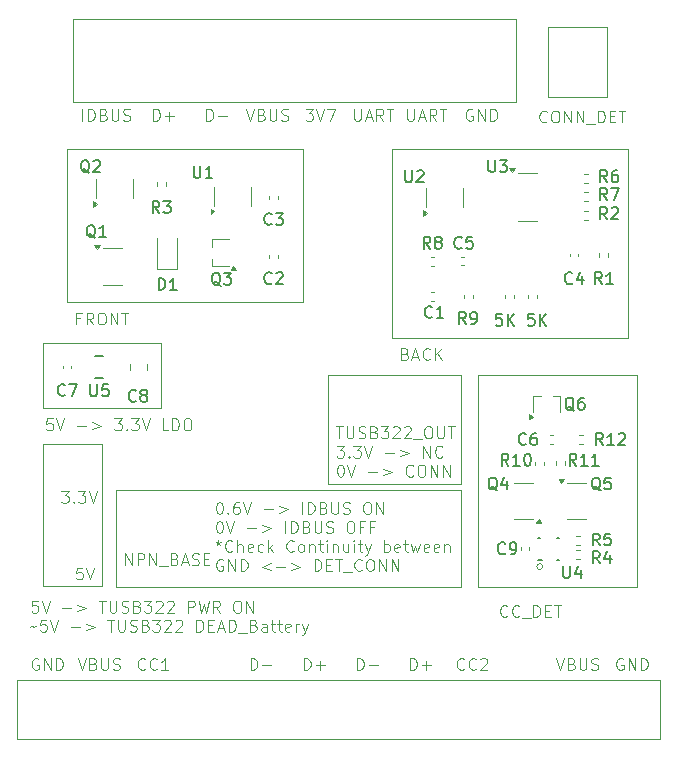
<source format=gbr>
%TF.GenerationSoftware,KiCad,Pcbnew,9.0.3*%
%TF.CreationDate,2025-08-17T21:24:33+09:00*%
%TF.ProjectId,accboard,61636362-6f61-4726-942e-6b696361645f,rev?*%
%TF.SameCoordinates,Original*%
%TF.FileFunction,Legend,Top*%
%TF.FilePolarity,Positive*%
%FSLAX46Y46*%
G04 Gerber Fmt 4.6, Leading zero omitted, Abs format (unit mm)*
G04 Created by KiCad (PCBNEW 9.0.3) date 2025-08-17 21:24:33*
%MOMM*%
%LPD*%
G01*
G04 APERTURE LIST*
%ADD10C,0.100000*%
%ADD11C,0.150000*%
%ADD12C,0.120000*%
%ADD13C,0.152400*%
%ADD14C,0.177800*%
G04 APERTURE END LIST*
D10*
X106275000Y-65625000D02*
X119775000Y-65625000D01*
X119775000Y-83625000D01*
X106275000Y-83625000D01*
X106275000Y-65625000D01*
X69500000Y-62960586D02*
X79500000Y-62960586D01*
X79500000Y-68460586D01*
X69500000Y-68460586D01*
X69500000Y-62960586D01*
X93625000Y-65625000D02*
X104875000Y-65625000D01*
X104875000Y-74875000D01*
X93625000Y-74875000D01*
X93625000Y-65625000D01*
X112250000Y-36150000D02*
X117250000Y-36150000D01*
X117250000Y-42150000D01*
X112250000Y-42150000D01*
X112250000Y-36150000D01*
X69500000Y-71500000D02*
X74500000Y-71500000D01*
X74500000Y-83500000D01*
X69500000Y-83500000D01*
X69500000Y-71500000D01*
X71500000Y-46500000D02*
X91500000Y-46500000D01*
X91500000Y-59500000D01*
X71500000Y-59500000D01*
X71500000Y-46500000D01*
X75625000Y-75375000D02*
X104875000Y-75375000D01*
X104875000Y-83625000D01*
X75625000Y-83625000D01*
X75625000Y-75375000D01*
X99000000Y-46500000D02*
X119000000Y-46500000D01*
X119000000Y-62500000D01*
X99000000Y-62500000D01*
X99000000Y-46500000D01*
X111775000Y-81875000D02*
G75*
G02*
X111275000Y-81875000I-250000J0D01*
G01*
X111275000Y-81875000D02*
G75*
G02*
X111775000Y-81875000I250000J0D01*
G01*
X84369360Y-76417587D02*
X84464598Y-76417587D01*
X84464598Y-76417587D02*
X84559836Y-76465206D01*
X84559836Y-76465206D02*
X84607455Y-76512825D01*
X84607455Y-76512825D02*
X84655074Y-76608063D01*
X84655074Y-76608063D02*
X84702693Y-76798539D01*
X84702693Y-76798539D02*
X84702693Y-77036634D01*
X84702693Y-77036634D02*
X84655074Y-77227110D01*
X84655074Y-77227110D02*
X84607455Y-77322348D01*
X84607455Y-77322348D02*
X84559836Y-77369968D01*
X84559836Y-77369968D02*
X84464598Y-77417587D01*
X84464598Y-77417587D02*
X84369360Y-77417587D01*
X84369360Y-77417587D02*
X84274122Y-77369968D01*
X84274122Y-77369968D02*
X84226503Y-77322348D01*
X84226503Y-77322348D02*
X84178884Y-77227110D01*
X84178884Y-77227110D02*
X84131265Y-77036634D01*
X84131265Y-77036634D02*
X84131265Y-76798539D01*
X84131265Y-76798539D02*
X84178884Y-76608063D01*
X84178884Y-76608063D02*
X84226503Y-76512825D01*
X84226503Y-76512825D02*
X84274122Y-76465206D01*
X84274122Y-76465206D02*
X84369360Y-76417587D01*
X85131265Y-77322348D02*
X85178884Y-77369968D01*
X85178884Y-77369968D02*
X85131265Y-77417587D01*
X85131265Y-77417587D02*
X85083646Y-77369968D01*
X85083646Y-77369968D02*
X85131265Y-77322348D01*
X85131265Y-77322348D02*
X85131265Y-77417587D01*
X86036026Y-76417587D02*
X85845550Y-76417587D01*
X85845550Y-76417587D02*
X85750312Y-76465206D01*
X85750312Y-76465206D02*
X85702693Y-76512825D01*
X85702693Y-76512825D02*
X85607455Y-76655682D01*
X85607455Y-76655682D02*
X85559836Y-76846158D01*
X85559836Y-76846158D02*
X85559836Y-77227110D01*
X85559836Y-77227110D02*
X85607455Y-77322348D01*
X85607455Y-77322348D02*
X85655074Y-77369968D01*
X85655074Y-77369968D02*
X85750312Y-77417587D01*
X85750312Y-77417587D02*
X85940788Y-77417587D01*
X85940788Y-77417587D02*
X86036026Y-77369968D01*
X86036026Y-77369968D02*
X86083645Y-77322348D01*
X86083645Y-77322348D02*
X86131264Y-77227110D01*
X86131264Y-77227110D02*
X86131264Y-76989015D01*
X86131264Y-76989015D02*
X86083645Y-76893777D01*
X86083645Y-76893777D02*
X86036026Y-76846158D01*
X86036026Y-76846158D02*
X85940788Y-76798539D01*
X85940788Y-76798539D02*
X85750312Y-76798539D01*
X85750312Y-76798539D02*
X85655074Y-76846158D01*
X85655074Y-76846158D02*
X85607455Y-76893777D01*
X85607455Y-76893777D02*
X85559836Y-76989015D01*
X86416979Y-76417587D02*
X86750312Y-77417587D01*
X86750312Y-77417587D02*
X87083645Y-76417587D01*
X88178884Y-77036634D02*
X88940789Y-77036634D01*
X89416979Y-76750920D02*
X90178884Y-77036634D01*
X90178884Y-77036634D02*
X89416979Y-77322348D01*
X91416979Y-77417587D02*
X91416979Y-76417587D01*
X91893169Y-77417587D02*
X91893169Y-76417587D01*
X91893169Y-76417587D02*
X92131264Y-76417587D01*
X92131264Y-76417587D02*
X92274121Y-76465206D01*
X92274121Y-76465206D02*
X92369359Y-76560444D01*
X92369359Y-76560444D02*
X92416978Y-76655682D01*
X92416978Y-76655682D02*
X92464597Y-76846158D01*
X92464597Y-76846158D02*
X92464597Y-76989015D01*
X92464597Y-76989015D02*
X92416978Y-77179491D01*
X92416978Y-77179491D02*
X92369359Y-77274729D01*
X92369359Y-77274729D02*
X92274121Y-77369968D01*
X92274121Y-77369968D02*
X92131264Y-77417587D01*
X92131264Y-77417587D02*
X91893169Y-77417587D01*
X93226502Y-76893777D02*
X93369359Y-76941396D01*
X93369359Y-76941396D02*
X93416978Y-76989015D01*
X93416978Y-76989015D02*
X93464597Y-77084253D01*
X93464597Y-77084253D02*
X93464597Y-77227110D01*
X93464597Y-77227110D02*
X93416978Y-77322348D01*
X93416978Y-77322348D02*
X93369359Y-77369968D01*
X93369359Y-77369968D02*
X93274121Y-77417587D01*
X93274121Y-77417587D02*
X92893169Y-77417587D01*
X92893169Y-77417587D02*
X92893169Y-76417587D01*
X92893169Y-76417587D02*
X93226502Y-76417587D01*
X93226502Y-76417587D02*
X93321740Y-76465206D01*
X93321740Y-76465206D02*
X93369359Y-76512825D01*
X93369359Y-76512825D02*
X93416978Y-76608063D01*
X93416978Y-76608063D02*
X93416978Y-76703301D01*
X93416978Y-76703301D02*
X93369359Y-76798539D01*
X93369359Y-76798539D02*
X93321740Y-76846158D01*
X93321740Y-76846158D02*
X93226502Y-76893777D01*
X93226502Y-76893777D02*
X92893169Y-76893777D01*
X93893169Y-76417587D02*
X93893169Y-77227110D01*
X93893169Y-77227110D02*
X93940788Y-77322348D01*
X93940788Y-77322348D02*
X93988407Y-77369968D01*
X93988407Y-77369968D02*
X94083645Y-77417587D01*
X94083645Y-77417587D02*
X94274121Y-77417587D01*
X94274121Y-77417587D02*
X94369359Y-77369968D01*
X94369359Y-77369968D02*
X94416978Y-77322348D01*
X94416978Y-77322348D02*
X94464597Y-77227110D01*
X94464597Y-77227110D02*
X94464597Y-76417587D01*
X94893169Y-77369968D02*
X95036026Y-77417587D01*
X95036026Y-77417587D02*
X95274121Y-77417587D01*
X95274121Y-77417587D02*
X95369359Y-77369968D01*
X95369359Y-77369968D02*
X95416978Y-77322348D01*
X95416978Y-77322348D02*
X95464597Y-77227110D01*
X95464597Y-77227110D02*
X95464597Y-77131872D01*
X95464597Y-77131872D02*
X95416978Y-77036634D01*
X95416978Y-77036634D02*
X95369359Y-76989015D01*
X95369359Y-76989015D02*
X95274121Y-76941396D01*
X95274121Y-76941396D02*
X95083645Y-76893777D01*
X95083645Y-76893777D02*
X94988407Y-76846158D01*
X94988407Y-76846158D02*
X94940788Y-76798539D01*
X94940788Y-76798539D02*
X94893169Y-76703301D01*
X94893169Y-76703301D02*
X94893169Y-76608063D01*
X94893169Y-76608063D02*
X94940788Y-76512825D01*
X94940788Y-76512825D02*
X94988407Y-76465206D01*
X94988407Y-76465206D02*
X95083645Y-76417587D01*
X95083645Y-76417587D02*
X95321740Y-76417587D01*
X95321740Y-76417587D02*
X95464597Y-76465206D01*
X96845550Y-76417587D02*
X97036026Y-76417587D01*
X97036026Y-76417587D02*
X97131264Y-76465206D01*
X97131264Y-76465206D02*
X97226502Y-76560444D01*
X97226502Y-76560444D02*
X97274121Y-76750920D01*
X97274121Y-76750920D02*
X97274121Y-77084253D01*
X97274121Y-77084253D02*
X97226502Y-77274729D01*
X97226502Y-77274729D02*
X97131264Y-77369968D01*
X97131264Y-77369968D02*
X97036026Y-77417587D01*
X97036026Y-77417587D02*
X96845550Y-77417587D01*
X96845550Y-77417587D02*
X96750312Y-77369968D01*
X96750312Y-77369968D02*
X96655074Y-77274729D01*
X96655074Y-77274729D02*
X96607455Y-77084253D01*
X96607455Y-77084253D02*
X96607455Y-76750920D01*
X96607455Y-76750920D02*
X96655074Y-76560444D01*
X96655074Y-76560444D02*
X96750312Y-76465206D01*
X96750312Y-76465206D02*
X96845550Y-76417587D01*
X97702693Y-77417587D02*
X97702693Y-76417587D01*
X97702693Y-76417587D02*
X98274121Y-77417587D01*
X98274121Y-77417587D02*
X98274121Y-76417587D01*
X84369360Y-78027531D02*
X84464598Y-78027531D01*
X84464598Y-78027531D02*
X84559836Y-78075150D01*
X84559836Y-78075150D02*
X84607455Y-78122769D01*
X84607455Y-78122769D02*
X84655074Y-78218007D01*
X84655074Y-78218007D02*
X84702693Y-78408483D01*
X84702693Y-78408483D02*
X84702693Y-78646578D01*
X84702693Y-78646578D02*
X84655074Y-78837054D01*
X84655074Y-78837054D02*
X84607455Y-78932292D01*
X84607455Y-78932292D02*
X84559836Y-78979912D01*
X84559836Y-78979912D02*
X84464598Y-79027531D01*
X84464598Y-79027531D02*
X84369360Y-79027531D01*
X84369360Y-79027531D02*
X84274122Y-78979912D01*
X84274122Y-78979912D02*
X84226503Y-78932292D01*
X84226503Y-78932292D02*
X84178884Y-78837054D01*
X84178884Y-78837054D02*
X84131265Y-78646578D01*
X84131265Y-78646578D02*
X84131265Y-78408483D01*
X84131265Y-78408483D02*
X84178884Y-78218007D01*
X84178884Y-78218007D02*
X84226503Y-78122769D01*
X84226503Y-78122769D02*
X84274122Y-78075150D01*
X84274122Y-78075150D02*
X84369360Y-78027531D01*
X84988408Y-78027531D02*
X85321741Y-79027531D01*
X85321741Y-79027531D02*
X85655074Y-78027531D01*
X86750313Y-78646578D02*
X87512218Y-78646578D01*
X87988408Y-78360864D02*
X88750313Y-78646578D01*
X88750313Y-78646578D02*
X87988408Y-78932292D01*
X89988408Y-79027531D02*
X89988408Y-78027531D01*
X90464598Y-79027531D02*
X90464598Y-78027531D01*
X90464598Y-78027531D02*
X90702693Y-78027531D01*
X90702693Y-78027531D02*
X90845550Y-78075150D01*
X90845550Y-78075150D02*
X90940788Y-78170388D01*
X90940788Y-78170388D02*
X90988407Y-78265626D01*
X90988407Y-78265626D02*
X91036026Y-78456102D01*
X91036026Y-78456102D02*
X91036026Y-78598959D01*
X91036026Y-78598959D02*
X90988407Y-78789435D01*
X90988407Y-78789435D02*
X90940788Y-78884673D01*
X90940788Y-78884673D02*
X90845550Y-78979912D01*
X90845550Y-78979912D02*
X90702693Y-79027531D01*
X90702693Y-79027531D02*
X90464598Y-79027531D01*
X91797931Y-78503721D02*
X91940788Y-78551340D01*
X91940788Y-78551340D02*
X91988407Y-78598959D01*
X91988407Y-78598959D02*
X92036026Y-78694197D01*
X92036026Y-78694197D02*
X92036026Y-78837054D01*
X92036026Y-78837054D02*
X91988407Y-78932292D01*
X91988407Y-78932292D02*
X91940788Y-78979912D01*
X91940788Y-78979912D02*
X91845550Y-79027531D01*
X91845550Y-79027531D02*
X91464598Y-79027531D01*
X91464598Y-79027531D02*
X91464598Y-78027531D01*
X91464598Y-78027531D02*
X91797931Y-78027531D01*
X91797931Y-78027531D02*
X91893169Y-78075150D01*
X91893169Y-78075150D02*
X91940788Y-78122769D01*
X91940788Y-78122769D02*
X91988407Y-78218007D01*
X91988407Y-78218007D02*
X91988407Y-78313245D01*
X91988407Y-78313245D02*
X91940788Y-78408483D01*
X91940788Y-78408483D02*
X91893169Y-78456102D01*
X91893169Y-78456102D02*
X91797931Y-78503721D01*
X91797931Y-78503721D02*
X91464598Y-78503721D01*
X92464598Y-78027531D02*
X92464598Y-78837054D01*
X92464598Y-78837054D02*
X92512217Y-78932292D01*
X92512217Y-78932292D02*
X92559836Y-78979912D01*
X92559836Y-78979912D02*
X92655074Y-79027531D01*
X92655074Y-79027531D02*
X92845550Y-79027531D01*
X92845550Y-79027531D02*
X92940788Y-78979912D01*
X92940788Y-78979912D02*
X92988407Y-78932292D01*
X92988407Y-78932292D02*
X93036026Y-78837054D01*
X93036026Y-78837054D02*
X93036026Y-78027531D01*
X93464598Y-78979912D02*
X93607455Y-79027531D01*
X93607455Y-79027531D02*
X93845550Y-79027531D01*
X93845550Y-79027531D02*
X93940788Y-78979912D01*
X93940788Y-78979912D02*
X93988407Y-78932292D01*
X93988407Y-78932292D02*
X94036026Y-78837054D01*
X94036026Y-78837054D02*
X94036026Y-78741816D01*
X94036026Y-78741816D02*
X93988407Y-78646578D01*
X93988407Y-78646578D02*
X93940788Y-78598959D01*
X93940788Y-78598959D02*
X93845550Y-78551340D01*
X93845550Y-78551340D02*
X93655074Y-78503721D01*
X93655074Y-78503721D02*
X93559836Y-78456102D01*
X93559836Y-78456102D02*
X93512217Y-78408483D01*
X93512217Y-78408483D02*
X93464598Y-78313245D01*
X93464598Y-78313245D02*
X93464598Y-78218007D01*
X93464598Y-78218007D02*
X93512217Y-78122769D01*
X93512217Y-78122769D02*
X93559836Y-78075150D01*
X93559836Y-78075150D02*
X93655074Y-78027531D01*
X93655074Y-78027531D02*
X93893169Y-78027531D01*
X93893169Y-78027531D02*
X94036026Y-78075150D01*
X95416979Y-78027531D02*
X95607455Y-78027531D01*
X95607455Y-78027531D02*
X95702693Y-78075150D01*
X95702693Y-78075150D02*
X95797931Y-78170388D01*
X95797931Y-78170388D02*
X95845550Y-78360864D01*
X95845550Y-78360864D02*
X95845550Y-78694197D01*
X95845550Y-78694197D02*
X95797931Y-78884673D01*
X95797931Y-78884673D02*
X95702693Y-78979912D01*
X95702693Y-78979912D02*
X95607455Y-79027531D01*
X95607455Y-79027531D02*
X95416979Y-79027531D01*
X95416979Y-79027531D02*
X95321741Y-78979912D01*
X95321741Y-78979912D02*
X95226503Y-78884673D01*
X95226503Y-78884673D02*
X95178884Y-78694197D01*
X95178884Y-78694197D02*
X95178884Y-78360864D01*
X95178884Y-78360864D02*
X95226503Y-78170388D01*
X95226503Y-78170388D02*
X95321741Y-78075150D01*
X95321741Y-78075150D02*
X95416979Y-78027531D01*
X96607455Y-78503721D02*
X96274122Y-78503721D01*
X96274122Y-79027531D02*
X96274122Y-78027531D01*
X96274122Y-78027531D02*
X96750312Y-78027531D01*
X97464598Y-78503721D02*
X97131265Y-78503721D01*
X97131265Y-79027531D02*
X97131265Y-78027531D01*
X97131265Y-78027531D02*
X97607455Y-78027531D01*
X84321741Y-79637475D02*
X84321741Y-79875570D01*
X84083646Y-79780332D02*
X84321741Y-79875570D01*
X84321741Y-79875570D02*
X84559836Y-79780332D01*
X84178884Y-80066046D02*
X84321741Y-79875570D01*
X84321741Y-79875570D02*
X84464598Y-80066046D01*
X85512217Y-80542236D02*
X85464598Y-80589856D01*
X85464598Y-80589856D02*
X85321741Y-80637475D01*
X85321741Y-80637475D02*
X85226503Y-80637475D01*
X85226503Y-80637475D02*
X85083646Y-80589856D01*
X85083646Y-80589856D02*
X84988408Y-80494617D01*
X84988408Y-80494617D02*
X84940789Y-80399379D01*
X84940789Y-80399379D02*
X84893170Y-80208903D01*
X84893170Y-80208903D02*
X84893170Y-80066046D01*
X84893170Y-80066046D02*
X84940789Y-79875570D01*
X84940789Y-79875570D02*
X84988408Y-79780332D01*
X84988408Y-79780332D02*
X85083646Y-79685094D01*
X85083646Y-79685094D02*
X85226503Y-79637475D01*
X85226503Y-79637475D02*
X85321741Y-79637475D01*
X85321741Y-79637475D02*
X85464598Y-79685094D01*
X85464598Y-79685094D02*
X85512217Y-79732713D01*
X85940789Y-80637475D02*
X85940789Y-79637475D01*
X86369360Y-80637475D02*
X86369360Y-80113665D01*
X86369360Y-80113665D02*
X86321741Y-80018427D01*
X86321741Y-80018427D02*
X86226503Y-79970808D01*
X86226503Y-79970808D02*
X86083646Y-79970808D01*
X86083646Y-79970808D02*
X85988408Y-80018427D01*
X85988408Y-80018427D02*
X85940789Y-80066046D01*
X87226503Y-80589856D02*
X87131265Y-80637475D01*
X87131265Y-80637475D02*
X86940789Y-80637475D01*
X86940789Y-80637475D02*
X86845551Y-80589856D01*
X86845551Y-80589856D02*
X86797932Y-80494617D01*
X86797932Y-80494617D02*
X86797932Y-80113665D01*
X86797932Y-80113665D02*
X86845551Y-80018427D01*
X86845551Y-80018427D02*
X86940789Y-79970808D01*
X86940789Y-79970808D02*
X87131265Y-79970808D01*
X87131265Y-79970808D02*
X87226503Y-80018427D01*
X87226503Y-80018427D02*
X87274122Y-80113665D01*
X87274122Y-80113665D02*
X87274122Y-80208903D01*
X87274122Y-80208903D02*
X86797932Y-80304141D01*
X88131265Y-80589856D02*
X88036027Y-80637475D01*
X88036027Y-80637475D02*
X87845551Y-80637475D01*
X87845551Y-80637475D02*
X87750313Y-80589856D01*
X87750313Y-80589856D02*
X87702694Y-80542236D01*
X87702694Y-80542236D02*
X87655075Y-80446998D01*
X87655075Y-80446998D02*
X87655075Y-80161284D01*
X87655075Y-80161284D02*
X87702694Y-80066046D01*
X87702694Y-80066046D02*
X87750313Y-80018427D01*
X87750313Y-80018427D02*
X87845551Y-79970808D01*
X87845551Y-79970808D02*
X88036027Y-79970808D01*
X88036027Y-79970808D02*
X88131265Y-80018427D01*
X88559837Y-80637475D02*
X88559837Y-79637475D01*
X88655075Y-80256522D02*
X88940789Y-80637475D01*
X88940789Y-79970808D02*
X88559837Y-80351760D01*
X90702694Y-80542236D02*
X90655075Y-80589856D01*
X90655075Y-80589856D02*
X90512218Y-80637475D01*
X90512218Y-80637475D02*
X90416980Y-80637475D01*
X90416980Y-80637475D02*
X90274123Y-80589856D01*
X90274123Y-80589856D02*
X90178885Y-80494617D01*
X90178885Y-80494617D02*
X90131266Y-80399379D01*
X90131266Y-80399379D02*
X90083647Y-80208903D01*
X90083647Y-80208903D02*
X90083647Y-80066046D01*
X90083647Y-80066046D02*
X90131266Y-79875570D01*
X90131266Y-79875570D02*
X90178885Y-79780332D01*
X90178885Y-79780332D02*
X90274123Y-79685094D01*
X90274123Y-79685094D02*
X90416980Y-79637475D01*
X90416980Y-79637475D02*
X90512218Y-79637475D01*
X90512218Y-79637475D02*
X90655075Y-79685094D01*
X90655075Y-79685094D02*
X90702694Y-79732713D01*
X91274123Y-80637475D02*
X91178885Y-80589856D01*
X91178885Y-80589856D02*
X91131266Y-80542236D01*
X91131266Y-80542236D02*
X91083647Y-80446998D01*
X91083647Y-80446998D02*
X91083647Y-80161284D01*
X91083647Y-80161284D02*
X91131266Y-80066046D01*
X91131266Y-80066046D02*
X91178885Y-80018427D01*
X91178885Y-80018427D02*
X91274123Y-79970808D01*
X91274123Y-79970808D02*
X91416980Y-79970808D01*
X91416980Y-79970808D02*
X91512218Y-80018427D01*
X91512218Y-80018427D02*
X91559837Y-80066046D01*
X91559837Y-80066046D02*
X91607456Y-80161284D01*
X91607456Y-80161284D02*
X91607456Y-80446998D01*
X91607456Y-80446998D02*
X91559837Y-80542236D01*
X91559837Y-80542236D02*
X91512218Y-80589856D01*
X91512218Y-80589856D02*
X91416980Y-80637475D01*
X91416980Y-80637475D02*
X91274123Y-80637475D01*
X92036028Y-79970808D02*
X92036028Y-80637475D01*
X92036028Y-80066046D02*
X92083647Y-80018427D01*
X92083647Y-80018427D02*
X92178885Y-79970808D01*
X92178885Y-79970808D02*
X92321742Y-79970808D01*
X92321742Y-79970808D02*
X92416980Y-80018427D01*
X92416980Y-80018427D02*
X92464599Y-80113665D01*
X92464599Y-80113665D02*
X92464599Y-80637475D01*
X92797933Y-79970808D02*
X93178885Y-79970808D01*
X92940790Y-79637475D02*
X92940790Y-80494617D01*
X92940790Y-80494617D02*
X92988409Y-80589856D01*
X92988409Y-80589856D02*
X93083647Y-80637475D01*
X93083647Y-80637475D02*
X93178885Y-80637475D01*
X93512219Y-80637475D02*
X93512219Y-79970808D01*
X93512219Y-79637475D02*
X93464600Y-79685094D01*
X93464600Y-79685094D02*
X93512219Y-79732713D01*
X93512219Y-79732713D02*
X93559838Y-79685094D01*
X93559838Y-79685094D02*
X93512219Y-79637475D01*
X93512219Y-79637475D02*
X93512219Y-79732713D01*
X93988409Y-79970808D02*
X93988409Y-80637475D01*
X93988409Y-80066046D02*
X94036028Y-80018427D01*
X94036028Y-80018427D02*
X94131266Y-79970808D01*
X94131266Y-79970808D02*
X94274123Y-79970808D01*
X94274123Y-79970808D02*
X94369361Y-80018427D01*
X94369361Y-80018427D02*
X94416980Y-80113665D01*
X94416980Y-80113665D02*
X94416980Y-80637475D01*
X95321742Y-79970808D02*
X95321742Y-80637475D01*
X94893171Y-79970808D02*
X94893171Y-80494617D01*
X94893171Y-80494617D02*
X94940790Y-80589856D01*
X94940790Y-80589856D02*
X95036028Y-80637475D01*
X95036028Y-80637475D02*
X95178885Y-80637475D01*
X95178885Y-80637475D02*
X95274123Y-80589856D01*
X95274123Y-80589856D02*
X95321742Y-80542236D01*
X95797933Y-80637475D02*
X95797933Y-79970808D01*
X95797933Y-79637475D02*
X95750314Y-79685094D01*
X95750314Y-79685094D02*
X95797933Y-79732713D01*
X95797933Y-79732713D02*
X95845552Y-79685094D01*
X95845552Y-79685094D02*
X95797933Y-79637475D01*
X95797933Y-79637475D02*
X95797933Y-79732713D01*
X96131266Y-79970808D02*
X96512218Y-79970808D01*
X96274123Y-79637475D02*
X96274123Y-80494617D01*
X96274123Y-80494617D02*
X96321742Y-80589856D01*
X96321742Y-80589856D02*
X96416980Y-80637475D01*
X96416980Y-80637475D02*
X96512218Y-80637475D01*
X96750314Y-79970808D02*
X96988409Y-80637475D01*
X97226504Y-79970808D02*
X96988409Y-80637475D01*
X96988409Y-80637475D02*
X96893171Y-80875570D01*
X96893171Y-80875570D02*
X96845552Y-80923189D01*
X96845552Y-80923189D02*
X96750314Y-80970808D01*
X98369362Y-80637475D02*
X98369362Y-79637475D01*
X98369362Y-80018427D02*
X98464600Y-79970808D01*
X98464600Y-79970808D02*
X98655076Y-79970808D01*
X98655076Y-79970808D02*
X98750314Y-80018427D01*
X98750314Y-80018427D02*
X98797933Y-80066046D01*
X98797933Y-80066046D02*
X98845552Y-80161284D01*
X98845552Y-80161284D02*
X98845552Y-80446998D01*
X98845552Y-80446998D02*
X98797933Y-80542236D01*
X98797933Y-80542236D02*
X98750314Y-80589856D01*
X98750314Y-80589856D02*
X98655076Y-80637475D01*
X98655076Y-80637475D02*
X98464600Y-80637475D01*
X98464600Y-80637475D02*
X98369362Y-80589856D01*
X99655076Y-80589856D02*
X99559838Y-80637475D01*
X99559838Y-80637475D02*
X99369362Y-80637475D01*
X99369362Y-80637475D02*
X99274124Y-80589856D01*
X99274124Y-80589856D02*
X99226505Y-80494617D01*
X99226505Y-80494617D02*
X99226505Y-80113665D01*
X99226505Y-80113665D02*
X99274124Y-80018427D01*
X99274124Y-80018427D02*
X99369362Y-79970808D01*
X99369362Y-79970808D02*
X99559838Y-79970808D01*
X99559838Y-79970808D02*
X99655076Y-80018427D01*
X99655076Y-80018427D02*
X99702695Y-80113665D01*
X99702695Y-80113665D02*
X99702695Y-80208903D01*
X99702695Y-80208903D02*
X99226505Y-80304141D01*
X99988410Y-79970808D02*
X100369362Y-79970808D01*
X100131267Y-79637475D02*
X100131267Y-80494617D01*
X100131267Y-80494617D02*
X100178886Y-80589856D01*
X100178886Y-80589856D02*
X100274124Y-80637475D01*
X100274124Y-80637475D02*
X100369362Y-80637475D01*
X100607458Y-79970808D02*
X100797934Y-80637475D01*
X100797934Y-80637475D02*
X100988410Y-80161284D01*
X100988410Y-80161284D02*
X101178886Y-80637475D01*
X101178886Y-80637475D02*
X101369362Y-79970808D01*
X102131267Y-80589856D02*
X102036029Y-80637475D01*
X102036029Y-80637475D02*
X101845553Y-80637475D01*
X101845553Y-80637475D02*
X101750315Y-80589856D01*
X101750315Y-80589856D02*
X101702696Y-80494617D01*
X101702696Y-80494617D02*
X101702696Y-80113665D01*
X101702696Y-80113665D02*
X101750315Y-80018427D01*
X101750315Y-80018427D02*
X101845553Y-79970808D01*
X101845553Y-79970808D02*
X102036029Y-79970808D01*
X102036029Y-79970808D02*
X102131267Y-80018427D01*
X102131267Y-80018427D02*
X102178886Y-80113665D01*
X102178886Y-80113665D02*
X102178886Y-80208903D01*
X102178886Y-80208903D02*
X101702696Y-80304141D01*
X102988410Y-80589856D02*
X102893172Y-80637475D01*
X102893172Y-80637475D02*
X102702696Y-80637475D01*
X102702696Y-80637475D02*
X102607458Y-80589856D01*
X102607458Y-80589856D02*
X102559839Y-80494617D01*
X102559839Y-80494617D02*
X102559839Y-80113665D01*
X102559839Y-80113665D02*
X102607458Y-80018427D01*
X102607458Y-80018427D02*
X102702696Y-79970808D01*
X102702696Y-79970808D02*
X102893172Y-79970808D01*
X102893172Y-79970808D02*
X102988410Y-80018427D01*
X102988410Y-80018427D02*
X103036029Y-80113665D01*
X103036029Y-80113665D02*
X103036029Y-80208903D01*
X103036029Y-80208903D02*
X102559839Y-80304141D01*
X103464601Y-79970808D02*
X103464601Y-80637475D01*
X103464601Y-80066046D02*
X103512220Y-80018427D01*
X103512220Y-80018427D02*
X103607458Y-79970808D01*
X103607458Y-79970808D02*
X103750315Y-79970808D01*
X103750315Y-79970808D02*
X103845553Y-80018427D01*
X103845553Y-80018427D02*
X103893172Y-80113665D01*
X103893172Y-80113665D02*
X103893172Y-80637475D01*
X84702693Y-81295038D02*
X84607455Y-81247419D01*
X84607455Y-81247419D02*
X84464598Y-81247419D01*
X84464598Y-81247419D02*
X84321741Y-81295038D01*
X84321741Y-81295038D02*
X84226503Y-81390276D01*
X84226503Y-81390276D02*
X84178884Y-81485514D01*
X84178884Y-81485514D02*
X84131265Y-81675990D01*
X84131265Y-81675990D02*
X84131265Y-81818847D01*
X84131265Y-81818847D02*
X84178884Y-82009323D01*
X84178884Y-82009323D02*
X84226503Y-82104561D01*
X84226503Y-82104561D02*
X84321741Y-82199800D01*
X84321741Y-82199800D02*
X84464598Y-82247419D01*
X84464598Y-82247419D02*
X84559836Y-82247419D01*
X84559836Y-82247419D02*
X84702693Y-82199800D01*
X84702693Y-82199800D02*
X84750312Y-82152180D01*
X84750312Y-82152180D02*
X84750312Y-81818847D01*
X84750312Y-81818847D02*
X84559836Y-81818847D01*
X85178884Y-82247419D02*
X85178884Y-81247419D01*
X85178884Y-81247419D02*
X85750312Y-82247419D01*
X85750312Y-82247419D02*
X85750312Y-81247419D01*
X86226503Y-82247419D02*
X86226503Y-81247419D01*
X86226503Y-81247419D02*
X86464598Y-81247419D01*
X86464598Y-81247419D02*
X86607455Y-81295038D01*
X86607455Y-81295038D02*
X86702693Y-81390276D01*
X86702693Y-81390276D02*
X86750312Y-81485514D01*
X86750312Y-81485514D02*
X86797931Y-81675990D01*
X86797931Y-81675990D02*
X86797931Y-81818847D01*
X86797931Y-81818847D02*
X86750312Y-82009323D01*
X86750312Y-82009323D02*
X86702693Y-82104561D01*
X86702693Y-82104561D02*
X86607455Y-82199800D01*
X86607455Y-82199800D02*
X86464598Y-82247419D01*
X86464598Y-82247419D02*
X86226503Y-82247419D01*
X88750313Y-81580752D02*
X87988408Y-81866466D01*
X87988408Y-81866466D02*
X88750313Y-82152180D01*
X89226503Y-81866466D02*
X89988408Y-81866466D01*
X90464598Y-81580752D02*
X91226503Y-81866466D01*
X91226503Y-81866466D02*
X90464598Y-82152180D01*
X92464598Y-82247419D02*
X92464598Y-81247419D01*
X92464598Y-81247419D02*
X92702693Y-81247419D01*
X92702693Y-81247419D02*
X92845550Y-81295038D01*
X92845550Y-81295038D02*
X92940788Y-81390276D01*
X92940788Y-81390276D02*
X92988407Y-81485514D01*
X92988407Y-81485514D02*
X93036026Y-81675990D01*
X93036026Y-81675990D02*
X93036026Y-81818847D01*
X93036026Y-81818847D02*
X92988407Y-82009323D01*
X92988407Y-82009323D02*
X92940788Y-82104561D01*
X92940788Y-82104561D02*
X92845550Y-82199800D01*
X92845550Y-82199800D02*
X92702693Y-82247419D01*
X92702693Y-82247419D02*
X92464598Y-82247419D01*
X93464598Y-81723609D02*
X93797931Y-81723609D01*
X93940788Y-82247419D02*
X93464598Y-82247419D01*
X93464598Y-82247419D02*
X93464598Y-81247419D01*
X93464598Y-81247419D02*
X93940788Y-81247419D01*
X94226503Y-81247419D02*
X94797931Y-81247419D01*
X94512217Y-82247419D02*
X94512217Y-81247419D01*
X94893170Y-82342657D02*
X95655074Y-82342657D01*
X96464598Y-82152180D02*
X96416979Y-82199800D01*
X96416979Y-82199800D02*
X96274122Y-82247419D01*
X96274122Y-82247419D02*
X96178884Y-82247419D01*
X96178884Y-82247419D02*
X96036027Y-82199800D01*
X96036027Y-82199800D02*
X95940789Y-82104561D01*
X95940789Y-82104561D02*
X95893170Y-82009323D01*
X95893170Y-82009323D02*
X95845551Y-81818847D01*
X95845551Y-81818847D02*
X95845551Y-81675990D01*
X95845551Y-81675990D02*
X95893170Y-81485514D01*
X95893170Y-81485514D02*
X95940789Y-81390276D01*
X95940789Y-81390276D02*
X96036027Y-81295038D01*
X96036027Y-81295038D02*
X96178884Y-81247419D01*
X96178884Y-81247419D02*
X96274122Y-81247419D01*
X96274122Y-81247419D02*
X96416979Y-81295038D01*
X96416979Y-81295038D02*
X96464598Y-81342657D01*
X97083646Y-81247419D02*
X97274122Y-81247419D01*
X97274122Y-81247419D02*
X97369360Y-81295038D01*
X97369360Y-81295038D02*
X97464598Y-81390276D01*
X97464598Y-81390276D02*
X97512217Y-81580752D01*
X97512217Y-81580752D02*
X97512217Y-81914085D01*
X97512217Y-81914085D02*
X97464598Y-82104561D01*
X97464598Y-82104561D02*
X97369360Y-82199800D01*
X97369360Y-82199800D02*
X97274122Y-82247419D01*
X97274122Y-82247419D02*
X97083646Y-82247419D01*
X97083646Y-82247419D02*
X96988408Y-82199800D01*
X96988408Y-82199800D02*
X96893170Y-82104561D01*
X96893170Y-82104561D02*
X96845551Y-81914085D01*
X96845551Y-81914085D02*
X96845551Y-81580752D01*
X96845551Y-81580752D02*
X96893170Y-81390276D01*
X96893170Y-81390276D02*
X96988408Y-81295038D01*
X96988408Y-81295038D02*
X97083646Y-81247419D01*
X97940789Y-82247419D02*
X97940789Y-81247419D01*
X97940789Y-81247419D02*
X98512217Y-82247419D01*
X98512217Y-82247419D02*
X98512217Y-81247419D01*
X98988408Y-82247419D02*
X98988408Y-81247419D01*
X98988408Y-81247419D02*
X99559836Y-82247419D01*
X99559836Y-82247419D02*
X99559836Y-81247419D01*
X69030074Y-84762475D02*
X68553884Y-84762475D01*
X68553884Y-84762475D02*
X68506265Y-85238665D01*
X68506265Y-85238665D02*
X68553884Y-85191046D01*
X68553884Y-85191046D02*
X68649122Y-85143427D01*
X68649122Y-85143427D02*
X68887217Y-85143427D01*
X68887217Y-85143427D02*
X68982455Y-85191046D01*
X68982455Y-85191046D02*
X69030074Y-85238665D01*
X69030074Y-85238665D02*
X69077693Y-85333903D01*
X69077693Y-85333903D02*
X69077693Y-85571998D01*
X69077693Y-85571998D02*
X69030074Y-85667236D01*
X69030074Y-85667236D02*
X68982455Y-85714856D01*
X68982455Y-85714856D02*
X68887217Y-85762475D01*
X68887217Y-85762475D02*
X68649122Y-85762475D01*
X68649122Y-85762475D02*
X68553884Y-85714856D01*
X68553884Y-85714856D02*
X68506265Y-85667236D01*
X69363408Y-84762475D02*
X69696741Y-85762475D01*
X69696741Y-85762475D02*
X70030074Y-84762475D01*
X71125313Y-85381522D02*
X71887218Y-85381522D01*
X72363408Y-85095808D02*
X73125313Y-85381522D01*
X73125313Y-85381522D02*
X72363408Y-85667236D01*
X74220551Y-84762475D02*
X74791979Y-84762475D01*
X74506265Y-85762475D02*
X74506265Y-84762475D01*
X75125313Y-84762475D02*
X75125313Y-85571998D01*
X75125313Y-85571998D02*
X75172932Y-85667236D01*
X75172932Y-85667236D02*
X75220551Y-85714856D01*
X75220551Y-85714856D02*
X75315789Y-85762475D01*
X75315789Y-85762475D02*
X75506265Y-85762475D01*
X75506265Y-85762475D02*
X75601503Y-85714856D01*
X75601503Y-85714856D02*
X75649122Y-85667236D01*
X75649122Y-85667236D02*
X75696741Y-85571998D01*
X75696741Y-85571998D02*
X75696741Y-84762475D01*
X76125313Y-85714856D02*
X76268170Y-85762475D01*
X76268170Y-85762475D02*
X76506265Y-85762475D01*
X76506265Y-85762475D02*
X76601503Y-85714856D01*
X76601503Y-85714856D02*
X76649122Y-85667236D01*
X76649122Y-85667236D02*
X76696741Y-85571998D01*
X76696741Y-85571998D02*
X76696741Y-85476760D01*
X76696741Y-85476760D02*
X76649122Y-85381522D01*
X76649122Y-85381522D02*
X76601503Y-85333903D01*
X76601503Y-85333903D02*
X76506265Y-85286284D01*
X76506265Y-85286284D02*
X76315789Y-85238665D01*
X76315789Y-85238665D02*
X76220551Y-85191046D01*
X76220551Y-85191046D02*
X76172932Y-85143427D01*
X76172932Y-85143427D02*
X76125313Y-85048189D01*
X76125313Y-85048189D02*
X76125313Y-84952951D01*
X76125313Y-84952951D02*
X76172932Y-84857713D01*
X76172932Y-84857713D02*
X76220551Y-84810094D01*
X76220551Y-84810094D02*
X76315789Y-84762475D01*
X76315789Y-84762475D02*
X76553884Y-84762475D01*
X76553884Y-84762475D02*
X76696741Y-84810094D01*
X77458646Y-85238665D02*
X77601503Y-85286284D01*
X77601503Y-85286284D02*
X77649122Y-85333903D01*
X77649122Y-85333903D02*
X77696741Y-85429141D01*
X77696741Y-85429141D02*
X77696741Y-85571998D01*
X77696741Y-85571998D02*
X77649122Y-85667236D01*
X77649122Y-85667236D02*
X77601503Y-85714856D01*
X77601503Y-85714856D02*
X77506265Y-85762475D01*
X77506265Y-85762475D02*
X77125313Y-85762475D01*
X77125313Y-85762475D02*
X77125313Y-84762475D01*
X77125313Y-84762475D02*
X77458646Y-84762475D01*
X77458646Y-84762475D02*
X77553884Y-84810094D01*
X77553884Y-84810094D02*
X77601503Y-84857713D01*
X77601503Y-84857713D02*
X77649122Y-84952951D01*
X77649122Y-84952951D02*
X77649122Y-85048189D01*
X77649122Y-85048189D02*
X77601503Y-85143427D01*
X77601503Y-85143427D02*
X77553884Y-85191046D01*
X77553884Y-85191046D02*
X77458646Y-85238665D01*
X77458646Y-85238665D02*
X77125313Y-85238665D01*
X78030075Y-84762475D02*
X78649122Y-84762475D01*
X78649122Y-84762475D02*
X78315789Y-85143427D01*
X78315789Y-85143427D02*
X78458646Y-85143427D01*
X78458646Y-85143427D02*
X78553884Y-85191046D01*
X78553884Y-85191046D02*
X78601503Y-85238665D01*
X78601503Y-85238665D02*
X78649122Y-85333903D01*
X78649122Y-85333903D02*
X78649122Y-85571998D01*
X78649122Y-85571998D02*
X78601503Y-85667236D01*
X78601503Y-85667236D02*
X78553884Y-85714856D01*
X78553884Y-85714856D02*
X78458646Y-85762475D01*
X78458646Y-85762475D02*
X78172932Y-85762475D01*
X78172932Y-85762475D02*
X78077694Y-85714856D01*
X78077694Y-85714856D02*
X78030075Y-85667236D01*
X79030075Y-84857713D02*
X79077694Y-84810094D01*
X79077694Y-84810094D02*
X79172932Y-84762475D01*
X79172932Y-84762475D02*
X79411027Y-84762475D01*
X79411027Y-84762475D02*
X79506265Y-84810094D01*
X79506265Y-84810094D02*
X79553884Y-84857713D01*
X79553884Y-84857713D02*
X79601503Y-84952951D01*
X79601503Y-84952951D02*
X79601503Y-85048189D01*
X79601503Y-85048189D02*
X79553884Y-85191046D01*
X79553884Y-85191046D02*
X78982456Y-85762475D01*
X78982456Y-85762475D02*
X79601503Y-85762475D01*
X79982456Y-84857713D02*
X80030075Y-84810094D01*
X80030075Y-84810094D02*
X80125313Y-84762475D01*
X80125313Y-84762475D02*
X80363408Y-84762475D01*
X80363408Y-84762475D02*
X80458646Y-84810094D01*
X80458646Y-84810094D02*
X80506265Y-84857713D01*
X80506265Y-84857713D02*
X80553884Y-84952951D01*
X80553884Y-84952951D02*
X80553884Y-85048189D01*
X80553884Y-85048189D02*
X80506265Y-85191046D01*
X80506265Y-85191046D02*
X79934837Y-85762475D01*
X79934837Y-85762475D02*
X80553884Y-85762475D01*
X81744361Y-85762475D02*
X81744361Y-84762475D01*
X81744361Y-84762475D02*
X82125313Y-84762475D01*
X82125313Y-84762475D02*
X82220551Y-84810094D01*
X82220551Y-84810094D02*
X82268170Y-84857713D01*
X82268170Y-84857713D02*
X82315789Y-84952951D01*
X82315789Y-84952951D02*
X82315789Y-85095808D01*
X82315789Y-85095808D02*
X82268170Y-85191046D01*
X82268170Y-85191046D02*
X82220551Y-85238665D01*
X82220551Y-85238665D02*
X82125313Y-85286284D01*
X82125313Y-85286284D02*
X81744361Y-85286284D01*
X82649123Y-84762475D02*
X82887218Y-85762475D01*
X82887218Y-85762475D02*
X83077694Y-85048189D01*
X83077694Y-85048189D02*
X83268170Y-85762475D01*
X83268170Y-85762475D02*
X83506266Y-84762475D01*
X84458646Y-85762475D02*
X84125313Y-85286284D01*
X83887218Y-85762475D02*
X83887218Y-84762475D01*
X83887218Y-84762475D02*
X84268170Y-84762475D01*
X84268170Y-84762475D02*
X84363408Y-84810094D01*
X84363408Y-84810094D02*
X84411027Y-84857713D01*
X84411027Y-84857713D02*
X84458646Y-84952951D01*
X84458646Y-84952951D02*
X84458646Y-85095808D01*
X84458646Y-85095808D02*
X84411027Y-85191046D01*
X84411027Y-85191046D02*
X84363408Y-85238665D01*
X84363408Y-85238665D02*
X84268170Y-85286284D01*
X84268170Y-85286284D02*
X83887218Y-85286284D01*
X85839599Y-84762475D02*
X86030075Y-84762475D01*
X86030075Y-84762475D02*
X86125313Y-84810094D01*
X86125313Y-84810094D02*
X86220551Y-84905332D01*
X86220551Y-84905332D02*
X86268170Y-85095808D01*
X86268170Y-85095808D02*
X86268170Y-85429141D01*
X86268170Y-85429141D02*
X86220551Y-85619617D01*
X86220551Y-85619617D02*
X86125313Y-85714856D01*
X86125313Y-85714856D02*
X86030075Y-85762475D01*
X86030075Y-85762475D02*
X85839599Y-85762475D01*
X85839599Y-85762475D02*
X85744361Y-85714856D01*
X85744361Y-85714856D02*
X85649123Y-85619617D01*
X85649123Y-85619617D02*
X85601504Y-85429141D01*
X85601504Y-85429141D02*
X85601504Y-85095808D01*
X85601504Y-85095808D02*
X85649123Y-84905332D01*
X85649123Y-84905332D02*
X85744361Y-84810094D01*
X85744361Y-84810094D02*
X85839599Y-84762475D01*
X86696742Y-85762475D02*
X86696742Y-84762475D01*
X86696742Y-84762475D02*
X87268170Y-85762475D01*
X87268170Y-85762475D02*
X87268170Y-84762475D01*
X68411027Y-86991466D02*
X68458646Y-86943847D01*
X68458646Y-86943847D02*
X68553884Y-86896228D01*
X68553884Y-86896228D02*
X68744360Y-86991466D01*
X68744360Y-86991466D02*
X68839598Y-86943847D01*
X68839598Y-86943847D02*
X68887217Y-86896228D01*
X69744360Y-86372419D02*
X69268170Y-86372419D01*
X69268170Y-86372419D02*
X69220551Y-86848609D01*
X69220551Y-86848609D02*
X69268170Y-86800990D01*
X69268170Y-86800990D02*
X69363408Y-86753371D01*
X69363408Y-86753371D02*
X69601503Y-86753371D01*
X69601503Y-86753371D02*
X69696741Y-86800990D01*
X69696741Y-86800990D02*
X69744360Y-86848609D01*
X69744360Y-86848609D02*
X69791979Y-86943847D01*
X69791979Y-86943847D02*
X69791979Y-87181942D01*
X69791979Y-87181942D02*
X69744360Y-87277180D01*
X69744360Y-87277180D02*
X69696741Y-87324800D01*
X69696741Y-87324800D02*
X69601503Y-87372419D01*
X69601503Y-87372419D02*
X69363408Y-87372419D01*
X69363408Y-87372419D02*
X69268170Y-87324800D01*
X69268170Y-87324800D02*
X69220551Y-87277180D01*
X70077694Y-86372419D02*
X70411027Y-87372419D01*
X70411027Y-87372419D02*
X70744360Y-86372419D01*
X71839599Y-86991466D02*
X72601504Y-86991466D01*
X73077694Y-86705752D02*
X73839599Y-86991466D01*
X73839599Y-86991466D02*
X73077694Y-87277180D01*
X74934837Y-86372419D02*
X75506265Y-86372419D01*
X75220551Y-87372419D02*
X75220551Y-86372419D01*
X75839599Y-86372419D02*
X75839599Y-87181942D01*
X75839599Y-87181942D02*
X75887218Y-87277180D01*
X75887218Y-87277180D02*
X75934837Y-87324800D01*
X75934837Y-87324800D02*
X76030075Y-87372419D01*
X76030075Y-87372419D02*
X76220551Y-87372419D01*
X76220551Y-87372419D02*
X76315789Y-87324800D01*
X76315789Y-87324800D02*
X76363408Y-87277180D01*
X76363408Y-87277180D02*
X76411027Y-87181942D01*
X76411027Y-87181942D02*
X76411027Y-86372419D01*
X76839599Y-87324800D02*
X76982456Y-87372419D01*
X76982456Y-87372419D02*
X77220551Y-87372419D01*
X77220551Y-87372419D02*
X77315789Y-87324800D01*
X77315789Y-87324800D02*
X77363408Y-87277180D01*
X77363408Y-87277180D02*
X77411027Y-87181942D01*
X77411027Y-87181942D02*
X77411027Y-87086704D01*
X77411027Y-87086704D02*
X77363408Y-86991466D01*
X77363408Y-86991466D02*
X77315789Y-86943847D01*
X77315789Y-86943847D02*
X77220551Y-86896228D01*
X77220551Y-86896228D02*
X77030075Y-86848609D01*
X77030075Y-86848609D02*
X76934837Y-86800990D01*
X76934837Y-86800990D02*
X76887218Y-86753371D01*
X76887218Y-86753371D02*
X76839599Y-86658133D01*
X76839599Y-86658133D02*
X76839599Y-86562895D01*
X76839599Y-86562895D02*
X76887218Y-86467657D01*
X76887218Y-86467657D02*
X76934837Y-86420038D01*
X76934837Y-86420038D02*
X77030075Y-86372419D01*
X77030075Y-86372419D02*
X77268170Y-86372419D01*
X77268170Y-86372419D02*
X77411027Y-86420038D01*
X78172932Y-86848609D02*
X78315789Y-86896228D01*
X78315789Y-86896228D02*
X78363408Y-86943847D01*
X78363408Y-86943847D02*
X78411027Y-87039085D01*
X78411027Y-87039085D02*
X78411027Y-87181942D01*
X78411027Y-87181942D02*
X78363408Y-87277180D01*
X78363408Y-87277180D02*
X78315789Y-87324800D01*
X78315789Y-87324800D02*
X78220551Y-87372419D01*
X78220551Y-87372419D02*
X77839599Y-87372419D01*
X77839599Y-87372419D02*
X77839599Y-86372419D01*
X77839599Y-86372419D02*
X78172932Y-86372419D01*
X78172932Y-86372419D02*
X78268170Y-86420038D01*
X78268170Y-86420038D02*
X78315789Y-86467657D01*
X78315789Y-86467657D02*
X78363408Y-86562895D01*
X78363408Y-86562895D02*
X78363408Y-86658133D01*
X78363408Y-86658133D02*
X78315789Y-86753371D01*
X78315789Y-86753371D02*
X78268170Y-86800990D01*
X78268170Y-86800990D02*
X78172932Y-86848609D01*
X78172932Y-86848609D02*
X77839599Y-86848609D01*
X78744361Y-86372419D02*
X79363408Y-86372419D01*
X79363408Y-86372419D02*
X79030075Y-86753371D01*
X79030075Y-86753371D02*
X79172932Y-86753371D01*
X79172932Y-86753371D02*
X79268170Y-86800990D01*
X79268170Y-86800990D02*
X79315789Y-86848609D01*
X79315789Y-86848609D02*
X79363408Y-86943847D01*
X79363408Y-86943847D02*
X79363408Y-87181942D01*
X79363408Y-87181942D02*
X79315789Y-87277180D01*
X79315789Y-87277180D02*
X79268170Y-87324800D01*
X79268170Y-87324800D02*
X79172932Y-87372419D01*
X79172932Y-87372419D02*
X78887218Y-87372419D01*
X78887218Y-87372419D02*
X78791980Y-87324800D01*
X78791980Y-87324800D02*
X78744361Y-87277180D01*
X79744361Y-86467657D02*
X79791980Y-86420038D01*
X79791980Y-86420038D02*
X79887218Y-86372419D01*
X79887218Y-86372419D02*
X80125313Y-86372419D01*
X80125313Y-86372419D02*
X80220551Y-86420038D01*
X80220551Y-86420038D02*
X80268170Y-86467657D01*
X80268170Y-86467657D02*
X80315789Y-86562895D01*
X80315789Y-86562895D02*
X80315789Y-86658133D01*
X80315789Y-86658133D02*
X80268170Y-86800990D01*
X80268170Y-86800990D02*
X79696742Y-87372419D01*
X79696742Y-87372419D02*
X80315789Y-87372419D01*
X80696742Y-86467657D02*
X80744361Y-86420038D01*
X80744361Y-86420038D02*
X80839599Y-86372419D01*
X80839599Y-86372419D02*
X81077694Y-86372419D01*
X81077694Y-86372419D02*
X81172932Y-86420038D01*
X81172932Y-86420038D02*
X81220551Y-86467657D01*
X81220551Y-86467657D02*
X81268170Y-86562895D01*
X81268170Y-86562895D02*
X81268170Y-86658133D01*
X81268170Y-86658133D02*
X81220551Y-86800990D01*
X81220551Y-86800990D02*
X80649123Y-87372419D01*
X80649123Y-87372419D02*
X81268170Y-87372419D01*
X82458647Y-87372419D02*
X82458647Y-86372419D01*
X82458647Y-86372419D02*
X82696742Y-86372419D01*
X82696742Y-86372419D02*
X82839599Y-86420038D01*
X82839599Y-86420038D02*
X82934837Y-86515276D01*
X82934837Y-86515276D02*
X82982456Y-86610514D01*
X82982456Y-86610514D02*
X83030075Y-86800990D01*
X83030075Y-86800990D02*
X83030075Y-86943847D01*
X83030075Y-86943847D02*
X82982456Y-87134323D01*
X82982456Y-87134323D02*
X82934837Y-87229561D01*
X82934837Y-87229561D02*
X82839599Y-87324800D01*
X82839599Y-87324800D02*
X82696742Y-87372419D01*
X82696742Y-87372419D02*
X82458647Y-87372419D01*
X83458647Y-86848609D02*
X83791980Y-86848609D01*
X83934837Y-87372419D02*
X83458647Y-87372419D01*
X83458647Y-87372419D02*
X83458647Y-86372419D01*
X83458647Y-86372419D02*
X83934837Y-86372419D01*
X84315790Y-87086704D02*
X84791980Y-87086704D01*
X84220552Y-87372419D02*
X84553885Y-86372419D01*
X84553885Y-86372419D02*
X84887218Y-87372419D01*
X85220552Y-87372419D02*
X85220552Y-86372419D01*
X85220552Y-86372419D02*
X85458647Y-86372419D01*
X85458647Y-86372419D02*
X85601504Y-86420038D01*
X85601504Y-86420038D02*
X85696742Y-86515276D01*
X85696742Y-86515276D02*
X85744361Y-86610514D01*
X85744361Y-86610514D02*
X85791980Y-86800990D01*
X85791980Y-86800990D02*
X85791980Y-86943847D01*
X85791980Y-86943847D02*
X85744361Y-87134323D01*
X85744361Y-87134323D02*
X85696742Y-87229561D01*
X85696742Y-87229561D02*
X85601504Y-87324800D01*
X85601504Y-87324800D02*
X85458647Y-87372419D01*
X85458647Y-87372419D02*
X85220552Y-87372419D01*
X85982457Y-87467657D02*
X86744361Y-87467657D01*
X87315790Y-86848609D02*
X87458647Y-86896228D01*
X87458647Y-86896228D02*
X87506266Y-86943847D01*
X87506266Y-86943847D02*
X87553885Y-87039085D01*
X87553885Y-87039085D02*
X87553885Y-87181942D01*
X87553885Y-87181942D02*
X87506266Y-87277180D01*
X87506266Y-87277180D02*
X87458647Y-87324800D01*
X87458647Y-87324800D02*
X87363409Y-87372419D01*
X87363409Y-87372419D02*
X86982457Y-87372419D01*
X86982457Y-87372419D02*
X86982457Y-86372419D01*
X86982457Y-86372419D02*
X87315790Y-86372419D01*
X87315790Y-86372419D02*
X87411028Y-86420038D01*
X87411028Y-86420038D02*
X87458647Y-86467657D01*
X87458647Y-86467657D02*
X87506266Y-86562895D01*
X87506266Y-86562895D02*
X87506266Y-86658133D01*
X87506266Y-86658133D02*
X87458647Y-86753371D01*
X87458647Y-86753371D02*
X87411028Y-86800990D01*
X87411028Y-86800990D02*
X87315790Y-86848609D01*
X87315790Y-86848609D02*
X86982457Y-86848609D01*
X88411028Y-87372419D02*
X88411028Y-86848609D01*
X88411028Y-86848609D02*
X88363409Y-86753371D01*
X88363409Y-86753371D02*
X88268171Y-86705752D01*
X88268171Y-86705752D02*
X88077695Y-86705752D01*
X88077695Y-86705752D02*
X87982457Y-86753371D01*
X88411028Y-87324800D02*
X88315790Y-87372419D01*
X88315790Y-87372419D02*
X88077695Y-87372419D01*
X88077695Y-87372419D02*
X87982457Y-87324800D01*
X87982457Y-87324800D02*
X87934838Y-87229561D01*
X87934838Y-87229561D02*
X87934838Y-87134323D01*
X87934838Y-87134323D02*
X87982457Y-87039085D01*
X87982457Y-87039085D02*
X88077695Y-86991466D01*
X88077695Y-86991466D02*
X88315790Y-86991466D01*
X88315790Y-86991466D02*
X88411028Y-86943847D01*
X88744362Y-86705752D02*
X89125314Y-86705752D01*
X88887219Y-86372419D02*
X88887219Y-87229561D01*
X88887219Y-87229561D02*
X88934838Y-87324800D01*
X88934838Y-87324800D02*
X89030076Y-87372419D01*
X89030076Y-87372419D02*
X89125314Y-87372419D01*
X89315791Y-86705752D02*
X89696743Y-86705752D01*
X89458648Y-86372419D02*
X89458648Y-87229561D01*
X89458648Y-87229561D02*
X89506267Y-87324800D01*
X89506267Y-87324800D02*
X89601505Y-87372419D01*
X89601505Y-87372419D02*
X89696743Y-87372419D01*
X90411029Y-87324800D02*
X90315791Y-87372419D01*
X90315791Y-87372419D02*
X90125315Y-87372419D01*
X90125315Y-87372419D02*
X90030077Y-87324800D01*
X90030077Y-87324800D02*
X89982458Y-87229561D01*
X89982458Y-87229561D02*
X89982458Y-86848609D01*
X89982458Y-86848609D02*
X90030077Y-86753371D01*
X90030077Y-86753371D02*
X90125315Y-86705752D01*
X90125315Y-86705752D02*
X90315791Y-86705752D01*
X90315791Y-86705752D02*
X90411029Y-86753371D01*
X90411029Y-86753371D02*
X90458648Y-86848609D01*
X90458648Y-86848609D02*
X90458648Y-86943847D01*
X90458648Y-86943847D02*
X89982458Y-87039085D01*
X90887220Y-87372419D02*
X90887220Y-86705752D01*
X90887220Y-86896228D02*
X90934839Y-86800990D01*
X90934839Y-86800990D02*
X90982458Y-86753371D01*
X90982458Y-86753371D02*
X91077696Y-86705752D01*
X91077696Y-86705752D02*
X91172934Y-86705752D01*
X91411030Y-86705752D02*
X91649125Y-87372419D01*
X91887220Y-86705752D02*
X91649125Y-87372419D01*
X91649125Y-87372419D02*
X91553887Y-87610514D01*
X91553887Y-87610514D02*
X91506268Y-87658133D01*
X91506268Y-87658133D02*
X91411030Y-87705752D01*
X94333646Y-71637475D02*
X94952693Y-71637475D01*
X94952693Y-71637475D02*
X94619360Y-72018427D01*
X94619360Y-72018427D02*
X94762217Y-72018427D01*
X94762217Y-72018427D02*
X94857455Y-72066046D01*
X94857455Y-72066046D02*
X94905074Y-72113665D01*
X94905074Y-72113665D02*
X94952693Y-72208903D01*
X94952693Y-72208903D02*
X94952693Y-72446998D01*
X94952693Y-72446998D02*
X94905074Y-72542236D01*
X94905074Y-72542236D02*
X94857455Y-72589856D01*
X94857455Y-72589856D02*
X94762217Y-72637475D01*
X94762217Y-72637475D02*
X94476503Y-72637475D01*
X94476503Y-72637475D02*
X94381265Y-72589856D01*
X94381265Y-72589856D02*
X94333646Y-72542236D01*
X95381265Y-72542236D02*
X95428884Y-72589856D01*
X95428884Y-72589856D02*
X95381265Y-72637475D01*
X95381265Y-72637475D02*
X95333646Y-72589856D01*
X95333646Y-72589856D02*
X95381265Y-72542236D01*
X95381265Y-72542236D02*
X95381265Y-72637475D01*
X95762217Y-71637475D02*
X96381264Y-71637475D01*
X96381264Y-71637475D02*
X96047931Y-72018427D01*
X96047931Y-72018427D02*
X96190788Y-72018427D01*
X96190788Y-72018427D02*
X96286026Y-72066046D01*
X96286026Y-72066046D02*
X96333645Y-72113665D01*
X96333645Y-72113665D02*
X96381264Y-72208903D01*
X96381264Y-72208903D02*
X96381264Y-72446998D01*
X96381264Y-72446998D02*
X96333645Y-72542236D01*
X96333645Y-72542236D02*
X96286026Y-72589856D01*
X96286026Y-72589856D02*
X96190788Y-72637475D01*
X96190788Y-72637475D02*
X95905074Y-72637475D01*
X95905074Y-72637475D02*
X95809836Y-72589856D01*
X95809836Y-72589856D02*
X95762217Y-72542236D01*
X96666979Y-71637475D02*
X97000312Y-72637475D01*
X97000312Y-72637475D02*
X97333645Y-71637475D01*
X98428884Y-72256522D02*
X99190789Y-72256522D01*
X99666979Y-71970808D02*
X100428884Y-72256522D01*
X100428884Y-72256522D02*
X99666979Y-72542236D01*
X101666979Y-72637475D02*
X101666979Y-71637475D01*
X101666979Y-71637475D02*
X102238407Y-72637475D01*
X102238407Y-72637475D02*
X102238407Y-71637475D01*
X103286026Y-72542236D02*
X103238407Y-72589856D01*
X103238407Y-72589856D02*
X103095550Y-72637475D01*
X103095550Y-72637475D02*
X103000312Y-72637475D01*
X103000312Y-72637475D02*
X102857455Y-72589856D01*
X102857455Y-72589856D02*
X102762217Y-72494617D01*
X102762217Y-72494617D02*
X102714598Y-72399379D01*
X102714598Y-72399379D02*
X102666979Y-72208903D01*
X102666979Y-72208903D02*
X102666979Y-72066046D01*
X102666979Y-72066046D02*
X102714598Y-71875570D01*
X102714598Y-71875570D02*
X102762217Y-71780332D01*
X102762217Y-71780332D02*
X102857455Y-71685094D01*
X102857455Y-71685094D02*
X103000312Y-71637475D01*
X103000312Y-71637475D02*
X103095550Y-71637475D01*
X103095550Y-71637475D02*
X103238407Y-71685094D01*
X103238407Y-71685094D02*
X103286026Y-71732713D01*
X94619360Y-73247419D02*
X94714598Y-73247419D01*
X94714598Y-73247419D02*
X94809836Y-73295038D01*
X94809836Y-73295038D02*
X94857455Y-73342657D01*
X94857455Y-73342657D02*
X94905074Y-73437895D01*
X94905074Y-73437895D02*
X94952693Y-73628371D01*
X94952693Y-73628371D02*
X94952693Y-73866466D01*
X94952693Y-73866466D02*
X94905074Y-74056942D01*
X94905074Y-74056942D02*
X94857455Y-74152180D01*
X94857455Y-74152180D02*
X94809836Y-74199800D01*
X94809836Y-74199800D02*
X94714598Y-74247419D01*
X94714598Y-74247419D02*
X94619360Y-74247419D01*
X94619360Y-74247419D02*
X94524122Y-74199800D01*
X94524122Y-74199800D02*
X94476503Y-74152180D01*
X94476503Y-74152180D02*
X94428884Y-74056942D01*
X94428884Y-74056942D02*
X94381265Y-73866466D01*
X94381265Y-73866466D02*
X94381265Y-73628371D01*
X94381265Y-73628371D02*
X94428884Y-73437895D01*
X94428884Y-73437895D02*
X94476503Y-73342657D01*
X94476503Y-73342657D02*
X94524122Y-73295038D01*
X94524122Y-73295038D02*
X94619360Y-73247419D01*
X95238408Y-73247419D02*
X95571741Y-74247419D01*
X95571741Y-74247419D02*
X95905074Y-73247419D01*
X97000313Y-73866466D02*
X97762218Y-73866466D01*
X98238408Y-73580752D02*
X99000313Y-73866466D01*
X99000313Y-73866466D02*
X98238408Y-74152180D01*
X100809836Y-74152180D02*
X100762217Y-74199800D01*
X100762217Y-74199800D02*
X100619360Y-74247419D01*
X100619360Y-74247419D02*
X100524122Y-74247419D01*
X100524122Y-74247419D02*
X100381265Y-74199800D01*
X100381265Y-74199800D02*
X100286027Y-74104561D01*
X100286027Y-74104561D02*
X100238408Y-74009323D01*
X100238408Y-74009323D02*
X100190789Y-73818847D01*
X100190789Y-73818847D02*
X100190789Y-73675990D01*
X100190789Y-73675990D02*
X100238408Y-73485514D01*
X100238408Y-73485514D02*
X100286027Y-73390276D01*
X100286027Y-73390276D02*
X100381265Y-73295038D01*
X100381265Y-73295038D02*
X100524122Y-73247419D01*
X100524122Y-73247419D02*
X100619360Y-73247419D01*
X100619360Y-73247419D02*
X100762217Y-73295038D01*
X100762217Y-73295038D02*
X100809836Y-73342657D01*
X101428884Y-73247419D02*
X101619360Y-73247419D01*
X101619360Y-73247419D02*
X101714598Y-73295038D01*
X101714598Y-73295038D02*
X101809836Y-73390276D01*
X101809836Y-73390276D02*
X101857455Y-73580752D01*
X101857455Y-73580752D02*
X101857455Y-73914085D01*
X101857455Y-73914085D02*
X101809836Y-74104561D01*
X101809836Y-74104561D02*
X101714598Y-74199800D01*
X101714598Y-74199800D02*
X101619360Y-74247419D01*
X101619360Y-74247419D02*
X101428884Y-74247419D01*
X101428884Y-74247419D02*
X101333646Y-74199800D01*
X101333646Y-74199800D02*
X101238408Y-74104561D01*
X101238408Y-74104561D02*
X101190789Y-73914085D01*
X101190789Y-73914085D02*
X101190789Y-73580752D01*
X101190789Y-73580752D02*
X101238408Y-73390276D01*
X101238408Y-73390276D02*
X101333646Y-73295038D01*
X101333646Y-73295038D02*
X101428884Y-73247419D01*
X102286027Y-74247419D02*
X102286027Y-73247419D01*
X102286027Y-73247419D02*
X102857455Y-74247419D01*
X102857455Y-74247419D02*
X102857455Y-73247419D01*
X103333646Y-74247419D02*
X103333646Y-73247419D01*
X103333646Y-73247419D02*
X103905074Y-74247419D01*
X103905074Y-74247419D02*
X103905074Y-73247419D01*
X108800312Y-86027180D02*
X108752693Y-86074800D01*
X108752693Y-86074800D02*
X108609836Y-86122419D01*
X108609836Y-86122419D02*
X108514598Y-86122419D01*
X108514598Y-86122419D02*
X108371741Y-86074800D01*
X108371741Y-86074800D02*
X108276503Y-85979561D01*
X108276503Y-85979561D02*
X108228884Y-85884323D01*
X108228884Y-85884323D02*
X108181265Y-85693847D01*
X108181265Y-85693847D02*
X108181265Y-85550990D01*
X108181265Y-85550990D02*
X108228884Y-85360514D01*
X108228884Y-85360514D02*
X108276503Y-85265276D01*
X108276503Y-85265276D02*
X108371741Y-85170038D01*
X108371741Y-85170038D02*
X108514598Y-85122419D01*
X108514598Y-85122419D02*
X108609836Y-85122419D01*
X108609836Y-85122419D02*
X108752693Y-85170038D01*
X108752693Y-85170038D02*
X108800312Y-85217657D01*
X109800312Y-86027180D02*
X109752693Y-86074800D01*
X109752693Y-86074800D02*
X109609836Y-86122419D01*
X109609836Y-86122419D02*
X109514598Y-86122419D01*
X109514598Y-86122419D02*
X109371741Y-86074800D01*
X109371741Y-86074800D02*
X109276503Y-85979561D01*
X109276503Y-85979561D02*
X109228884Y-85884323D01*
X109228884Y-85884323D02*
X109181265Y-85693847D01*
X109181265Y-85693847D02*
X109181265Y-85550990D01*
X109181265Y-85550990D02*
X109228884Y-85360514D01*
X109228884Y-85360514D02*
X109276503Y-85265276D01*
X109276503Y-85265276D02*
X109371741Y-85170038D01*
X109371741Y-85170038D02*
X109514598Y-85122419D01*
X109514598Y-85122419D02*
X109609836Y-85122419D01*
X109609836Y-85122419D02*
X109752693Y-85170038D01*
X109752693Y-85170038D02*
X109800312Y-85217657D01*
X109990789Y-86217657D02*
X110752693Y-86217657D01*
X110990789Y-86122419D02*
X110990789Y-85122419D01*
X110990789Y-85122419D02*
X111228884Y-85122419D01*
X111228884Y-85122419D02*
X111371741Y-85170038D01*
X111371741Y-85170038D02*
X111466979Y-85265276D01*
X111466979Y-85265276D02*
X111514598Y-85360514D01*
X111514598Y-85360514D02*
X111562217Y-85550990D01*
X111562217Y-85550990D02*
X111562217Y-85693847D01*
X111562217Y-85693847D02*
X111514598Y-85884323D01*
X111514598Y-85884323D02*
X111466979Y-85979561D01*
X111466979Y-85979561D02*
X111371741Y-86074800D01*
X111371741Y-86074800D02*
X111228884Y-86122419D01*
X111228884Y-86122419D02*
X110990789Y-86122419D01*
X111990789Y-85598609D02*
X112324122Y-85598609D01*
X112466979Y-86122419D02*
X111990789Y-86122419D01*
X111990789Y-86122419D02*
X111990789Y-85122419D01*
X111990789Y-85122419D02*
X112466979Y-85122419D01*
X112752694Y-85122419D02*
X113324122Y-85122419D01*
X113038408Y-86122419D02*
X113038408Y-85122419D01*
X100137217Y-63848609D02*
X100280074Y-63896228D01*
X100280074Y-63896228D02*
X100327693Y-63943847D01*
X100327693Y-63943847D02*
X100375312Y-64039085D01*
X100375312Y-64039085D02*
X100375312Y-64181942D01*
X100375312Y-64181942D02*
X100327693Y-64277180D01*
X100327693Y-64277180D02*
X100280074Y-64324800D01*
X100280074Y-64324800D02*
X100184836Y-64372419D01*
X100184836Y-64372419D02*
X99803884Y-64372419D01*
X99803884Y-64372419D02*
X99803884Y-63372419D01*
X99803884Y-63372419D02*
X100137217Y-63372419D01*
X100137217Y-63372419D02*
X100232455Y-63420038D01*
X100232455Y-63420038D02*
X100280074Y-63467657D01*
X100280074Y-63467657D02*
X100327693Y-63562895D01*
X100327693Y-63562895D02*
X100327693Y-63658133D01*
X100327693Y-63658133D02*
X100280074Y-63753371D01*
X100280074Y-63753371D02*
X100232455Y-63800990D01*
X100232455Y-63800990D02*
X100137217Y-63848609D01*
X100137217Y-63848609D02*
X99803884Y-63848609D01*
X100756265Y-64086704D02*
X101232455Y-64086704D01*
X100661027Y-64372419D02*
X100994360Y-63372419D01*
X100994360Y-63372419D02*
X101327693Y-64372419D01*
X102232455Y-64277180D02*
X102184836Y-64324800D01*
X102184836Y-64324800D02*
X102041979Y-64372419D01*
X102041979Y-64372419D02*
X101946741Y-64372419D01*
X101946741Y-64372419D02*
X101803884Y-64324800D01*
X101803884Y-64324800D02*
X101708646Y-64229561D01*
X101708646Y-64229561D02*
X101661027Y-64134323D01*
X101661027Y-64134323D02*
X101613408Y-63943847D01*
X101613408Y-63943847D02*
X101613408Y-63800990D01*
X101613408Y-63800990D02*
X101661027Y-63610514D01*
X101661027Y-63610514D02*
X101708646Y-63515276D01*
X101708646Y-63515276D02*
X101803884Y-63420038D01*
X101803884Y-63420038D02*
X101946741Y-63372419D01*
X101946741Y-63372419D02*
X102041979Y-63372419D01*
X102041979Y-63372419D02*
X102184836Y-63420038D01*
X102184836Y-63420038D02*
X102232455Y-63467657D01*
X102661027Y-64372419D02*
X102661027Y-63372419D01*
X103232455Y-64372419D02*
X102803884Y-63800990D01*
X103232455Y-63372419D02*
X102661027Y-63943847D01*
X94286027Y-69997419D02*
X94857455Y-69997419D01*
X94571741Y-70997419D02*
X94571741Y-69997419D01*
X95190789Y-69997419D02*
X95190789Y-70806942D01*
X95190789Y-70806942D02*
X95238408Y-70902180D01*
X95238408Y-70902180D02*
X95286027Y-70949800D01*
X95286027Y-70949800D02*
X95381265Y-70997419D01*
X95381265Y-70997419D02*
X95571741Y-70997419D01*
X95571741Y-70997419D02*
X95666979Y-70949800D01*
X95666979Y-70949800D02*
X95714598Y-70902180D01*
X95714598Y-70902180D02*
X95762217Y-70806942D01*
X95762217Y-70806942D02*
X95762217Y-69997419D01*
X96190789Y-70949800D02*
X96333646Y-70997419D01*
X96333646Y-70997419D02*
X96571741Y-70997419D01*
X96571741Y-70997419D02*
X96666979Y-70949800D01*
X96666979Y-70949800D02*
X96714598Y-70902180D01*
X96714598Y-70902180D02*
X96762217Y-70806942D01*
X96762217Y-70806942D02*
X96762217Y-70711704D01*
X96762217Y-70711704D02*
X96714598Y-70616466D01*
X96714598Y-70616466D02*
X96666979Y-70568847D01*
X96666979Y-70568847D02*
X96571741Y-70521228D01*
X96571741Y-70521228D02*
X96381265Y-70473609D01*
X96381265Y-70473609D02*
X96286027Y-70425990D01*
X96286027Y-70425990D02*
X96238408Y-70378371D01*
X96238408Y-70378371D02*
X96190789Y-70283133D01*
X96190789Y-70283133D02*
X96190789Y-70187895D01*
X96190789Y-70187895D02*
X96238408Y-70092657D01*
X96238408Y-70092657D02*
X96286027Y-70045038D01*
X96286027Y-70045038D02*
X96381265Y-69997419D01*
X96381265Y-69997419D02*
X96619360Y-69997419D01*
X96619360Y-69997419D02*
X96762217Y-70045038D01*
X97524122Y-70473609D02*
X97666979Y-70521228D01*
X97666979Y-70521228D02*
X97714598Y-70568847D01*
X97714598Y-70568847D02*
X97762217Y-70664085D01*
X97762217Y-70664085D02*
X97762217Y-70806942D01*
X97762217Y-70806942D02*
X97714598Y-70902180D01*
X97714598Y-70902180D02*
X97666979Y-70949800D01*
X97666979Y-70949800D02*
X97571741Y-70997419D01*
X97571741Y-70997419D02*
X97190789Y-70997419D01*
X97190789Y-70997419D02*
X97190789Y-69997419D01*
X97190789Y-69997419D02*
X97524122Y-69997419D01*
X97524122Y-69997419D02*
X97619360Y-70045038D01*
X97619360Y-70045038D02*
X97666979Y-70092657D01*
X97666979Y-70092657D02*
X97714598Y-70187895D01*
X97714598Y-70187895D02*
X97714598Y-70283133D01*
X97714598Y-70283133D02*
X97666979Y-70378371D01*
X97666979Y-70378371D02*
X97619360Y-70425990D01*
X97619360Y-70425990D02*
X97524122Y-70473609D01*
X97524122Y-70473609D02*
X97190789Y-70473609D01*
X98095551Y-69997419D02*
X98714598Y-69997419D01*
X98714598Y-69997419D02*
X98381265Y-70378371D01*
X98381265Y-70378371D02*
X98524122Y-70378371D01*
X98524122Y-70378371D02*
X98619360Y-70425990D01*
X98619360Y-70425990D02*
X98666979Y-70473609D01*
X98666979Y-70473609D02*
X98714598Y-70568847D01*
X98714598Y-70568847D02*
X98714598Y-70806942D01*
X98714598Y-70806942D02*
X98666979Y-70902180D01*
X98666979Y-70902180D02*
X98619360Y-70949800D01*
X98619360Y-70949800D02*
X98524122Y-70997419D01*
X98524122Y-70997419D02*
X98238408Y-70997419D01*
X98238408Y-70997419D02*
X98143170Y-70949800D01*
X98143170Y-70949800D02*
X98095551Y-70902180D01*
X99095551Y-70092657D02*
X99143170Y-70045038D01*
X99143170Y-70045038D02*
X99238408Y-69997419D01*
X99238408Y-69997419D02*
X99476503Y-69997419D01*
X99476503Y-69997419D02*
X99571741Y-70045038D01*
X99571741Y-70045038D02*
X99619360Y-70092657D01*
X99619360Y-70092657D02*
X99666979Y-70187895D01*
X99666979Y-70187895D02*
X99666979Y-70283133D01*
X99666979Y-70283133D02*
X99619360Y-70425990D01*
X99619360Y-70425990D02*
X99047932Y-70997419D01*
X99047932Y-70997419D02*
X99666979Y-70997419D01*
X100047932Y-70092657D02*
X100095551Y-70045038D01*
X100095551Y-70045038D02*
X100190789Y-69997419D01*
X100190789Y-69997419D02*
X100428884Y-69997419D01*
X100428884Y-69997419D02*
X100524122Y-70045038D01*
X100524122Y-70045038D02*
X100571741Y-70092657D01*
X100571741Y-70092657D02*
X100619360Y-70187895D01*
X100619360Y-70187895D02*
X100619360Y-70283133D01*
X100619360Y-70283133D02*
X100571741Y-70425990D01*
X100571741Y-70425990D02*
X100000313Y-70997419D01*
X100000313Y-70997419D02*
X100619360Y-70997419D01*
X100809837Y-71092657D02*
X101571741Y-71092657D01*
X102000313Y-69997419D02*
X102190789Y-69997419D01*
X102190789Y-69997419D02*
X102286027Y-70045038D01*
X102286027Y-70045038D02*
X102381265Y-70140276D01*
X102381265Y-70140276D02*
X102428884Y-70330752D01*
X102428884Y-70330752D02*
X102428884Y-70664085D01*
X102428884Y-70664085D02*
X102381265Y-70854561D01*
X102381265Y-70854561D02*
X102286027Y-70949800D01*
X102286027Y-70949800D02*
X102190789Y-70997419D01*
X102190789Y-70997419D02*
X102000313Y-70997419D01*
X102000313Y-70997419D02*
X101905075Y-70949800D01*
X101905075Y-70949800D02*
X101809837Y-70854561D01*
X101809837Y-70854561D02*
X101762218Y-70664085D01*
X101762218Y-70664085D02*
X101762218Y-70330752D01*
X101762218Y-70330752D02*
X101809837Y-70140276D01*
X101809837Y-70140276D02*
X101905075Y-70045038D01*
X101905075Y-70045038D02*
X102000313Y-69997419D01*
X102857456Y-69997419D02*
X102857456Y-70806942D01*
X102857456Y-70806942D02*
X102905075Y-70902180D01*
X102905075Y-70902180D02*
X102952694Y-70949800D01*
X102952694Y-70949800D02*
X103047932Y-70997419D01*
X103047932Y-70997419D02*
X103238408Y-70997419D01*
X103238408Y-70997419D02*
X103333646Y-70949800D01*
X103333646Y-70949800D02*
X103381265Y-70902180D01*
X103381265Y-70902180D02*
X103428884Y-70806942D01*
X103428884Y-70806942D02*
X103428884Y-69997419D01*
X103762218Y-69997419D02*
X104333646Y-69997419D01*
X104047932Y-70997419D02*
X104047932Y-69997419D01*
X70280074Y-69333005D02*
X69803884Y-69333005D01*
X69803884Y-69333005D02*
X69756265Y-69809195D01*
X69756265Y-69809195D02*
X69803884Y-69761576D01*
X69803884Y-69761576D02*
X69899122Y-69713957D01*
X69899122Y-69713957D02*
X70137217Y-69713957D01*
X70137217Y-69713957D02*
X70232455Y-69761576D01*
X70232455Y-69761576D02*
X70280074Y-69809195D01*
X70280074Y-69809195D02*
X70327693Y-69904433D01*
X70327693Y-69904433D02*
X70327693Y-70142528D01*
X70327693Y-70142528D02*
X70280074Y-70237766D01*
X70280074Y-70237766D02*
X70232455Y-70285386D01*
X70232455Y-70285386D02*
X70137217Y-70333005D01*
X70137217Y-70333005D02*
X69899122Y-70333005D01*
X69899122Y-70333005D02*
X69803884Y-70285386D01*
X69803884Y-70285386D02*
X69756265Y-70237766D01*
X70613408Y-69333005D02*
X70946741Y-70333005D01*
X70946741Y-70333005D02*
X71280074Y-69333005D01*
X72375313Y-69952052D02*
X73137218Y-69952052D01*
X73613408Y-69666338D02*
X74375313Y-69952052D01*
X74375313Y-69952052D02*
X73613408Y-70237766D01*
X75518170Y-69333005D02*
X76137217Y-69333005D01*
X76137217Y-69333005D02*
X75803884Y-69713957D01*
X75803884Y-69713957D02*
X75946741Y-69713957D01*
X75946741Y-69713957D02*
X76041979Y-69761576D01*
X76041979Y-69761576D02*
X76089598Y-69809195D01*
X76089598Y-69809195D02*
X76137217Y-69904433D01*
X76137217Y-69904433D02*
X76137217Y-70142528D01*
X76137217Y-70142528D02*
X76089598Y-70237766D01*
X76089598Y-70237766D02*
X76041979Y-70285386D01*
X76041979Y-70285386D02*
X75946741Y-70333005D01*
X75946741Y-70333005D02*
X75661027Y-70333005D01*
X75661027Y-70333005D02*
X75565789Y-70285386D01*
X75565789Y-70285386D02*
X75518170Y-70237766D01*
X76565789Y-70237766D02*
X76613408Y-70285386D01*
X76613408Y-70285386D02*
X76565789Y-70333005D01*
X76565789Y-70333005D02*
X76518170Y-70285386D01*
X76518170Y-70285386D02*
X76565789Y-70237766D01*
X76565789Y-70237766D02*
X76565789Y-70333005D01*
X76946741Y-69333005D02*
X77565788Y-69333005D01*
X77565788Y-69333005D02*
X77232455Y-69713957D01*
X77232455Y-69713957D02*
X77375312Y-69713957D01*
X77375312Y-69713957D02*
X77470550Y-69761576D01*
X77470550Y-69761576D02*
X77518169Y-69809195D01*
X77518169Y-69809195D02*
X77565788Y-69904433D01*
X77565788Y-69904433D02*
X77565788Y-70142528D01*
X77565788Y-70142528D02*
X77518169Y-70237766D01*
X77518169Y-70237766D02*
X77470550Y-70285386D01*
X77470550Y-70285386D02*
X77375312Y-70333005D01*
X77375312Y-70333005D02*
X77089598Y-70333005D01*
X77089598Y-70333005D02*
X76994360Y-70285386D01*
X76994360Y-70285386D02*
X76946741Y-70237766D01*
X77851503Y-69333005D02*
X78184836Y-70333005D01*
X78184836Y-70333005D02*
X78518169Y-69333005D01*
X80089598Y-70333005D02*
X79613408Y-70333005D01*
X79613408Y-70333005D02*
X79613408Y-69333005D01*
X80422932Y-70333005D02*
X80422932Y-69333005D01*
X80422932Y-69333005D02*
X80661027Y-69333005D01*
X80661027Y-69333005D02*
X80803884Y-69380624D01*
X80803884Y-69380624D02*
X80899122Y-69475862D01*
X80899122Y-69475862D02*
X80946741Y-69571100D01*
X80946741Y-69571100D02*
X80994360Y-69761576D01*
X80994360Y-69761576D02*
X80994360Y-69904433D01*
X80994360Y-69904433D02*
X80946741Y-70094909D01*
X80946741Y-70094909D02*
X80899122Y-70190147D01*
X80899122Y-70190147D02*
X80803884Y-70285386D01*
X80803884Y-70285386D02*
X80661027Y-70333005D01*
X80661027Y-70333005D02*
X80422932Y-70333005D01*
X81613408Y-69333005D02*
X81803884Y-69333005D01*
X81803884Y-69333005D02*
X81899122Y-69380624D01*
X81899122Y-69380624D02*
X81994360Y-69475862D01*
X81994360Y-69475862D02*
X82041979Y-69666338D01*
X82041979Y-69666338D02*
X82041979Y-69999671D01*
X82041979Y-69999671D02*
X81994360Y-70190147D01*
X81994360Y-70190147D02*
X81899122Y-70285386D01*
X81899122Y-70285386D02*
X81803884Y-70333005D01*
X81803884Y-70333005D02*
X81613408Y-70333005D01*
X81613408Y-70333005D02*
X81518170Y-70285386D01*
X81518170Y-70285386D02*
X81422932Y-70190147D01*
X81422932Y-70190147D02*
X81375313Y-69999671D01*
X81375313Y-69999671D02*
X81375313Y-69666338D01*
X81375313Y-69666338D02*
X81422932Y-69475862D01*
X81422932Y-69475862D02*
X81518170Y-69380624D01*
X81518170Y-69380624D02*
X81613408Y-69333005D01*
X72637217Y-60848609D02*
X72303884Y-60848609D01*
X72303884Y-61372419D02*
X72303884Y-60372419D01*
X72303884Y-60372419D02*
X72780074Y-60372419D01*
X73732455Y-61372419D02*
X73399122Y-60896228D01*
X73161027Y-61372419D02*
X73161027Y-60372419D01*
X73161027Y-60372419D02*
X73541979Y-60372419D01*
X73541979Y-60372419D02*
X73637217Y-60420038D01*
X73637217Y-60420038D02*
X73684836Y-60467657D01*
X73684836Y-60467657D02*
X73732455Y-60562895D01*
X73732455Y-60562895D02*
X73732455Y-60705752D01*
X73732455Y-60705752D02*
X73684836Y-60800990D01*
X73684836Y-60800990D02*
X73637217Y-60848609D01*
X73637217Y-60848609D02*
X73541979Y-60896228D01*
X73541979Y-60896228D02*
X73161027Y-60896228D01*
X74351503Y-60372419D02*
X74541979Y-60372419D01*
X74541979Y-60372419D02*
X74637217Y-60420038D01*
X74637217Y-60420038D02*
X74732455Y-60515276D01*
X74732455Y-60515276D02*
X74780074Y-60705752D01*
X74780074Y-60705752D02*
X74780074Y-61039085D01*
X74780074Y-61039085D02*
X74732455Y-61229561D01*
X74732455Y-61229561D02*
X74637217Y-61324800D01*
X74637217Y-61324800D02*
X74541979Y-61372419D01*
X74541979Y-61372419D02*
X74351503Y-61372419D01*
X74351503Y-61372419D02*
X74256265Y-61324800D01*
X74256265Y-61324800D02*
X74161027Y-61229561D01*
X74161027Y-61229561D02*
X74113408Y-61039085D01*
X74113408Y-61039085D02*
X74113408Y-60705752D01*
X74113408Y-60705752D02*
X74161027Y-60515276D01*
X74161027Y-60515276D02*
X74256265Y-60420038D01*
X74256265Y-60420038D02*
X74351503Y-60372419D01*
X75208646Y-61372419D02*
X75208646Y-60372419D01*
X75208646Y-60372419D02*
X75780074Y-61372419D01*
X75780074Y-61372419D02*
X75780074Y-60372419D01*
X76113408Y-60372419D02*
X76684836Y-60372419D01*
X76399122Y-61372419D02*
X76399122Y-60372419D01*
X76428884Y-81747419D02*
X76428884Y-80747419D01*
X76428884Y-80747419D02*
X77000312Y-81747419D01*
X77000312Y-81747419D02*
X77000312Y-80747419D01*
X77476503Y-81747419D02*
X77476503Y-80747419D01*
X77476503Y-80747419D02*
X77857455Y-80747419D01*
X77857455Y-80747419D02*
X77952693Y-80795038D01*
X77952693Y-80795038D02*
X78000312Y-80842657D01*
X78000312Y-80842657D02*
X78047931Y-80937895D01*
X78047931Y-80937895D02*
X78047931Y-81080752D01*
X78047931Y-81080752D02*
X78000312Y-81175990D01*
X78000312Y-81175990D02*
X77952693Y-81223609D01*
X77952693Y-81223609D02*
X77857455Y-81271228D01*
X77857455Y-81271228D02*
X77476503Y-81271228D01*
X78476503Y-81747419D02*
X78476503Y-80747419D01*
X78476503Y-80747419D02*
X79047931Y-81747419D01*
X79047931Y-81747419D02*
X79047931Y-80747419D01*
X79286027Y-81842657D02*
X80047931Y-81842657D01*
X80619360Y-81223609D02*
X80762217Y-81271228D01*
X80762217Y-81271228D02*
X80809836Y-81318847D01*
X80809836Y-81318847D02*
X80857455Y-81414085D01*
X80857455Y-81414085D02*
X80857455Y-81556942D01*
X80857455Y-81556942D02*
X80809836Y-81652180D01*
X80809836Y-81652180D02*
X80762217Y-81699800D01*
X80762217Y-81699800D02*
X80666979Y-81747419D01*
X80666979Y-81747419D02*
X80286027Y-81747419D01*
X80286027Y-81747419D02*
X80286027Y-80747419D01*
X80286027Y-80747419D02*
X80619360Y-80747419D01*
X80619360Y-80747419D02*
X80714598Y-80795038D01*
X80714598Y-80795038D02*
X80762217Y-80842657D01*
X80762217Y-80842657D02*
X80809836Y-80937895D01*
X80809836Y-80937895D02*
X80809836Y-81033133D01*
X80809836Y-81033133D02*
X80762217Y-81128371D01*
X80762217Y-81128371D02*
X80714598Y-81175990D01*
X80714598Y-81175990D02*
X80619360Y-81223609D01*
X80619360Y-81223609D02*
X80286027Y-81223609D01*
X81238408Y-81461704D02*
X81714598Y-81461704D01*
X81143170Y-81747419D02*
X81476503Y-80747419D01*
X81476503Y-80747419D02*
X81809836Y-81747419D01*
X82095551Y-81699800D02*
X82238408Y-81747419D01*
X82238408Y-81747419D02*
X82476503Y-81747419D01*
X82476503Y-81747419D02*
X82571741Y-81699800D01*
X82571741Y-81699800D02*
X82619360Y-81652180D01*
X82619360Y-81652180D02*
X82666979Y-81556942D01*
X82666979Y-81556942D02*
X82666979Y-81461704D01*
X82666979Y-81461704D02*
X82619360Y-81366466D01*
X82619360Y-81366466D02*
X82571741Y-81318847D01*
X82571741Y-81318847D02*
X82476503Y-81271228D01*
X82476503Y-81271228D02*
X82286027Y-81223609D01*
X82286027Y-81223609D02*
X82190789Y-81175990D01*
X82190789Y-81175990D02*
X82143170Y-81128371D01*
X82143170Y-81128371D02*
X82095551Y-81033133D01*
X82095551Y-81033133D02*
X82095551Y-80937895D01*
X82095551Y-80937895D02*
X82143170Y-80842657D01*
X82143170Y-80842657D02*
X82190789Y-80795038D01*
X82190789Y-80795038D02*
X82286027Y-80747419D01*
X82286027Y-80747419D02*
X82524122Y-80747419D01*
X82524122Y-80747419D02*
X82666979Y-80795038D01*
X83095551Y-81223609D02*
X83428884Y-81223609D01*
X83571741Y-81747419D02*
X83095551Y-81747419D01*
X83095551Y-81747419D02*
X83095551Y-80747419D01*
X83095551Y-80747419D02*
X83571741Y-80747419D01*
X112125312Y-44177180D02*
X112077693Y-44224800D01*
X112077693Y-44224800D02*
X111934836Y-44272419D01*
X111934836Y-44272419D02*
X111839598Y-44272419D01*
X111839598Y-44272419D02*
X111696741Y-44224800D01*
X111696741Y-44224800D02*
X111601503Y-44129561D01*
X111601503Y-44129561D02*
X111553884Y-44034323D01*
X111553884Y-44034323D02*
X111506265Y-43843847D01*
X111506265Y-43843847D02*
X111506265Y-43700990D01*
X111506265Y-43700990D02*
X111553884Y-43510514D01*
X111553884Y-43510514D02*
X111601503Y-43415276D01*
X111601503Y-43415276D02*
X111696741Y-43320038D01*
X111696741Y-43320038D02*
X111839598Y-43272419D01*
X111839598Y-43272419D02*
X111934836Y-43272419D01*
X111934836Y-43272419D02*
X112077693Y-43320038D01*
X112077693Y-43320038D02*
X112125312Y-43367657D01*
X112744360Y-43272419D02*
X112934836Y-43272419D01*
X112934836Y-43272419D02*
X113030074Y-43320038D01*
X113030074Y-43320038D02*
X113125312Y-43415276D01*
X113125312Y-43415276D02*
X113172931Y-43605752D01*
X113172931Y-43605752D02*
X113172931Y-43939085D01*
X113172931Y-43939085D02*
X113125312Y-44129561D01*
X113125312Y-44129561D02*
X113030074Y-44224800D01*
X113030074Y-44224800D02*
X112934836Y-44272419D01*
X112934836Y-44272419D02*
X112744360Y-44272419D01*
X112744360Y-44272419D02*
X112649122Y-44224800D01*
X112649122Y-44224800D02*
X112553884Y-44129561D01*
X112553884Y-44129561D02*
X112506265Y-43939085D01*
X112506265Y-43939085D02*
X112506265Y-43605752D01*
X112506265Y-43605752D02*
X112553884Y-43415276D01*
X112553884Y-43415276D02*
X112649122Y-43320038D01*
X112649122Y-43320038D02*
X112744360Y-43272419D01*
X113601503Y-44272419D02*
X113601503Y-43272419D01*
X113601503Y-43272419D02*
X114172931Y-44272419D01*
X114172931Y-44272419D02*
X114172931Y-43272419D01*
X114649122Y-44272419D02*
X114649122Y-43272419D01*
X114649122Y-43272419D02*
X115220550Y-44272419D01*
X115220550Y-44272419D02*
X115220550Y-43272419D01*
X115458646Y-44367657D02*
X116220550Y-44367657D01*
X116458646Y-44272419D02*
X116458646Y-43272419D01*
X116458646Y-43272419D02*
X116696741Y-43272419D01*
X116696741Y-43272419D02*
X116839598Y-43320038D01*
X116839598Y-43320038D02*
X116934836Y-43415276D01*
X116934836Y-43415276D02*
X116982455Y-43510514D01*
X116982455Y-43510514D02*
X117030074Y-43700990D01*
X117030074Y-43700990D02*
X117030074Y-43843847D01*
X117030074Y-43843847D02*
X116982455Y-44034323D01*
X116982455Y-44034323D02*
X116934836Y-44129561D01*
X116934836Y-44129561D02*
X116839598Y-44224800D01*
X116839598Y-44224800D02*
X116696741Y-44272419D01*
X116696741Y-44272419D02*
X116458646Y-44272419D01*
X117458646Y-43748609D02*
X117791979Y-43748609D01*
X117934836Y-44272419D02*
X117458646Y-44272419D01*
X117458646Y-44272419D02*
X117458646Y-43272419D01*
X117458646Y-43272419D02*
X117934836Y-43272419D01*
X118220551Y-43272419D02*
X118791979Y-43272419D01*
X118506265Y-44272419D02*
X118506265Y-43272419D01*
D11*
X100138095Y-48317319D02*
X100138095Y-49126842D01*
X100138095Y-49126842D02*
X100185714Y-49222080D01*
X100185714Y-49222080D02*
X100233333Y-49269700D01*
X100233333Y-49269700D02*
X100328571Y-49317319D01*
X100328571Y-49317319D02*
X100519047Y-49317319D01*
X100519047Y-49317319D02*
X100614285Y-49269700D01*
X100614285Y-49269700D02*
X100661904Y-49222080D01*
X100661904Y-49222080D02*
X100709523Y-49126842D01*
X100709523Y-49126842D02*
X100709523Y-48317319D01*
X101138095Y-48412557D02*
X101185714Y-48364938D01*
X101185714Y-48364938D02*
X101280952Y-48317319D01*
X101280952Y-48317319D02*
X101519047Y-48317319D01*
X101519047Y-48317319D02*
X101614285Y-48364938D01*
X101614285Y-48364938D02*
X101661904Y-48412557D01*
X101661904Y-48412557D02*
X101709523Y-48507795D01*
X101709523Y-48507795D02*
X101709523Y-48603033D01*
X101709523Y-48603033D02*
X101661904Y-48745890D01*
X101661904Y-48745890D02*
X101090476Y-49317319D01*
X101090476Y-49317319D02*
X101709523Y-49317319D01*
X79333333Y-51934819D02*
X79000000Y-51458628D01*
X78761905Y-51934819D02*
X78761905Y-50934819D01*
X78761905Y-50934819D02*
X79142857Y-50934819D01*
X79142857Y-50934819D02*
X79238095Y-50982438D01*
X79238095Y-50982438D02*
X79285714Y-51030057D01*
X79285714Y-51030057D02*
X79333333Y-51125295D01*
X79333333Y-51125295D02*
X79333333Y-51268152D01*
X79333333Y-51268152D02*
X79285714Y-51363390D01*
X79285714Y-51363390D02*
X79238095Y-51411009D01*
X79238095Y-51411009D02*
X79142857Y-51458628D01*
X79142857Y-51458628D02*
X78761905Y-51458628D01*
X79666667Y-50934819D02*
X80285714Y-50934819D01*
X80285714Y-50934819D02*
X79952381Y-51315771D01*
X79952381Y-51315771D02*
X80095238Y-51315771D01*
X80095238Y-51315771D02*
X80190476Y-51363390D01*
X80190476Y-51363390D02*
X80238095Y-51411009D01*
X80238095Y-51411009D02*
X80285714Y-51506247D01*
X80285714Y-51506247D02*
X80285714Y-51744342D01*
X80285714Y-51744342D02*
X80238095Y-51839580D01*
X80238095Y-51839580D02*
X80190476Y-51887200D01*
X80190476Y-51887200D02*
X80095238Y-51934819D01*
X80095238Y-51934819D02*
X79809524Y-51934819D01*
X79809524Y-51934819D02*
X79714286Y-51887200D01*
X79714286Y-51887200D02*
X79666667Y-51839580D01*
X116608333Y-80079819D02*
X116275000Y-79603628D01*
X116036905Y-80079819D02*
X116036905Y-79079819D01*
X116036905Y-79079819D02*
X116417857Y-79079819D01*
X116417857Y-79079819D02*
X116513095Y-79127438D01*
X116513095Y-79127438D02*
X116560714Y-79175057D01*
X116560714Y-79175057D02*
X116608333Y-79270295D01*
X116608333Y-79270295D02*
X116608333Y-79413152D01*
X116608333Y-79413152D02*
X116560714Y-79508390D01*
X116560714Y-79508390D02*
X116513095Y-79556009D01*
X116513095Y-79556009D02*
X116417857Y-79603628D01*
X116417857Y-79603628D02*
X116036905Y-79603628D01*
X117513095Y-79079819D02*
X117036905Y-79079819D01*
X117036905Y-79079819D02*
X116989286Y-79556009D01*
X116989286Y-79556009D02*
X117036905Y-79508390D01*
X117036905Y-79508390D02*
X117132143Y-79460771D01*
X117132143Y-79460771D02*
X117370238Y-79460771D01*
X117370238Y-79460771D02*
X117465476Y-79508390D01*
X117465476Y-79508390D02*
X117513095Y-79556009D01*
X117513095Y-79556009D02*
X117560714Y-79651247D01*
X117560714Y-79651247D02*
X117560714Y-79889342D01*
X117560714Y-79889342D02*
X117513095Y-79984580D01*
X117513095Y-79984580D02*
X117465476Y-80032200D01*
X117465476Y-80032200D02*
X117370238Y-80079819D01*
X117370238Y-80079819D02*
X117132143Y-80079819D01*
X117132143Y-80079819D02*
X117036905Y-80032200D01*
X117036905Y-80032200D02*
X116989286Y-79984580D01*
X108330952Y-60474819D02*
X107854762Y-60474819D01*
X107854762Y-60474819D02*
X107807143Y-60951009D01*
X107807143Y-60951009D02*
X107854762Y-60903390D01*
X107854762Y-60903390D02*
X107950000Y-60855771D01*
X107950000Y-60855771D02*
X108188095Y-60855771D01*
X108188095Y-60855771D02*
X108283333Y-60903390D01*
X108283333Y-60903390D02*
X108330952Y-60951009D01*
X108330952Y-60951009D02*
X108378571Y-61046247D01*
X108378571Y-61046247D02*
X108378571Y-61284342D01*
X108378571Y-61284342D02*
X108330952Y-61379580D01*
X108330952Y-61379580D02*
X108283333Y-61427200D01*
X108283333Y-61427200D02*
X108188095Y-61474819D01*
X108188095Y-61474819D02*
X107950000Y-61474819D01*
X107950000Y-61474819D02*
X107854762Y-61427200D01*
X107854762Y-61427200D02*
X107807143Y-61379580D01*
X108807143Y-61474819D02*
X108807143Y-60474819D01*
X109378571Y-61474819D02*
X108950000Y-60903390D01*
X109378571Y-60474819D02*
X108807143Y-61046247D01*
X111045238Y-60474819D02*
X110569048Y-60474819D01*
X110569048Y-60474819D02*
X110521429Y-60951009D01*
X110521429Y-60951009D02*
X110569048Y-60903390D01*
X110569048Y-60903390D02*
X110664286Y-60855771D01*
X110664286Y-60855771D02*
X110902381Y-60855771D01*
X110902381Y-60855771D02*
X110997619Y-60903390D01*
X110997619Y-60903390D02*
X111045238Y-60951009D01*
X111045238Y-60951009D02*
X111092857Y-61046247D01*
X111092857Y-61046247D02*
X111092857Y-61284342D01*
X111092857Y-61284342D02*
X111045238Y-61379580D01*
X111045238Y-61379580D02*
X110997619Y-61427200D01*
X110997619Y-61427200D02*
X110902381Y-61474819D01*
X110902381Y-61474819D02*
X110664286Y-61474819D01*
X110664286Y-61474819D02*
X110569048Y-61427200D01*
X110569048Y-61427200D02*
X110521429Y-61379580D01*
X111521429Y-61474819D02*
X111521429Y-60474819D01*
X112092857Y-61474819D02*
X111664286Y-60903390D01*
X112092857Y-60474819D02*
X111521429Y-61046247D01*
X105273333Y-61317319D02*
X104940000Y-60841128D01*
X104701905Y-61317319D02*
X104701905Y-60317319D01*
X104701905Y-60317319D02*
X105082857Y-60317319D01*
X105082857Y-60317319D02*
X105178095Y-60364938D01*
X105178095Y-60364938D02*
X105225714Y-60412557D01*
X105225714Y-60412557D02*
X105273333Y-60507795D01*
X105273333Y-60507795D02*
X105273333Y-60650652D01*
X105273333Y-60650652D02*
X105225714Y-60745890D01*
X105225714Y-60745890D02*
X105178095Y-60793509D01*
X105178095Y-60793509D02*
X105082857Y-60841128D01*
X105082857Y-60841128D02*
X104701905Y-60841128D01*
X105749524Y-61317319D02*
X105940000Y-61317319D01*
X105940000Y-61317319D02*
X106035238Y-61269700D01*
X106035238Y-61269700D02*
X106082857Y-61222080D01*
X106082857Y-61222080D02*
X106178095Y-61079223D01*
X106178095Y-61079223D02*
X106225714Y-60888747D01*
X106225714Y-60888747D02*
X106225714Y-60507795D01*
X106225714Y-60507795D02*
X106178095Y-60412557D01*
X106178095Y-60412557D02*
X106130476Y-60364938D01*
X106130476Y-60364938D02*
X106035238Y-60317319D01*
X106035238Y-60317319D02*
X105844762Y-60317319D01*
X105844762Y-60317319D02*
X105749524Y-60364938D01*
X105749524Y-60364938D02*
X105701905Y-60412557D01*
X105701905Y-60412557D02*
X105654286Y-60507795D01*
X105654286Y-60507795D02*
X105654286Y-60745890D01*
X105654286Y-60745890D02*
X105701905Y-60841128D01*
X105701905Y-60841128D02*
X105749524Y-60888747D01*
X105749524Y-60888747D02*
X105844762Y-60936366D01*
X105844762Y-60936366D02*
X106035238Y-60936366D01*
X106035238Y-60936366D02*
X106130476Y-60888747D01*
X106130476Y-60888747D02*
X106178095Y-60841128D01*
X106178095Y-60841128D02*
X106225714Y-60745890D01*
X117233333Y-50817319D02*
X116900000Y-50341128D01*
X116661905Y-50817319D02*
X116661905Y-49817319D01*
X116661905Y-49817319D02*
X117042857Y-49817319D01*
X117042857Y-49817319D02*
X117138095Y-49864938D01*
X117138095Y-49864938D02*
X117185714Y-49912557D01*
X117185714Y-49912557D02*
X117233333Y-50007795D01*
X117233333Y-50007795D02*
X117233333Y-50150652D01*
X117233333Y-50150652D02*
X117185714Y-50245890D01*
X117185714Y-50245890D02*
X117138095Y-50293509D01*
X117138095Y-50293509D02*
X117042857Y-50341128D01*
X117042857Y-50341128D02*
X116661905Y-50341128D01*
X117566667Y-49817319D02*
X118233333Y-49817319D01*
X118233333Y-49817319D02*
X117804762Y-50817319D01*
D10*
X72809523Y-81957419D02*
X72333333Y-81957419D01*
X72333333Y-81957419D02*
X72285714Y-82433609D01*
X72285714Y-82433609D02*
X72333333Y-82385990D01*
X72333333Y-82385990D02*
X72428571Y-82338371D01*
X72428571Y-82338371D02*
X72666666Y-82338371D01*
X72666666Y-82338371D02*
X72761904Y-82385990D01*
X72761904Y-82385990D02*
X72809523Y-82433609D01*
X72809523Y-82433609D02*
X72857142Y-82528847D01*
X72857142Y-82528847D02*
X72857142Y-82766942D01*
X72857142Y-82766942D02*
X72809523Y-82862180D01*
X72809523Y-82862180D02*
X72761904Y-82909800D01*
X72761904Y-82909800D02*
X72666666Y-82957419D01*
X72666666Y-82957419D02*
X72428571Y-82957419D01*
X72428571Y-82957419D02*
X72333333Y-82909800D01*
X72333333Y-82909800D02*
X72285714Y-82862180D01*
X73142857Y-81957419D02*
X73476190Y-82957419D01*
X73476190Y-82957419D02*
X73809523Y-81957419D01*
D11*
X116783333Y-57954819D02*
X116450000Y-57478628D01*
X116211905Y-57954819D02*
X116211905Y-56954819D01*
X116211905Y-56954819D02*
X116592857Y-56954819D01*
X116592857Y-56954819D02*
X116688095Y-57002438D01*
X116688095Y-57002438D02*
X116735714Y-57050057D01*
X116735714Y-57050057D02*
X116783333Y-57145295D01*
X116783333Y-57145295D02*
X116783333Y-57288152D01*
X116783333Y-57288152D02*
X116735714Y-57383390D01*
X116735714Y-57383390D02*
X116688095Y-57431009D01*
X116688095Y-57431009D02*
X116592857Y-57478628D01*
X116592857Y-57478628D02*
X116211905Y-57478628D01*
X117735714Y-57954819D02*
X117164286Y-57954819D01*
X117450000Y-57954819D02*
X117450000Y-56954819D01*
X117450000Y-56954819D02*
X117354762Y-57097676D01*
X117354762Y-57097676D02*
X117259524Y-57192914D01*
X117259524Y-57192914D02*
X117164286Y-57240533D01*
X114632142Y-73319819D02*
X114298809Y-72843628D01*
X114060714Y-73319819D02*
X114060714Y-72319819D01*
X114060714Y-72319819D02*
X114441666Y-72319819D01*
X114441666Y-72319819D02*
X114536904Y-72367438D01*
X114536904Y-72367438D02*
X114584523Y-72415057D01*
X114584523Y-72415057D02*
X114632142Y-72510295D01*
X114632142Y-72510295D02*
X114632142Y-72653152D01*
X114632142Y-72653152D02*
X114584523Y-72748390D01*
X114584523Y-72748390D02*
X114536904Y-72796009D01*
X114536904Y-72796009D02*
X114441666Y-72843628D01*
X114441666Y-72843628D02*
X114060714Y-72843628D01*
X115584523Y-73319819D02*
X115013095Y-73319819D01*
X115298809Y-73319819D02*
X115298809Y-72319819D01*
X115298809Y-72319819D02*
X115203571Y-72462676D01*
X115203571Y-72462676D02*
X115108333Y-72557914D01*
X115108333Y-72557914D02*
X115013095Y-72605533D01*
X116536904Y-73319819D02*
X115965476Y-73319819D01*
X116251190Y-73319819D02*
X116251190Y-72319819D01*
X116251190Y-72319819D02*
X116155952Y-72462676D01*
X116155952Y-72462676D02*
X116060714Y-72557914D01*
X116060714Y-72557914D02*
X115965476Y-72605533D01*
X110358333Y-71484580D02*
X110310714Y-71532200D01*
X110310714Y-71532200D02*
X110167857Y-71579819D01*
X110167857Y-71579819D02*
X110072619Y-71579819D01*
X110072619Y-71579819D02*
X109929762Y-71532200D01*
X109929762Y-71532200D02*
X109834524Y-71436961D01*
X109834524Y-71436961D02*
X109786905Y-71341723D01*
X109786905Y-71341723D02*
X109739286Y-71151247D01*
X109739286Y-71151247D02*
X109739286Y-71008390D01*
X109739286Y-71008390D02*
X109786905Y-70817914D01*
X109786905Y-70817914D02*
X109834524Y-70722676D01*
X109834524Y-70722676D02*
X109929762Y-70627438D01*
X109929762Y-70627438D02*
X110072619Y-70579819D01*
X110072619Y-70579819D02*
X110167857Y-70579819D01*
X110167857Y-70579819D02*
X110310714Y-70627438D01*
X110310714Y-70627438D02*
X110358333Y-70675057D01*
X111215476Y-70579819D02*
X111025000Y-70579819D01*
X111025000Y-70579819D02*
X110929762Y-70627438D01*
X110929762Y-70627438D02*
X110882143Y-70675057D01*
X110882143Y-70675057D02*
X110786905Y-70817914D01*
X110786905Y-70817914D02*
X110739286Y-71008390D01*
X110739286Y-71008390D02*
X110739286Y-71389342D01*
X110739286Y-71389342D02*
X110786905Y-71484580D01*
X110786905Y-71484580D02*
X110834524Y-71532200D01*
X110834524Y-71532200D02*
X110929762Y-71579819D01*
X110929762Y-71579819D02*
X111120238Y-71579819D01*
X111120238Y-71579819D02*
X111215476Y-71532200D01*
X111215476Y-71532200D02*
X111263095Y-71484580D01*
X111263095Y-71484580D02*
X111310714Y-71389342D01*
X111310714Y-71389342D02*
X111310714Y-71151247D01*
X111310714Y-71151247D02*
X111263095Y-71056009D01*
X111263095Y-71056009D02*
X111215476Y-71008390D01*
X111215476Y-71008390D02*
X111120238Y-70960771D01*
X111120238Y-70960771D02*
X110929762Y-70960771D01*
X110929762Y-70960771D02*
X110834524Y-71008390D01*
X110834524Y-71008390D02*
X110786905Y-71056009D01*
X110786905Y-71056009D02*
X110739286Y-71151247D01*
X73904761Y-54050057D02*
X73809523Y-54002438D01*
X73809523Y-54002438D02*
X73714285Y-53907200D01*
X73714285Y-53907200D02*
X73571428Y-53764342D01*
X73571428Y-53764342D02*
X73476190Y-53716723D01*
X73476190Y-53716723D02*
X73380952Y-53716723D01*
X73428571Y-53954819D02*
X73333333Y-53907200D01*
X73333333Y-53907200D02*
X73238095Y-53811961D01*
X73238095Y-53811961D02*
X73190476Y-53621485D01*
X73190476Y-53621485D02*
X73190476Y-53288152D01*
X73190476Y-53288152D02*
X73238095Y-53097676D01*
X73238095Y-53097676D02*
X73333333Y-53002438D01*
X73333333Y-53002438D02*
X73428571Y-52954819D01*
X73428571Y-52954819D02*
X73619047Y-52954819D01*
X73619047Y-52954819D02*
X73714285Y-53002438D01*
X73714285Y-53002438D02*
X73809523Y-53097676D01*
X73809523Y-53097676D02*
X73857142Y-53288152D01*
X73857142Y-53288152D02*
X73857142Y-53621485D01*
X73857142Y-53621485D02*
X73809523Y-53811961D01*
X73809523Y-53811961D02*
X73714285Y-53907200D01*
X73714285Y-53907200D02*
X73619047Y-53954819D01*
X73619047Y-53954819D02*
X73428571Y-53954819D01*
X74809523Y-53954819D02*
X74238095Y-53954819D01*
X74523809Y-53954819D02*
X74523809Y-52954819D01*
X74523809Y-52954819D02*
X74428571Y-53097676D01*
X74428571Y-53097676D02*
X74333333Y-53192914D01*
X74333333Y-53192914D02*
X74238095Y-53240533D01*
X102411169Y-60722080D02*
X102363550Y-60769700D01*
X102363550Y-60769700D02*
X102220693Y-60817319D01*
X102220693Y-60817319D02*
X102125455Y-60817319D01*
X102125455Y-60817319D02*
X101982598Y-60769700D01*
X101982598Y-60769700D02*
X101887360Y-60674461D01*
X101887360Y-60674461D02*
X101839741Y-60579223D01*
X101839741Y-60579223D02*
X101792122Y-60388747D01*
X101792122Y-60388747D02*
X101792122Y-60245890D01*
X101792122Y-60245890D02*
X101839741Y-60055414D01*
X101839741Y-60055414D02*
X101887360Y-59960176D01*
X101887360Y-59960176D02*
X101982598Y-59864938D01*
X101982598Y-59864938D02*
X102125455Y-59817319D01*
X102125455Y-59817319D02*
X102220693Y-59817319D01*
X102220693Y-59817319D02*
X102363550Y-59864938D01*
X102363550Y-59864938D02*
X102411169Y-59912557D01*
X103363550Y-60817319D02*
X102792122Y-60817319D01*
X103077836Y-60817319D02*
X103077836Y-59817319D01*
X103077836Y-59817319D02*
X102982598Y-59960176D01*
X102982598Y-59960176D02*
X102887360Y-60055414D01*
X102887360Y-60055414D02*
X102792122Y-60103033D01*
X79261905Y-58454819D02*
X79261905Y-57454819D01*
X79261905Y-57454819D02*
X79500000Y-57454819D01*
X79500000Y-57454819D02*
X79642857Y-57502438D01*
X79642857Y-57502438D02*
X79738095Y-57597676D01*
X79738095Y-57597676D02*
X79785714Y-57692914D01*
X79785714Y-57692914D02*
X79833333Y-57883390D01*
X79833333Y-57883390D02*
X79833333Y-58026247D01*
X79833333Y-58026247D02*
X79785714Y-58216723D01*
X79785714Y-58216723D02*
X79738095Y-58311961D01*
X79738095Y-58311961D02*
X79642857Y-58407200D01*
X79642857Y-58407200D02*
X79500000Y-58454819D01*
X79500000Y-58454819D02*
X79261905Y-58454819D01*
X80785714Y-58454819D02*
X80214286Y-58454819D01*
X80500000Y-58454819D02*
X80500000Y-57454819D01*
X80500000Y-57454819D02*
X80404762Y-57597676D01*
X80404762Y-57597676D02*
X80309524Y-57692914D01*
X80309524Y-57692914D02*
X80214286Y-57740533D01*
X88833333Y-57859580D02*
X88785714Y-57907200D01*
X88785714Y-57907200D02*
X88642857Y-57954819D01*
X88642857Y-57954819D02*
X88547619Y-57954819D01*
X88547619Y-57954819D02*
X88404762Y-57907200D01*
X88404762Y-57907200D02*
X88309524Y-57811961D01*
X88309524Y-57811961D02*
X88261905Y-57716723D01*
X88261905Y-57716723D02*
X88214286Y-57526247D01*
X88214286Y-57526247D02*
X88214286Y-57383390D01*
X88214286Y-57383390D02*
X88261905Y-57192914D01*
X88261905Y-57192914D02*
X88309524Y-57097676D01*
X88309524Y-57097676D02*
X88404762Y-57002438D01*
X88404762Y-57002438D02*
X88547619Y-56954819D01*
X88547619Y-56954819D02*
X88642857Y-56954819D01*
X88642857Y-56954819D02*
X88785714Y-57002438D01*
X88785714Y-57002438D02*
X88833333Y-57050057D01*
X89214286Y-57050057D02*
X89261905Y-57002438D01*
X89261905Y-57002438D02*
X89357143Y-56954819D01*
X89357143Y-56954819D02*
X89595238Y-56954819D01*
X89595238Y-56954819D02*
X89690476Y-57002438D01*
X89690476Y-57002438D02*
X89738095Y-57050057D01*
X89738095Y-57050057D02*
X89785714Y-57145295D01*
X89785714Y-57145295D02*
X89785714Y-57240533D01*
X89785714Y-57240533D02*
X89738095Y-57383390D01*
X89738095Y-57383390D02*
X89166667Y-57954819D01*
X89166667Y-57954819D02*
X89785714Y-57954819D01*
X107188095Y-47454819D02*
X107188095Y-48264342D01*
X107188095Y-48264342D02*
X107235714Y-48359580D01*
X107235714Y-48359580D02*
X107283333Y-48407200D01*
X107283333Y-48407200D02*
X107378571Y-48454819D01*
X107378571Y-48454819D02*
X107569047Y-48454819D01*
X107569047Y-48454819D02*
X107664285Y-48407200D01*
X107664285Y-48407200D02*
X107711904Y-48359580D01*
X107711904Y-48359580D02*
X107759523Y-48264342D01*
X107759523Y-48264342D02*
X107759523Y-47454819D01*
X108140476Y-47454819D02*
X108759523Y-47454819D01*
X108759523Y-47454819D02*
X108426190Y-47835771D01*
X108426190Y-47835771D02*
X108569047Y-47835771D01*
X108569047Y-47835771D02*
X108664285Y-47883390D01*
X108664285Y-47883390D02*
X108711904Y-47931009D01*
X108711904Y-47931009D02*
X108759523Y-48026247D01*
X108759523Y-48026247D02*
X108759523Y-48264342D01*
X108759523Y-48264342D02*
X108711904Y-48359580D01*
X108711904Y-48359580D02*
X108664285Y-48407200D01*
X108664285Y-48407200D02*
X108569047Y-48454819D01*
X108569047Y-48454819D02*
X108283333Y-48454819D01*
X108283333Y-48454819D02*
X108188095Y-48407200D01*
X108188095Y-48407200D02*
X108140476Y-48359580D01*
X117233333Y-49317319D02*
X116900000Y-48841128D01*
X116661905Y-49317319D02*
X116661905Y-48317319D01*
X116661905Y-48317319D02*
X117042857Y-48317319D01*
X117042857Y-48317319D02*
X117138095Y-48364938D01*
X117138095Y-48364938D02*
X117185714Y-48412557D01*
X117185714Y-48412557D02*
X117233333Y-48507795D01*
X117233333Y-48507795D02*
X117233333Y-48650652D01*
X117233333Y-48650652D02*
X117185714Y-48745890D01*
X117185714Y-48745890D02*
X117138095Y-48793509D01*
X117138095Y-48793509D02*
X117042857Y-48841128D01*
X117042857Y-48841128D02*
X116661905Y-48841128D01*
X118090476Y-48317319D02*
X117900000Y-48317319D01*
X117900000Y-48317319D02*
X117804762Y-48364938D01*
X117804762Y-48364938D02*
X117757143Y-48412557D01*
X117757143Y-48412557D02*
X117661905Y-48555414D01*
X117661905Y-48555414D02*
X117614286Y-48745890D01*
X117614286Y-48745890D02*
X117614286Y-49126842D01*
X117614286Y-49126842D02*
X117661905Y-49222080D01*
X117661905Y-49222080D02*
X117709524Y-49269700D01*
X117709524Y-49269700D02*
X117804762Y-49317319D01*
X117804762Y-49317319D02*
X117995238Y-49317319D01*
X117995238Y-49317319D02*
X118090476Y-49269700D01*
X118090476Y-49269700D02*
X118138095Y-49222080D01*
X118138095Y-49222080D02*
X118185714Y-49126842D01*
X118185714Y-49126842D02*
X118185714Y-48888747D01*
X118185714Y-48888747D02*
X118138095Y-48793509D01*
X118138095Y-48793509D02*
X118090476Y-48745890D01*
X118090476Y-48745890D02*
X117995238Y-48698271D01*
X117995238Y-48698271D02*
X117804762Y-48698271D01*
X117804762Y-48698271D02*
X117709524Y-48745890D01*
X117709524Y-48745890D02*
X117661905Y-48793509D01*
X117661905Y-48793509D02*
X117614286Y-48888747D01*
D10*
X71023810Y-75457419D02*
X71642857Y-75457419D01*
X71642857Y-75457419D02*
X71309524Y-75838371D01*
X71309524Y-75838371D02*
X71452381Y-75838371D01*
X71452381Y-75838371D02*
X71547619Y-75885990D01*
X71547619Y-75885990D02*
X71595238Y-75933609D01*
X71595238Y-75933609D02*
X71642857Y-76028847D01*
X71642857Y-76028847D02*
X71642857Y-76266942D01*
X71642857Y-76266942D02*
X71595238Y-76362180D01*
X71595238Y-76362180D02*
X71547619Y-76409800D01*
X71547619Y-76409800D02*
X71452381Y-76457419D01*
X71452381Y-76457419D02*
X71166667Y-76457419D01*
X71166667Y-76457419D02*
X71071429Y-76409800D01*
X71071429Y-76409800D02*
X71023810Y-76362180D01*
X72071429Y-76362180D02*
X72119048Y-76409800D01*
X72119048Y-76409800D02*
X72071429Y-76457419D01*
X72071429Y-76457419D02*
X72023810Y-76409800D01*
X72023810Y-76409800D02*
X72071429Y-76362180D01*
X72071429Y-76362180D02*
X72071429Y-76457419D01*
X72452381Y-75457419D02*
X73071428Y-75457419D01*
X73071428Y-75457419D02*
X72738095Y-75838371D01*
X72738095Y-75838371D02*
X72880952Y-75838371D01*
X72880952Y-75838371D02*
X72976190Y-75885990D01*
X72976190Y-75885990D02*
X73023809Y-75933609D01*
X73023809Y-75933609D02*
X73071428Y-76028847D01*
X73071428Y-76028847D02*
X73071428Y-76266942D01*
X73071428Y-76266942D02*
X73023809Y-76362180D01*
X73023809Y-76362180D02*
X72976190Y-76409800D01*
X72976190Y-76409800D02*
X72880952Y-76457419D01*
X72880952Y-76457419D02*
X72595238Y-76457419D01*
X72595238Y-76457419D02*
X72500000Y-76409800D01*
X72500000Y-76409800D02*
X72452381Y-76362180D01*
X73357143Y-75457419D02*
X73690476Y-76457419D01*
X73690476Y-76457419D02*
X74023809Y-75457419D01*
D11*
X88833333Y-52859580D02*
X88785714Y-52907200D01*
X88785714Y-52907200D02*
X88642857Y-52954819D01*
X88642857Y-52954819D02*
X88547619Y-52954819D01*
X88547619Y-52954819D02*
X88404762Y-52907200D01*
X88404762Y-52907200D02*
X88309524Y-52811961D01*
X88309524Y-52811961D02*
X88261905Y-52716723D01*
X88261905Y-52716723D02*
X88214286Y-52526247D01*
X88214286Y-52526247D02*
X88214286Y-52383390D01*
X88214286Y-52383390D02*
X88261905Y-52192914D01*
X88261905Y-52192914D02*
X88309524Y-52097676D01*
X88309524Y-52097676D02*
X88404762Y-52002438D01*
X88404762Y-52002438D02*
X88547619Y-51954819D01*
X88547619Y-51954819D02*
X88642857Y-51954819D01*
X88642857Y-51954819D02*
X88785714Y-52002438D01*
X88785714Y-52002438D02*
X88833333Y-52050057D01*
X89166667Y-51954819D02*
X89785714Y-51954819D01*
X89785714Y-51954819D02*
X89452381Y-52335771D01*
X89452381Y-52335771D02*
X89595238Y-52335771D01*
X89595238Y-52335771D02*
X89690476Y-52383390D01*
X89690476Y-52383390D02*
X89738095Y-52431009D01*
X89738095Y-52431009D02*
X89785714Y-52526247D01*
X89785714Y-52526247D02*
X89785714Y-52764342D01*
X89785714Y-52764342D02*
X89738095Y-52859580D01*
X89738095Y-52859580D02*
X89690476Y-52907200D01*
X89690476Y-52907200D02*
X89595238Y-52954819D01*
X89595238Y-52954819D02*
X89309524Y-52954819D01*
X89309524Y-52954819D02*
X89214286Y-52907200D01*
X89214286Y-52907200D02*
X89166667Y-52859580D01*
X117233333Y-52454819D02*
X116900000Y-51978628D01*
X116661905Y-52454819D02*
X116661905Y-51454819D01*
X116661905Y-51454819D02*
X117042857Y-51454819D01*
X117042857Y-51454819D02*
X117138095Y-51502438D01*
X117138095Y-51502438D02*
X117185714Y-51550057D01*
X117185714Y-51550057D02*
X117233333Y-51645295D01*
X117233333Y-51645295D02*
X117233333Y-51788152D01*
X117233333Y-51788152D02*
X117185714Y-51883390D01*
X117185714Y-51883390D02*
X117138095Y-51931009D01*
X117138095Y-51931009D02*
X117042857Y-51978628D01*
X117042857Y-51978628D02*
X116661905Y-51978628D01*
X117614286Y-51550057D02*
X117661905Y-51502438D01*
X117661905Y-51502438D02*
X117757143Y-51454819D01*
X117757143Y-51454819D02*
X117995238Y-51454819D01*
X117995238Y-51454819D02*
X118090476Y-51502438D01*
X118090476Y-51502438D02*
X118138095Y-51550057D01*
X118138095Y-51550057D02*
X118185714Y-51645295D01*
X118185714Y-51645295D02*
X118185714Y-51740533D01*
X118185714Y-51740533D02*
X118138095Y-51883390D01*
X118138095Y-51883390D02*
X117566667Y-52454819D01*
X117566667Y-52454819D02*
X118185714Y-52454819D01*
X71333333Y-67320166D02*
X71285714Y-67367786D01*
X71285714Y-67367786D02*
X71142857Y-67415405D01*
X71142857Y-67415405D02*
X71047619Y-67415405D01*
X71047619Y-67415405D02*
X70904762Y-67367786D01*
X70904762Y-67367786D02*
X70809524Y-67272547D01*
X70809524Y-67272547D02*
X70761905Y-67177309D01*
X70761905Y-67177309D02*
X70714286Y-66986833D01*
X70714286Y-66986833D02*
X70714286Y-66843976D01*
X70714286Y-66843976D02*
X70761905Y-66653500D01*
X70761905Y-66653500D02*
X70809524Y-66558262D01*
X70809524Y-66558262D02*
X70904762Y-66463024D01*
X70904762Y-66463024D02*
X71047619Y-66415405D01*
X71047619Y-66415405D02*
X71142857Y-66415405D01*
X71142857Y-66415405D02*
X71285714Y-66463024D01*
X71285714Y-66463024D02*
X71333333Y-66510643D01*
X71666667Y-66415405D02*
X72333333Y-66415405D01*
X72333333Y-66415405D02*
X71904762Y-67415405D01*
X116608333Y-81579819D02*
X116275000Y-81103628D01*
X116036905Y-81579819D02*
X116036905Y-80579819D01*
X116036905Y-80579819D02*
X116417857Y-80579819D01*
X116417857Y-80579819D02*
X116513095Y-80627438D01*
X116513095Y-80627438D02*
X116560714Y-80675057D01*
X116560714Y-80675057D02*
X116608333Y-80770295D01*
X116608333Y-80770295D02*
X116608333Y-80913152D01*
X116608333Y-80913152D02*
X116560714Y-81008390D01*
X116560714Y-81008390D02*
X116513095Y-81056009D01*
X116513095Y-81056009D02*
X116417857Y-81103628D01*
X116417857Y-81103628D02*
X116036905Y-81103628D01*
X117465476Y-80913152D02*
X117465476Y-81579819D01*
X117227381Y-80532200D02*
X116989286Y-81246485D01*
X116989286Y-81246485D02*
X117608333Y-81246485D01*
X108608333Y-80734580D02*
X108560714Y-80782200D01*
X108560714Y-80782200D02*
X108417857Y-80829819D01*
X108417857Y-80829819D02*
X108322619Y-80829819D01*
X108322619Y-80829819D02*
X108179762Y-80782200D01*
X108179762Y-80782200D02*
X108084524Y-80686961D01*
X108084524Y-80686961D02*
X108036905Y-80591723D01*
X108036905Y-80591723D02*
X107989286Y-80401247D01*
X107989286Y-80401247D02*
X107989286Y-80258390D01*
X107989286Y-80258390D02*
X108036905Y-80067914D01*
X108036905Y-80067914D02*
X108084524Y-79972676D01*
X108084524Y-79972676D02*
X108179762Y-79877438D01*
X108179762Y-79877438D02*
X108322619Y-79829819D01*
X108322619Y-79829819D02*
X108417857Y-79829819D01*
X108417857Y-79829819D02*
X108560714Y-79877438D01*
X108560714Y-79877438D02*
X108608333Y-79925057D01*
X109084524Y-80829819D02*
X109275000Y-80829819D01*
X109275000Y-80829819D02*
X109370238Y-80782200D01*
X109370238Y-80782200D02*
X109417857Y-80734580D01*
X109417857Y-80734580D02*
X109513095Y-80591723D01*
X109513095Y-80591723D02*
X109560714Y-80401247D01*
X109560714Y-80401247D02*
X109560714Y-80020295D01*
X109560714Y-80020295D02*
X109513095Y-79925057D01*
X109513095Y-79925057D02*
X109465476Y-79877438D01*
X109465476Y-79877438D02*
X109370238Y-79829819D01*
X109370238Y-79829819D02*
X109179762Y-79829819D01*
X109179762Y-79829819D02*
X109084524Y-79877438D01*
X109084524Y-79877438D02*
X109036905Y-79925057D01*
X109036905Y-79925057D02*
X108989286Y-80020295D01*
X108989286Y-80020295D02*
X108989286Y-80258390D01*
X108989286Y-80258390D02*
X109036905Y-80353628D01*
X109036905Y-80353628D02*
X109084524Y-80401247D01*
X109084524Y-80401247D02*
X109179762Y-80448866D01*
X109179762Y-80448866D02*
X109370238Y-80448866D01*
X109370238Y-80448866D02*
X109465476Y-80401247D01*
X109465476Y-80401247D02*
X109513095Y-80353628D01*
X109513095Y-80353628D02*
X109560714Y-80258390D01*
X114429761Y-68675057D02*
X114334523Y-68627438D01*
X114334523Y-68627438D02*
X114239285Y-68532200D01*
X114239285Y-68532200D02*
X114096428Y-68389342D01*
X114096428Y-68389342D02*
X114001190Y-68341723D01*
X114001190Y-68341723D02*
X113905952Y-68341723D01*
X113953571Y-68579819D02*
X113858333Y-68532200D01*
X113858333Y-68532200D02*
X113763095Y-68436961D01*
X113763095Y-68436961D02*
X113715476Y-68246485D01*
X113715476Y-68246485D02*
X113715476Y-67913152D01*
X113715476Y-67913152D02*
X113763095Y-67722676D01*
X113763095Y-67722676D02*
X113858333Y-67627438D01*
X113858333Y-67627438D02*
X113953571Y-67579819D01*
X113953571Y-67579819D02*
X114144047Y-67579819D01*
X114144047Y-67579819D02*
X114239285Y-67627438D01*
X114239285Y-67627438D02*
X114334523Y-67722676D01*
X114334523Y-67722676D02*
X114382142Y-67913152D01*
X114382142Y-67913152D02*
X114382142Y-68246485D01*
X114382142Y-68246485D02*
X114334523Y-68436961D01*
X114334523Y-68436961D02*
X114239285Y-68532200D01*
X114239285Y-68532200D02*
X114144047Y-68579819D01*
X114144047Y-68579819D02*
X113953571Y-68579819D01*
X115239285Y-67579819D02*
X115048809Y-67579819D01*
X115048809Y-67579819D02*
X114953571Y-67627438D01*
X114953571Y-67627438D02*
X114905952Y-67675057D01*
X114905952Y-67675057D02*
X114810714Y-67817914D01*
X114810714Y-67817914D02*
X114763095Y-68008390D01*
X114763095Y-68008390D02*
X114763095Y-68389342D01*
X114763095Y-68389342D02*
X114810714Y-68484580D01*
X114810714Y-68484580D02*
X114858333Y-68532200D01*
X114858333Y-68532200D02*
X114953571Y-68579819D01*
X114953571Y-68579819D02*
X115144047Y-68579819D01*
X115144047Y-68579819D02*
X115239285Y-68532200D01*
X115239285Y-68532200D02*
X115286904Y-68484580D01*
X115286904Y-68484580D02*
X115334523Y-68389342D01*
X115334523Y-68389342D02*
X115334523Y-68151247D01*
X115334523Y-68151247D02*
X115286904Y-68056009D01*
X115286904Y-68056009D02*
X115239285Y-68008390D01*
X115239285Y-68008390D02*
X115144047Y-67960771D01*
X115144047Y-67960771D02*
X114953571Y-67960771D01*
X114953571Y-67960771D02*
X114858333Y-68008390D01*
X114858333Y-68008390D02*
X114810714Y-68056009D01*
X114810714Y-68056009D02*
X114763095Y-68151247D01*
X84504761Y-58087557D02*
X84409523Y-58039938D01*
X84409523Y-58039938D02*
X84314285Y-57944700D01*
X84314285Y-57944700D02*
X84171428Y-57801842D01*
X84171428Y-57801842D02*
X84076190Y-57754223D01*
X84076190Y-57754223D02*
X83980952Y-57754223D01*
X84028571Y-57992319D02*
X83933333Y-57944700D01*
X83933333Y-57944700D02*
X83838095Y-57849461D01*
X83838095Y-57849461D02*
X83790476Y-57658985D01*
X83790476Y-57658985D02*
X83790476Y-57325652D01*
X83790476Y-57325652D02*
X83838095Y-57135176D01*
X83838095Y-57135176D02*
X83933333Y-57039938D01*
X83933333Y-57039938D02*
X84028571Y-56992319D01*
X84028571Y-56992319D02*
X84219047Y-56992319D01*
X84219047Y-56992319D02*
X84314285Y-57039938D01*
X84314285Y-57039938D02*
X84409523Y-57135176D01*
X84409523Y-57135176D02*
X84457142Y-57325652D01*
X84457142Y-57325652D02*
X84457142Y-57658985D01*
X84457142Y-57658985D02*
X84409523Y-57849461D01*
X84409523Y-57849461D02*
X84314285Y-57944700D01*
X84314285Y-57944700D02*
X84219047Y-57992319D01*
X84219047Y-57992319D02*
X84028571Y-57992319D01*
X84790476Y-56992319D02*
X85409523Y-56992319D01*
X85409523Y-56992319D02*
X85076190Y-57373271D01*
X85076190Y-57373271D02*
X85219047Y-57373271D01*
X85219047Y-57373271D02*
X85314285Y-57420890D01*
X85314285Y-57420890D02*
X85361904Y-57468509D01*
X85361904Y-57468509D02*
X85409523Y-57563747D01*
X85409523Y-57563747D02*
X85409523Y-57801842D01*
X85409523Y-57801842D02*
X85361904Y-57897080D01*
X85361904Y-57897080D02*
X85314285Y-57944700D01*
X85314285Y-57944700D02*
X85219047Y-57992319D01*
X85219047Y-57992319D02*
X84933333Y-57992319D01*
X84933333Y-57992319D02*
X84838095Y-57944700D01*
X84838095Y-57944700D02*
X84790476Y-57897080D01*
D10*
X91553884Y-90622419D02*
X91553884Y-89622419D01*
X91553884Y-89622419D02*
X91791979Y-89622419D01*
X91791979Y-89622419D02*
X91934836Y-89670038D01*
X91934836Y-89670038D02*
X92030074Y-89765276D01*
X92030074Y-89765276D02*
X92077693Y-89860514D01*
X92077693Y-89860514D02*
X92125312Y-90050990D01*
X92125312Y-90050990D02*
X92125312Y-90193847D01*
X92125312Y-90193847D02*
X92077693Y-90384323D01*
X92077693Y-90384323D02*
X92030074Y-90479561D01*
X92030074Y-90479561D02*
X91934836Y-90574800D01*
X91934836Y-90574800D02*
X91791979Y-90622419D01*
X91791979Y-90622419D02*
X91553884Y-90622419D01*
X92553884Y-90241466D02*
X93315789Y-90241466D01*
X92934836Y-90622419D02*
X92934836Y-89860514D01*
X78125312Y-90527180D02*
X78077693Y-90574800D01*
X78077693Y-90574800D02*
X77934836Y-90622419D01*
X77934836Y-90622419D02*
X77839598Y-90622419D01*
X77839598Y-90622419D02*
X77696741Y-90574800D01*
X77696741Y-90574800D02*
X77601503Y-90479561D01*
X77601503Y-90479561D02*
X77553884Y-90384323D01*
X77553884Y-90384323D02*
X77506265Y-90193847D01*
X77506265Y-90193847D02*
X77506265Y-90050990D01*
X77506265Y-90050990D02*
X77553884Y-89860514D01*
X77553884Y-89860514D02*
X77601503Y-89765276D01*
X77601503Y-89765276D02*
X77696741Y-89670038D01*
X77696741Y-89670038D02*
X77839598Y-89622419D01*
X77839598Y-89622419D02*
X77934836Y-89622419D01*
X77934836Y-89622419D02*
X78077693Y-89670038D01*
X78077693Y-89670038D02*
X78125312Y-89717657D01*
X79125312Y-90527180D02*
X79077693Y-90574800D01*
X79077693Y-90574800D02*
X78934836Y-90622419D01*
X78934836Y-90622419D02*
X78839598Y-90622419D01*
X78839598Y-90622419D02*
X78696741Y-90574800D01*
X78696741Y-90574800D02*
X78601503Y-90479561D01*
X78601503Y-90479561D02*
X78553884Y-90384323D01*
X78553884Y-90384323D02*
X78506265Y-90193847D01*
X78506265Y-90193847D02*
X78506265Y-90050990D01*
X78506265Y-90050990D02*
X78553884Y-89860514D01*
X78553884Y-89860514D02*
X78601503Y-89765276D01*
X78601503Y-89765276D02*
X78696741Y-89670038D01*
X78696741Y-89670038D02*
X78839598Y-89622419D01*
X78839598Y-89622419D02*
X78934836Y-89622419D01*
X78934836Y-89622419D02*
X79077693Y-89670038D01*
X79077693Y-89670038D02*
X79125312Y-89717657D01*
X80077693Y-90622419D02*
X79506265Y-90622419D01*
X79791979Y-90622419D02*
X79791979Y-89622419D01*
X79791979Y-89622419D02*
X79696741Y-89765276D01*
X79696741Y-89765276D02*
X79601503Y-89860514D01*
X79601503Y-89860514D02*
X79506265Y-89908133D01*
X100553884Y-90622419D02*
X100553884Y-89622419D01*
X100553884Y-89622419D02*
X100791979Y-89622419D01*
X100791979Y-89622419D02*
X100934836Y-89670038D01*
X100934836Y-89670038D02*
X101030074Y-89765276D01*
X101030074Y-89765276D02*
X101077693Y-89860514D01*
X101077693Y-89860514D02*
X101125312Y-90050990D01*
X101125312Y-90050990D02*
X101125312Y-90193847D01*
X101125312Y-90193847D02*
X101077693Y-90384323D01*
X101077693Y-90384323D02*
X101030074Y-90479561D01*
X101030074Y-90479561D02*
X100934836Y-90574800D01*
X100934836Y-90574800D02*
X100791979Y-90622419D01*
X100791979Y-90622419D02*
X100553884Y-90622419D01*
X101553884Y-90241466D02*
X102315789Y-90241466D01*
X101934836Y-90622419D02*
X101934836Y-89860514D01*
X96053884Y-90622419D02*
X96053884Y-89622419D01*
X96053884Y-89622419D02*
X96291979Y-89622419D01*
X96291979Y-89622419D02*
X96434836Y-89670038D01*
X96434836Y-89670038D02*
X96530074Y-89765276D01*
X96530074Y-89765276D02*
X96577693Y-89860514D01*
X96577693Y-89860514D02*
X96625312Y-90050990D01*
X96625312Y-90050990D02*
X96625312Y-90193847D01*
X96625312Y-90193847D02*
X96577693Y-90384323D01*
X96577693Y-90384323D02*
X96530074Y-90479561D01*
X96530074Y-90479561D02*
X96434836Y-90574800D01*
X96434836Y-90574800D02*
X96291979Y-90622419D01*
X96291979Y-90622419D02*
X96053884Y-90622419D01*
X97053884Y-90241466D02*
X97815789Y-90241466D01*
X69077693Y-89670038D02*
X68982455Y-89622419D01*
X68982455Y-89622419D02*
X68839598Y-89622419D01*
X68839598Y-89622419D02*
X68696741Y-89670038D01*
X68696741Y-89670038D02*
X68601503Y-89765276D01*
X68601503Y-89765276D02*
X68553884Y-89860514D01*
X68553884Y-89860514D02*
X68506265Y-90050990D01*
X68506265Y-90050990D02*
X68506265Y-90193847D01*
X68506265Y-90193847D02*
X68553884Y-90384323D01*
X68553884Y-90384323D02*
X68601503Y-90479561D01*
X68601503Y-90479561D02*
X68696741Y-90574800D01*
X68696741Y-90574800D02*
X68839598Y-90622419D01*
X68839598Y-90622419D02*
X68934836Y-90622419D01*
X68934836Y-90622419D02*
X69077693Y-90574800D01*
X69077693Y-90574800D02*
X69125312Y-90527180D01*
X69125312Y-90527180D02*
X69125312Y-90193847D01*
X69125312Y-90193847D02*
X68934836Y-90193847D01*
X69553884Y-90622419D02*
X69553884Y-89622419D01*
X69553884Y-89622419D02*
X70125312Y-90622419D01*
X70125312Y-90622419D02*
X70125312Y-89622419D01*
X70601503Y-90622419D02*
X70601503Y-89622419D01*
X70601503Y-89622419D02*
X70839598Y-89622419D01*
X70839598Y-89622419D02*
X70982455Y-89670038D01*
X70982455Y-89670038D02*
X71077693Y-89765276D01*
X71077693Y-89765276D02*
X71125312Y-89860514D01*
X71125312Y-89860514D02*
X71172931Y-90050990D01*
X71172931Y-90050990D02*
X71172931Y-90193847D01*
X71172931Y-90193847D02*
X71125312Y-90384323D01*
X71125312Y-90384323D02*
X71077693Y-90479561D01*
X71077693Y-90479561D02*
X70982455Y-90574800D01*
X70982455Y-90574800D02*
X70839598Y-90622419D01*
X70839598Y-90622419D02*
X70601503Y-90622419D01*
X105125312Y-90527180D02*
X105077693Y-90574800D01*
X105077693Y-90574800D02*
X104934836Y-90622419D01*
X104934836Y-90622419D02*
X104839598Y-90622419D01*
X104839598Y-90622419D02*
X104696741Y-90574800D01*
X104696741Y-90574800D02*
X104601503Y-90479561D01*
X104601503Y-90479561D02*
X104553884Y-90384323D01*
X104553884Y-90384323D02*
X104506265Y-90193847D01*
X104506265Y-90193847D02*
X104506265Y-90050990D01*
X104506265Y-90050990D02*
X104553884Y-89860514D01*
X104553884Y-89860514D02*
X104601503Y-89765276D01*
X104601503Y-89765276D02*
X104696741Y-89670038D01*
X104696741Y-89670038D02*
X104839598Y-89622419D01*
X104839598Y-89622419D02*
X104934836Y-89622419D01*
X104934836Y-89622419D02*
X105077693Y-89670038D01*
X105077693Y-89670038D02*
X105125312Y-89717657D01*
X106125312Y-90527180D02*
X106077693Y-90574800D01*
X106077693Y-90574800D02*
X105934836Y-90622419D01*
X105934836Y-90622419D02*
X105839598Y-90622419D01*
X105839598Y-90622419D02*
X105696741Y-90574800D01*
X105696741Y-90574800D02*
X105601503Y-90479561D01*
X105601503Y-90479561D02*
X105553884Y-90384323D01*
X105553884Y-90384323D02*
X105506265Y-90193847D01*
X105506265Y-90193847D02*
X105506265Y-90050990D01*
X105506265Y-90050990D02*
X105553884Y-89860514D01*
X105553884Y-89860514D02*
X105601503Y-89765276D01*
X105601503Y-89765276D02*
X105696741Y-89670038D01*
X105696741Y-89670038D02*
X105839598Y-89622419D01*
X105839598Y-89622419D02*
X105934836Y-89622419D01*
X105934836Y-89622419D02*
X106077693Y-89670038D01*
X106077693Y-89670038D02*
X106125312Y-89717657D01*
X106506265Y-89717657D02*
X106553884Y-89670038D01*
X106553884Y-89670038D02*
X106649122Y-89622419D01*
X106649122Y-89622419D02*
X106887217Y-89622419D01*
X106887217Y-89622419D02*
X106982455Y-89670038D01*
X106982455Y-89670038D02*
X107030074Y-89717657D01*
X107030074Y-89717657D02*
X107077693Y-89812895D01*
X107077693Y-89812895D02*
X107077693Y-89908133D01*
X107077693Y-89908133D02*
X107030074Y-90050990D01*
X107030074Y-90050990D02*
X106458646Y-90622419D01*
X106458646Y-90622419D02*
X107077693Y-90622419D01*
X72411027Y-89622419D02*
X72744360Y-90622419D01*
X72744360Y-90622419D02*
X73077693Y-89622419D01*
X73744360Y-90098609D02*
X73887217Y-90146228D01*
X73887217Y-90146228D02*
X73934836Y-90193847D01*
X73934836Y-90193847D02*
X73982455Y-90289085D01*
X73982455Y-90289085D02*
X73982455Y-90431942D01*
X73982455Y-90431942D02*
X73934836Y-90527180D01*
X73934836Y-90527180D02*
X73887217Y-90574800D01*
X73887217Y-90574800D02*
X73791979Y-90622419D01*
X73791979Y-90622419D02*
X73411027Y-90622419D01*
X73411027Y-90622419D02*
X73411027Y-89622419D01*
X73411027Y-89622419D02*
X73744360Y-89622419D01*
X73744360Y-89622419D02*
X73839598Y-89670038D01*
X73839598Y-89670038D02*
X73887217Y-89717657D01*
X73887217Y-89717657D02*
X73934836Y-89812895D01*
X73934836Y-89812895D02*
X73934836Y-89908133D01*
X73934836Y-89908133D02*
X73887217Y-90003371D01*
X73887217Y-90003371D02*
X73839598Y-90050990D01*
X73839598Y-90050990D02*
X73744360Y-90098609D01*
X73744360Y-90098609D02*
X73411027Y-90098609D01*
X74411027Y-89622419D02*
X74411027Y-90431942D01*
X74411027Y-90431942D02*
X74458646Y-90527180D01*
X74458646Y-90527180D02*
X74506265Y-90574800D01*
X74506265Y-90574800D02*
X74601503Y-90622419D01*
X74601503Y-90622419D02*
X74791979Y-90622419D01*
X74791979Y-90622419D02*
X74887217Y-90574800D01*
X74887217Y-90574800D02*
X74934836Y-90527180D01*
X74934836Y-90527180D02*
X74982455Y-90431942D01*
X74982455Y-90431942D02*
X74982455Y-89622419D01*
X75411027Y-90574800D02*
X75553884Y-90622419D01*
X75553884Y-90622419D02*
X75791979Y-90622419D01*
X75791979Y-90622419D02*
X75887217Y-90574800D01*
X75887217Y-90574800D02*
X75934836Y-90527180D01*
X75934836Y-90527180D02*
X75982455Y-90431942D01*
X75982455Y-90431942D02*
X75982455Y-90336704D01*
X75982455Y-90336704D02*
X75934836Y-90241466D01*
X75934836Y-90241466D02*
X75887217Y-90193847D01*
X75887217Y-90193847D02*
X75791979Y-90146228D01*
X75791979Y-90146228D02*
X75601503Y-90098609D01*
X75601503Y-90098609D02*
X75506265Y-90050990D01*
X75506265Y-90050990D02*
X75458646Y-90003371D01*
X75458646Y-90003371D02*
X75411027Y-89908133D01*
X75411027Y-89908133D02*
X75411027Y-89812895D01*
X75411027Y-89812895D02*
X75458646Y-89717657D01*
X75458646Y-89717657D02*
X75506265Y-89670038D01*
X75506265Y-89670038D02*
X75601503Y-89622419D01*
X75601503Y-89622419D02*
X75839598Y-89622419D01*
X75839598Y-89622419D02*
X75982455Y-89670038D01*
X112911027Y-89622419D02*
X113244360Y-90622419D01*
X113244360Y-90622419D02*
X113577693Y-89622419D01*
X114244360Y-90098609D02*
X114387217Y-90146228D01*
X114387217Y-90146228D02*
X114434836Y-90193847D01*
X114434836Y-90193847D02*
X114482455Y-90289085D01*
X114482455Y-90289085D02*
X114482455Y-90431942D01*
X114482455Y-90431942D02*
X114434836Y-90527180D01*
X114434836Y-90527180D02*
X114387217Y-90574800D01*
X114387217Y-90574800D02*
X114291979Y-90622419D01*
X114291979Y-90622419D02*
X113911027Y-90622419D01*
X113911027Y-90622419D02*
X113911027Y-89622419D01*
X113911027Y-89622419D02*
X114244360Y-89622419D01*
X114244360Y-89622419D02*
X114339598Y-89670038D01*
X114339598Y-89670038D02*
X114387217Y-89717657D01*
X114387217Y-89717657D02*
X114434836Y-89812895D01*
X114434836Y-89812895D02*
X114434836Y-89908133D01*
X114434836Y-89908133D02*
X114387217Y-90003371D01*
X114387217Y-90003371D02*
X114339598Y-90050990D01*
X114339598Y-90050990D02*
X114244360Y-90098609D01*
X114244360Y-90098609D02*
X113911027Y-90098609D01*
X114911027Y-89622419D02*
X114911027Y-90431942D01*
X114911027Y-90431942D02*
X114958646Y-90527180D01*
X114958646Y-90527180D02*
X115006265Y-90574800D01*
X115006265Y-90574800D02*
X115101503Y-90622419D01*
X115101503Y-90622419D02*
X115291979Y-90622419D01*
X115291979Y-90622419D02*
X115387217Y-90574800D01*
X115387217Y-90574800D02*
X115434836Y-90527180D01*
X115434836Y-90527180D02*
X115482455Y-90431942D01*
X115482455Y-90431942D02*
X115482455Y-89622419D01*
X115911027Y-90574800D02*
X116053884Y-90622419D01*
X116053884Y-90622419D02*
X116291979Y-90622419D01*
X116291979Y-90622419D02*
X116387217Y-90574800D01*
X116387217Y-90574800D02*
X116434836Y-90527180D01*
X116434836Y-90527180D02*
X116482455Y-90431942D01*
X116482455Y-90431942D02*
X116482455Y-90336704D01*
X116482455Y-90336704D02*
X116434836Y-90241466D01*
X116434836Y-90241466D02*
X116387217Y-90193847D01*
X116387217Y-90193847D02*
X116291979Y-90146228D01*
X116291979Y-90146228D02*
X116101503Y-90098609D01*
X116101503Y-90098609D02*
X116006265Y-90050990D01*
X116006265Y-90050990D02*
X115958646Y-90003371D01*
X115958646Y-90003371D02*
X115911027Y-89908133D01*
X115911027Y-89908133D02*
X115911027Y-89812895D01*
X115911027Y-89812895D02*
X115958646Y-89717657D01*
X115958646Y-89717657D02*
X116006265Y-89670038D01*
X116006265Y-89670038D02*
X116101503Y-89622419D01*
X116101503Y-89622419D02*
X116339598Y-89622419D01*
X116339598Y-89622419D02*
X116482455Y-89670038D01*
X87053884Y-90622419D02*
X87053884Y-89622419D01*
X87053884Y-89622419D02*
X87291979Y-89622419D01*
X87291979Y-89622419D02*
X87434836Y-89670038D01*
X87434836Y-89670038D02*
X87530074Y-89765276D01*
X87530074Y-89765276D02*
X87577693Y-89860514D01*
X87577693Y-89860514D02*
X87625312Y-90050990D01*
X87625312Y-90050990D02*
X87625312Y-90193847D01*
X87625312Y-90193847D02*
X87577693Y-90384323D01*
X87577693Y-90384323D02*
X87530074Y-90479561D01*
X87530074Y-90479561D02*
X87434836Y-90574800D01*
X87434836Y-90574800D02*
X87291979Y-90622419D01*
X87291979Y-90622419D02*
X87053884Y-90622419D01*
X88053884Y-90241466D02*
X88815789Y-90241466D01*
X118577693Y-89670038D02*
X118482455Y-89622419D01*
X118482455Y-89622419D02*
X118339598Y-89622419D01*
X118339598Y-89622419D02*
X118196741Y-89670038D01*
X118196741Y-89670038D02*
X118101503Y-89765276D01*
X118101503Y-89765276D02*
X118053884Y-89860514D01*
X118053884Y-89860514D02*
X118006265Y-90050990D01*
X118006265Y-90050990D02*
X118006265Y-90193847D01*
X118006265Y-90193847D02*
X118053884Y-90384323D01*
X118053884Y-90384323D02*
X118101503Y-90479561D01*
X118101503Y-90479561D02*
X118196741Y-90574800D01*
X118196741Y-90574800D02*
X118339598Y-90622419D01*
X118339598Y-90622419D02*
X118434836Y-90622419D01*
X118434836Y-90622419D02*
X118577693Y-90574800D01*
X118577693Y-90574800D02*
X118625312Y-90527180D01*
X118625312Y-90527180D02*
X118625312Y-90193847D01*
X118625312Y-90193847D02*
X118434836Y-90193847D01*
X119053884Y-90622419D02*
X119053884Y-89622419D01*
X119053884Y-89622419D02*
X119625312Y-90622419D01*
X119625312Y-90622419D02*
X119625312Y-89622419D01*
X120101503Y-90622419D02*
X120101503Y-89622419D01*
X120101503Y-89622419D02*
X120339598Y-89622419D01*
X120339598Y-89622419D02*
X120482455Y-89670038D01*
X120482455Y-89670038D02*
X120577693Y-89765276D01*
X120577693Y-89765276D02*
X120625312Y-89860514D01*
X120625312Y-89860514D02*
X120672931Y-90050990D01*
X120672931Y-90050990D02*
X120672931Y-90193847D01*
X120672931Y-90193847D02*
X120625312Y-90384323D01*
X120625312Y-90384323D02*
X120577693Y-90479561D01*
X120577693Y-90479561D02*
X120482455Y-90574800D01*
X120482455Y-90574800D02*
X120339598Y-90622419D01*
X120339598Y-90622419D02*
X120101503Y-90622419D01*
D11*
X73477746Y-66446819D02*
X73477746Y-67256342D01*
X73477746Y-67256342D02*
X73525365Y-67351580D01*
X73525365Y-67351580D02*
X73572984Y-67399200D01*
X73572984Y-67399200D02*
X73668222Y-67446819D01*
X73668222Y-67446819D02*
X73858698Y-67446819D01*
X73858698Y-67446819D02*
X73953936Y-67399200D01*
X73953936Y-67399200D02*
X74001555Y-67351580D01*
X74001555Y-67351580D02*
X74049174Y-67256342D01*
X74049174Y-67256342D02*
X74049174Y-66446819D01*
X75001555Y-66446819D02*
X74525365Y-66446819D01*
X74525365Y-66446819D02*
X74477746Y-66923009D01*
X74477746Y-66923009D02*
X74525365Y-66875390D01*
X74525365Y-66875390D02*
X74620603Y-66827771D01*
X74620603Y-66827771D02*
X74858698Y-66827771D01*
X74858698Y-66827771D02*
X74953936Y-66875390D01*
X74953936Y-66875390D02*
X75001555Y-66923009D01*
X75001555Y-66923009D02*
X75049174Y-67018247D01*
X75049174Y-67018247D02*
X75049174Y-67256342D01*
X75049174Y-67256342D02*
X75001555Y-67351580D01*
X75001555Y-67351580D02*
X74953936Y-67399200D01*
X74953936Y-67399200D02*
X74858698Y-67446819D01*
X74858698Y-67446819D02*
X74620603Y-67446819D01*
X74620603Y-67446819D02*
X74525365Y-67399200D01*
X74525365Y-67399200D02*
X74477746Y-67351580D01*
X116882142Y-71579819D02*
X116548809Y-71103628D01*
X116310714Y-71579819D02*
X116310714Y-70579819D01*
X116310714Y-70579819D02*
X116691666Y-70579819D01*
X116691666Y-70579819D02*
X116786904Y-70627438D01*
X116786904Y-70627438D02*
X116834523Y-70675057D01*
X116834523Y-70675057D02*
X116882142Y-70770295D01*
X116882142Y-70770295D02*
X116882142Y-70913152D01*
X116882142Y-70913152D02*
X116834523Y-71008390D01*
X116834523Y-71008390D02*
X116786904Y-71056009D01*
X116786904Y-71056009D02*
X116691666Y-71103628D01*
X116691666Y-71103628D02*
X116310714Y-71103628D01*
X117834523Y-71579819D02*
X117263095Y-71579819D01*
X117548809Y-71579819D02*
X117548809Y-70579819D01*
X117548809Y-70579819D02*
X117453571Y-70722676D01*
X117453571Y-70722676D02*
X117358333Y-70817914D01*
X117358333Y-70817914D02*
X117263095Y-70865533D01*
X118215476Y-70675057D02*
X118263095Y-70627438D01*
X118263095Y-70627438D02*
X118358333Y-70579819D01*
X118358333Y-70579819D02*
X118596428Y-70579819D01*
X118596428Y-70579819D02*
X118691666Y-70627438D01*
X118691666Y-70627438D02*
X118739285Y-70675057D01*
X118739285Y-70675057D02*
X118786904Y-70770295D01*
X118786904Y-70770295D02*
X118786904Y-70865533D01*
X118786904Y-70865533D02*
X118739285Y-71008390D01*
X118739285Y-71008390D02*
X118167857Y-71579819D01*
X118167857Y-71579819D02*
X118786904Y-71579819D01*
X73404761Y-48550057D02*
X73309523Y-48502438D01*
X73309523Y-48502438D02*
X73214285Y-48407200D01*
X73214285Y-48407200D02*
X73071428Y-48264342D01*
X73071428Y-48264342D02*
X72976190Y-48216723D01*
X72976190Y-48216723D02*
X72880952Y-48216723D01*
X72928571Y-48454819D02*
X72833333Y-48407200D01*
X72833333Y-48407200D02*
X72738095Y-48311961D01*
X72738095Y-48311961D02*
X72690476Y-48121485D01*
X72690476Y-48121485D02*
X72690476Y-47788152D01*
X72690476Y-47788152D02*
X72738095Y-47597676D01*
X72738095Y-47597676D02*
X72833333Y-47502438D01*
X72833333Y-47502438D02*
X72928571Y-47454819D01*
X72928571Y-47454819D02*
X73119047Y-47454819D01*
X73119047Y-47454819D02*
X73214285Y-47502438D01*
X73214285Y-47502438D02*
X73309523Y-47597676D01*
X73309523Y-47597676D02*
X73357142Y-47788152D01*
X73357142Y-47788152D02*
X73357142Y-48121485D01*
X73357142Y-48121485D02*
X73309523Y-48311961D01*
X73309523Y-48311961D02*
X73214285Y-48407200D01*
X73214285Y-48407200D02*
X73119047Y-48454819D01*
X73119047Y-48454819D02*
X72928571Y-48454819D01*
X73738095Y-47550057D02*
X73785714Y-47502438D01*
X73785714Y-47502438D02*
X73880952Y-47454819D01*
X73880952Y-47454819D02*
X74119047Y-47454819D01*
X74119047Y-47454819D02*
X74214285Y-47502438D01*
X74214285Y-47502438D02*
X74261904Y-47550057D01*
X74261904Y-47550057D02*
X74309523Y-47645295D01*
X74309523Y-47645295D02*
X74309523Y-47740533D01*
X74309523Y-47740533D02*
X74261904Y-47883390D01*
X74261904Y-47883390D02*
X73690476Y-48454819D01*
X73690476Y-48454819D02*
X74309523Y-48454819D01*
X104921169Y-54859580D02*
X104873550Y-54907200D01*
X104873550Y-54907200D02*
X104730693Y-54954819D01*
X104730693Y-54954819D02*
X104635455Y-54954819D01*
X104635455Y-54954819D02*
X104492598Y-54907200D01*
X104492598Y-54907200D02*
X104397360Y-54811961D01*
X104397360Y-54811961D02*
X104349741Y-54716723D01*
X104349741Y-54716723D02*
X104302122Y-54526247D01*
X104302122Y-54526247D02*
X104302122Y-54383390D01*
X104302122Y-54383390D02*
X104349741Y-54192914D01*
X104349741Y-54192914D02*
X104397360Y-54097676D01*
X104397360Y-54097676D02*
X104492598Y-54002438D01*
X104492598Y-54002438D02*
X104635455Y-53954819D01*
X104635455Y-53954819D02*
X104730693Y-53954819D01*
X104730693Y-53954819D02*
X104873550Y-54002438D01*
X104873550Y-54002438D02*
X104921169Y-54050057D01*
X105825931Y-53954819D02*
X105349741Y-53954819D01*
X105349741Y-53954819D02*
X105302122Y-54431009D01*
X105302122Y-54431009D02*
X105349741Y-54383390D01*
X105349741Y-54383390D02*
X105444979Y-54335771D01*
X105444979Y-54335771D02*
X105683074Y-54335771D01*
X105683074Y-54335771D02*
X105778312Y-54383390D01*
X105778312Y-54383390D02*
X105825931Y-54431009D01*
X105825931Y-54431009D02*
X105873550Y-54526247D01*
X105873550Y-54526247D02*
X105873550Y-54764342D01*
X105873550Y-54764342D02*
X105825931Y-54859580D01*
X105825931Y-54859580D02*
X105778312Y-54907200D01*
X105778312Y-54907200D02*
X105683074Y-54954819D01*
X105683074Y-54954819D02*
X105444979Y-54954819D01*
X105444979Y-54954819D02*
X105349741Y-54907200D01*
X105349741Y-54907200D02*
X105302122Y-54859580D01*
X116679761Y-75425057D02*
X116584523Y-75377438D01*
X116584523Y-75377438D02*
X116489285Y-75282200D01*
X116489285Y-75282200D02*
X116346428Y-75139342D01*
X116346428Y-75139342D02*
X116251190Y-75091723D01*
X116251190Y-75091723D02*
X116155952Y-75091723D01*
X116203571Y-75329819D02*
X116108333Y-75282200D01*
X116108333Y-75282200D02*
X116013095Y-75186961D01*
X116013095Y-75186961D02*
X115965476Y-74996485D01*
X115965476Y-74996485D02*
X115965476Y-74663152D01*
X115965476Y-74663152D02*
X116013095Y-74472676D01*
X116013095Y-74472676D02*
X116108333Y-74377438D01*
X116108333Y-74377438D02*
X116203571Y-74329819D01*
X116203571Y-74329819D02*
X116394047Y-74329819D01*
X116394047Y-74329819D02*
X116489285Y-74377438D01*
X116489285Y-74377438D02*
X116584523Y-74472676D01*
X116584523Y-74472676D02*
X116632142Y-74663152D01*
X116632142Y-74663152D02*
X116632142Y-74996485D01*
X116632142Y-74996485D02*
X116584523Y-75186961D01*
X116584523Y-75186961D02*
X116489285Y-75282200D01*
X116489285Y-75282200D02*
X116394047Y-75329819D01*
X116394047Y-75329819D02*
X116203571Y-75329819D01*
X117536904Y-74329819D02*
X117060714Y-74329819D01*
X117060714Y-74329819D02*
X117013095Y-74806009D01*
X117013095Y-74806009D02*
X117060714Y-74758390D01*
X117060714Y-74758390D02*
X117155952Y-74710771D01*
X117155952Y-74710771D02*
X117394047Y-74710771D01*
X117394047Y-74710771D02*
X117489285Y-74758390D01*
X117489285Y-74758390D02*
X117536904Y-74806009D01*
X117536904Y-74806009D02*
X117584523Y-74901247D01*
X117584523Y-74901247D02*
X117584523Y-75139342D01*
X117584523Y-75139342D02*
X117536904Y-75234580D01*
X117536904Y-75234580D02*
X117489285Y-75282200D01*
X117489285Y-75282200D02*
X117394047Y-75329819D01*
X117394047Y-75329819D02*
X117155952Y-75329819D01*
X117155952Y-75329819D02*
X117060714Y-75282200D01*
X117060714Y-75282200D02*
X117013095Y-75234580D01*
X77333333Y-67820166D02*
X77285714Y-67867786D01*
X77285714Y-67867786D02*
X77142857Y-67915405D01*
X77142857Y-67915405D02*
X77047619Y-67915405D01*
X77047619Y-67915405D02*
X76904762Y-67867786D01*
X76904762Y-67867786D02*
X76809524Y-67772547D01*
X76809524Y-67772547D02*
X76761905Y-67677309D01*
X76761905Y-67677309D02*
X76714286Y-67486833D01*
X76714286Y-67486833D02*
X76714286Y-67343976D01*
X76714286Y-67343976D02*
X76761905Y-67153500D01*
X76761905Y-67153500D02*
X76809524Y-67058262D01*
X76809524Y-67058262D02*
X76904762Y-66963024D01*
X76904762Y-66963024D02*
X77047619Y-66915405D01*
X77047619Y-66915405D02*
X77142857Y-66915405D01*
X77142857Y-66915405D02*
X77285714Y-66963024D01*
X77285714Y-66963024D02*
X77333333Y-67010643D01*
X77904762Y-67343976D02*
X77809524Y-67296357D01*
X77809524Y-67296357D02*
X77761905Y-67248738D01*
X77761905Y-67248738D02*
X77714286Y-67153500D01*
X77714286Y-67153500D02*
X77714286Y-67105881D01*
X77714286Y-67105881D02*
X77761905Y-67010643D01*
X77761905Y-67010643D02*
X77809524Y-66963024D01*
X77809524Y-66963024D02*
X77904762Y-66915405D01*
X77904762Y-66915405D02*
X78095238Y-66915405D01*
X78095238Y-66915405D02*
X78190476Y-66963024D01*
X78190476Y-66963024D02*
X78238095Y-67010643D01*
X78238095Y-67010643D02*
X78285714Y-67105881D01*
X78285714Y-67105881D02*
X78285714Y-67153500D01*
X78285714Y-67153500D02*
X78238095Y-67248738D01*
X78238095Y-67248738D02*
X78190476Y-67296357D01*
X78190476Y-67296357D02*
X78095238Y-67343976D01*
X78095238Y-67343976D02*
X77904762Y-67343976D01*
X77904762Y-67343976D02*
X77809524Y-67391595D01*
X77809524Y-67391595D02*
X77761905Y-67439214D01*
X77761905Y-67439214D02*
X77714286Y-67534452D01*
X77714286Y-67534452D02*
X77714286Y-67724928D01*
X77714286Y-67724928D02*
X77761905Y-67820166D01*
X77761905Y-67820166D02*
X77809524Y-67867786D01*
X77809524Y-67867786D02*
X77904762Y-67915405D01*
X77904762Y-67915405D02*
X78095238Y-67915405D01*
X78095238Y-67915405D02*
X78190476Y-67867786D01*
X78190476Y-67867786D02*
X78238095Y-67820166D01*
X78238095Y-67820166D02*
X78285714Y-67724928D01*
X78285714Y-67724928D02*
X78285714Y-67534452D01*
X78285714Y-67534452D02*
X78238095Y-67439214D01*
X78238095Y-67439214D02*
X78190476Y-67391595D01*
X78190476Y-67391595D02*
X78095238Y-67343976D01*
D10*
X86661027Y-43122419D02*
X86994360Y-44122419D01*
X86994360Y-44122419D02*
X87327693Y-43122419D01*
X87994360Y-43598609D02*
X88137217Y-43646228D01*
X88137217Y-43646228D02*
X88184836Y-43693847D01*
X88184836Y-43693847D02*
X88232455Y-43789085D01*
X88232455Y-43789085D02*
X88232455Y-43931942D01*
X88232455Y-43931942D02*
X88184836Y-44027180D01*
X88184836Y-44027180D02*
X88137217Y-44074800D01*
X88137217Y-44074800D02*
X88041979Y-44122419D01*
X88041979Y-44122419D02*
X87661027Y-44122419D01*
X87661027Y-44122419D02*
X87661027Y-43122419D01*
X87661027Y-43122419D02*
X87994360Y-43122419D01*
X87994360Y-43122419D02*
X88089598Y-43170038D01*
X88089598Y-43170038D02*
X88137217Y-43217657D01*
X88137217Y-43217657D02*
X88184836Y-43312895D01*
X88184836Y-43312895D02*
X88184836Y-43408133D01*
X88184836Y-43408133D02*
X88137217Y-43503371D01*
X88137217Y-43503371D02*
X88089598Y-43550990D01*
X88089598Y-43550990D02*
X87994360Y-43598609D01*
X87994360Y-43598609D02*
X87661027Y-43598609D01*
X88661027Y-43122419D02*
X88661027Y-43931942D01*
X88661027Y-43931942D02*
X88708646Y-44027180D01*
X88708646Y-44027180D02*
X88756265Y-44074800D01*
X88756265Y-44074800D02*
X88851503Y-44122419D01*
X88851503Y-44122419D02*
X89041979Y-44122419D01*
X89041979Y-44122419D02*
X89137217Y-44074800D01*
X89137217Y-44074800D02*
X89184836Y-44027180D01*
X89184836Y-44027180D02*
X89232455Y-43931942D01*
X89232455Y-43931942D02*
X89232455Y-43122419D01*
X89661027Y-44074800D02*
X89803884Y-44122419D01*
X89803884Y-44122419D02*
X90041979Y-44122419D01*
X90041979Y-44122419D02*
X90137217Y-44074800D01*
X90137217Y-44074800D02*
X90184836Y-44027180D01*
X90184836Y-44027180D02*
X90232455Y-43931942D01*
X90232455Y-43931942D02*
X90232455Y-43836704D01*
X90232455Y-43836704D02*
X90184836Y-43741466D01*
X90184836Y-43741466D02*
X90137217Y-43693847D01*
X90137217Y-43693847D02*
X90041979Y-43646228D01*
X90041979Y-43646228D02*
X89851503Y-43598609D01*
X89851503Y-43598609D02*
X89756265Y-43550990D01*
X89756265Y-43550990D02*
X89708646Y-43503371D01*
X89708646Y-43503371D02*
X89661027Y-43408133D01*
X89661027Y-43408133D02*
X89661027Y-43312895D01*
X89661027Y-43312895D02*
X89708646Y-43217657D01*
X89708646Y-43217657D02*
X89756265Y-43170038D01*
X89756265Y-43170038D02*
X89851503Y-43122419D01*
X89851503Y-43122419D02*
X90089598Y-43122419D01*
X90089598Y-43122419D02*
X90232455Y-43170038D01*
X78803884Y-44122419D02*
X78803884Y-43122419D01*
X78803884Y-43122419D02*
X79041979Y-43122419D01*
X79041979Y-43122419D02*
X79184836Y-43170038D01*
X79184836Y-43170038D02*
X79280074Y-43265276D01*
X79280074Y-43265276D02*
X79327693Y-43360514D01*
X79327693Y-43360514D02*
X79375312Y-43550990D01*
X79375312Y-43550990D02*
X79375312Y-43693847D01*
X79375312Y-43693847D02*
X79327693Y-43884323D01*
X79327693Y-43884323D02*
X79280074Y-43979561D01*
X79280074Y-43979561D02*
X79184836Y-44074800D01*
X79184836Y-44074800D02*
X79041979Y-44122419D01*
X79041979Y-44122419D02*
X78803884Y-44122419D01*
X79803884Y-43741466D02*
X80565789Y-43741466D01*
X80184836Y-44122419D02*
X80184836Y-43360514D01*
X100303884Y-43122419D02*
X100303884Y-43931942D01*
X100303884Y-43931942D02*
X100351503Y-44027180D01*
X100351503Y-44027180D02*
X100399122Y-44074800D01*
X100399122Y-44074800D02*
X100494360Y-44122419D01*
X100494360Y-44122419D02*
X100684836Y-44122419D01*
X100684836Y-44122419D02*
X100780074Y-44074800D01*
X100780074Y-44074800D02*
X100827693Y-44027180D01*
X100827693Y-44027180D02*
X100875312Y-43931942D01*
X100875312Y-43931942D02*
X100875312Y-43122419D01*
X101303884Y-43836704D02*
X101780074Y-43836704D01*
X101208646Y-44122419D02*
X101541979Y-43122419D01*
X101541979Y-43122419D02*
X101875312Y-44122419D01*
X102780074Y-44122419D02*
X102446741Y-43646228D01*
X102208646Y-44122419D02*
X102208646Y-43122419D01*
X102208646Y-43122419D02*
X102589598Y-43122419D01*
X102589598Y-43122419D02*
X102684836Y-43170038D01*
X102684836Y-43170038D02*
X102732455Y-43217657D01*
X102732455Y-43217657D02*
X102780074Y-43312895D01*
X102780074Y-43312895D02*
X102780074Y-43455752D01*
X102780074Y-43455752D02*
X102732455Y-43550990D01*
X102732455Y-43550990D02*
X102684836Y-43598609D01*
X102684836Y-43598609D02*
X102589598Y-43646228D01*
X102589598Y-43646228D02*
X102208646Y-43646228D01*
X103065789Y-43122419D02*
X103637217Y-43122419D01*
X103351503Y-44122419D02*
X103351503Y-43122419D01*
X83303884Y-44122419D02*
X83303884Y-43122419D01*
X83303884Y-43122419D02*
X83541979Y-43122419D01*
X83541979Y-43122419D02*
X83684836Y-43170038D01*
X83684836Y-43170038D02*
X83780074Y-43265276D01*
X83780074Y-43265276D02*
X83827693Y-43360514D01*
X83827693Y-43360514D02*
X83875312Y-43550990D01*
X83875312Y-43550990D02*
X83875312Y-43693847D01*
X83875312Y-43693847D02*
X83827693Y-43884323D01*
X83827693Y-43884323D02*
X83780074Y-43979561D01*
X83780074Y-43979561D02*
X83684836Y-44074800D01*
X83684836Y-44074800D02*
X83541979Y-44122419D01*
X83541979Y-44122419D02*
X83303884Y-44122419D01*
X84303884Y-43741466D02*
X85065789Y-43741466D01*
X95803884Y-43122419D02*
X95803884Y-43931942D01*
X95803884Y-43931942D02*
X95851503Y-44027180D01*
X95851503Y-44027180D02*
X95899122Y-44074800D01*
X95899122Y-44074800D02*
X95994360Y-44122419D01*
X95994360Y-44122419D02*
X96184836Y-44122419D01*
X96184836Y-44122419D02*
X96280074Y-44074800D01*
X96280074Y-44074800D02*
X96327693Y-44027180D01*
X96327693Y-44027180D02*
X96375312Y-43931942D01*
X96375312Y-43931942D02*
X96375312Y-43122419D01*
X96803884Y-43836704D02*
X97280074Y-43836704D01*
X96708646Y-44122419D02*
X97041979Y-43122419D01*
X97041979Y-43122419D02*
X97375312Y-44122419D01*
X98280074Y-44122419D02*
X97946741Y-43646228D01*
X97708646Y-44122419D02*
X97708646Y-43122419D01*
X97708646Y-43122419D02*
X98089598Y-43122419D01*
X98089598Y-43122419D02*
X98184836Y-43170038D01*
X98184836Y-43170038D02*
X98232455Y-43217657D01*
X98232455Y-43217657D02*
X98280074Y-43312895D01*
X98280074Y-43312895D02*
X98280074Y-43455752D01*
X98280074Y-43455752D02*
X98232455Y-43550990D01*
X98232455Y-43550990D02*
X98184836Y-43598609D01*
X98184836Y-43598609D02*
X98089598Y-43646228D01*
X98089598Y-43646228D02*
X97708646Y-43646228D01*
X98565789Y-43122419D02*
X99137217Y-43122419D01*
X98851503Y-44122419D02*
X98851503Y-43122419D01*
X72803884Y-44122419D02*
X72803884Y-43122419D01*
X73280074Y-44122419D02*
X73280074Y-43122419D01*
X73280074Y-43122419D02*
X73518169Y-43122419D01*
X73518169Y-43122419D02*
X73661026Y-43170038D01*
X73661026Y-43170038D02*
X73756264Y-43265276D01*
X73756264Y-43265276D02*
X73803883Y-43360514D01*
X73803883Y-43360514D02*
X73851502Y-43550990D01*
X73851502Y-43550990D02*
X73851502Y-43693847D01*
X73851502Y-43693847D02*
X73803883Y-43884323D01*
X73803883Y-43884323D02*
X73756264Y-43979561D01*
X73756264Y-43979561D02*
X73661026Y-44074800D01*
X73661026Y-44074800D02*
X73518169Y-44122419D01*
X73518169Y-44122419D02*
X73280074Y-44122419D01*
X74613407Y-43598609D02*
X74756264Y-43646228D01*
X74756264Y-43646228D02*
X74803883Y-43693847D01*
X74803883Y-43693847D02*
X74851502Y-43789085D01*
X74851502Y-43789085D02*
X74851502Y-43931942D01*
X74851502Y-43931942D02*
X74803883Y-44027180D01*
X74803883Y-44027180D02*
X74756264Y-44074800D01*
X74756264Y-44074800D02*
X74661026Y-44122419D01*
X74661026Y-44122419D02*
X74280074Y-44122419D01*
X74280074Y-44122419D02*
X74280074Y-43122419D01*
X74280074Y-43122419D02*
X74613407Y-43122419D01*
X74613407Y-43122419D02*
X74708645Y-43170038D01*
X74708645Y-43170038D02*
X74756264Y-43217657D01*
X74756264Y-43217657D02*
X74803883Y-43312895D01*
X74803883Y-43312895D02*
X74803883Y-43408133D01*
X74803883Y-43408133D02*
X74756264Y-43503371D01*
X74756264Y-43503371D02*
X74708645Y-43550990D01*
X74708645Y-43550990D02*
X74613407Y-43598609D01*
X74613407Y-43598609D02*
X74280074Y-43598609D01*
X75280074Y-43122419D02*
X75280074Y-43931942D01*
X75280074Y-43931942D02*
X75327693Y-44027180D01*
X75327693Y-44027180D02*
X75375312Y-44074800D01*
X75375312Y-44074800D02*
X75470550Y-44122419D01*
X75470550Y-44122419D02*
X75661026Y-44122419D01*
X75661026Y-44122419D02*
X75756264Y-44074800D01*
X75756264Y-44074800D02*
X75803883Y-44027180D01*
X75803883Y-44027180D02*
X75851502Y-43931942D01*
X75851502Y-43931942D02*
X75851502Y-43122419D01*
X76280074Y-44074800D02*
X76422931Y-44122419D01*
X76422931Y-44122419D02*
X76661026Y-44122419D01*
X76661026Y-44122419D02*
X76756264Y-44074800D01*
X76756264Y-44074800D02*
X76803883Y-44027180D01*
X76803883Y-44027180D02*
X76851502Y-43931942D01*
X76851502Y-43931942D02*
X76851502Y-43836704D01*
X76851502Y-43836704D02*
X76803883Y-43741466D01*
X76803883Y-43741466D02*
X76756264Y-43693847D01*
X76756264Y-43693847D02*
X76661026Y-43646228D01*
X76661026Y-43646228D02*
X76470550Y-43598609D01*
X76470550Y-43598609D02*
X76375312Y-43550990D01*
X76375312Y-43550990D02*
X76327693Y-43503371D01*
X76327693Y-43503371D02*
X76280074Y-43408133D01*
X76280074Y-43408133D02*
X76280074Y-43312895D01*
X76280074Y-43312895D02*
X76327693Y-43217657D01*
X76327693Y-43217657D02*
X76375312Y-43170038D01*
X76375312Y-43170038D02*
X76470550Y-43122419D01*
X76470550Y-43122419D02*
X76708645Y-43122419D01*
X76708645Y-43122419D02*
X76851502Y-43170038D01*
X105827693Y-43170038D02*
X105732455Y-43122419D01*
X105732455Y-43122419D02*
X105589598Y-43122419D01*
X105589598Y-43122419D02*
X105446741Y-43170038D01*
X105446741Y-43170038D02*
X105351503Y-43265276D01*
X105351503Y-43265276D02*
X105303884Y-43360514D01*
X105303884Y-43360514D02*
X105256265Y-43550990D01*
X105256265Y-43550990D02*
X105256265Y-43693847D01*
X105256265Y-43693847D02*
X105303884Y-43884323D01*
X105303884Y-43884323D02*
X105351503Y-43979561D01*
X105351503Y-43979561D02*
X105446741Y-44074800D01*
X105446741Y-44074800D02*
X105589598Y-44122419D01*
X105589598Y-44122419D02*
X105684836Y-44122419D01*
X105684836Y-44122419D02*
X105827693Y-44074800D01*
X105827693Y-44074800D02*
X105875312Y-44027180D01*
X105875312Y-44027180D02*
X105875312Y-43693847D01*
X105875312Y-43693847D02*
X105684836Y-43693847D01*
X106303884Y-44122419D02*
X106303884Y-43122419D01*
X106303884Y-43122419D02*
X106875312Y-44122419D01*
X106875312Y-44122419D02*
X106875312Y-43122419D01*
X107351503Y-44122419D02*
X107351503Y-43122419D01*
X107351503Y-43122419D02*
X107589598Y-43122419D01*
X107589598Y-43122419D02*
X107732455Y-43170038D01*
X107732455Y-43170038D02*
X107827693Y-43265276D01*
X107827693Y-43265276D02*
X107875312Y-43360514D01*
X107875312Y-43360514D02*
X107922931Y-43550990D01*
X107922931Y-43550990D02*
X107922931Y-43693847D01*
X107922931Y-43693847D02*
X107875312Y-43884323D01*
X107875312Y-43884323D02*
X107827693Y-43979561D01*
X107827693Y-43979561D02*
X107732455Y-44074800D01*
X107732455Y-44074800D02*
X107589598Y-44122419D01*
X107589598Y-44122419D02*
X107351503Y-44122419D01*
X91708646Y-43122419D02*
X92327693Y-43122419D01*
X92327693Y-43122419D02*
X91994360Y-43503371D01*
X91994360Y-43503371D02*
X92137217Y-43503371D01*
X92137217Y-43503371D02*
X92232455Y-43550990D01*
X92232455Y-43550990D02*
X92280074Y-43598609D01*
X92280074Y-43598609D02*
X92327693Y-43693847D01*
X92327693Y-43693847D02*
X92327693Y-43931942D01*
X92327693Y-43931942D02*
X92280074Y-44027180D01*
X92280074Y-44027180D02*
X92232455Y-44074800D01*
X92232455Y-44074800D02*
X92137217Y-44122419D01*
X92137217Y-44122419D02*
X91851503Y-44122419D01*
X91851503Y-44122419D02*
X91756265Y-44074800D01*
X91756265Y-44074800D02*
X91708646Y-44027180D01*
X92613408Y-43122419D02*
X92946741Y-44122419D01*
X92946741Y-44122419D02*
X93280074Y-43122419D01*
X93518170Y-43122419D02*
X94184836Y-43122419D01*
X94184836Y-43122419D02*
X93756265Y-44122419D01*
D11*
X113513095Y-81829819D02*
X113513095Y-82639342D01*
X113513095Y-82639342D02*
X113560714Y-82734580D01*
X113560714Y-82734580D02*
X113608333Y-82782200D01*
X113608333Y-82782200D02*
X113703571Y-82829819D01*
X113703571Y-82829819D02*
X113894047Y-82829819D01*
X113894047Y-82829819D02*
X113989285Y-82782200D01*
X113989285Y-82782200D02*
X114036904Y-82734580D01*
X114036904Y-82734580D02*
X114084523Y-82639342D01*
X114084523Y-82639342D02*
X114084523Y-81829819D01*
X114989285Y-82163152D02*
X114989285Y-82829819D01*
X114751190Y-81782200D02*
X114513095Y-82496485D01*
X114513095Y-82496485D02*
X115132142Y-82496485D01*
X102273333Y-54954819D02*
X101940000Y-54478628D01*
X101701905Y-54954819D02*
X101701905Y-53954819D01*
X101701905Y-53954819D02*
X102082857Y-53954819D01*
X102082857Y-53954819D02*
X102178095Y-54002438D01*
X102178095Y-54002438D02*
X102225714Y-54050057D01*
X102225714Y-54050057D02*
X102273333Y-54145295D01*
X102273333Y-54145295D02*
X102273333Y-54288152D01*
X102273333Y-54288152D02*
X102225714Y-54383390D01*
X102225714Y-54383390D02*
X102178095Y-54431009D01*
X102178095Y-54431009D02*
X102082857Y-54478628D01*
X102082857Y-54478628D02*
X101701905Y-54478628D01*
X102844762Y-54383390D02*
X102749524Y-54335771D01*
X102749524Y-54335771D02*
X102701905Y-54288152D01*
X102701905Y-54288152D02*
X102654286Y-54192914D01*
X102654286Y-54192914D02*
X102654286Y-54145295D01*
X102654286Y-54145295D02*
X102701905Y-54050057D01*
X102701905Y-54050057D02*
X102749524Y-54002438D01*
X102749524Y-54002438D02*
X102844762Y-53954819D01*
X102844762Y-53954819D02*
X103035238Y-53954819D01*
X103035238Y-53954819D02*
X103130476Y-54002438D01*
X103130476Y-54002438D02*
X103178095Y-54050057D01*
X103178095Y-54050057D02*
X103225714Y-54145295D01*
X103225714Y-54145295D02*
X103225714Y-54192914D01*
X103225714Y-54192914D02*
X103178095Y-54288152D01*
X103178095Y-54288152D02*
X103130476Y-54335771D01*
X103130476Y-54335771D02*
X103035238Y-54383390D01*
X103035238Y-54383390D02*
X102844762Y-54383390D01*
X102844762Y-54383390D02*
X102749524Y-54431009D01*
X102749524Y-54431009D02*
X102701905Y-54478628D01*
X102701905Y-54478628D02*
X102654286Y-54573866D01*
X102654286Y-54573866D02*
X102654286Y-54764342D01*
X102654286Y-54764342D02*
X102701905Y-54859580D01*
X102701905Y-54859580D02*
X102749524Y-54907200D01*
X102749524Y-54907200D02*
X102844762Y-54954819D01*
X102844762Y-54954819D02*
X103035238Y-54954819D01*
X103035238Y-54954819D02*
X103130476Y-54907200D01*
X103130476Y-54907200D02*
X103178095Y-54859580D01*
X103178095Y-54859580D02*
X103225714Y-54764342D01*
X103225714Y-54764342D02*
X103225714Y-54573866D01*
X103225714Y-54573866D02*
X103178095Y-54478628D01*
X103178095Y-54478628D02*
X103130476Y-54431009D01*
X103130476Y-54431009D02*
X103035238Y-54383390D01*
X108882142Y-73329819D02*
X108548809Y-72853628D01*
X108310714Y-73329819D02*
X108310714Y-72329819D01*
X108310714Y-72329819D02*
X108691666Y-72329819D01*
X108691666Y-72329819D02*
X108786904Y-72377438D01*
X108786904Y-72377438D02*
X108834523Y-72425057D01*
X108834523Y-72425057D02*
X108882142Y-72520295D01*
X108882142Y-72520295D02*
X108882142Y-72663152D01*
X108882142Y-72663152D02*
X108834523Y-72758390D01*
X108834523Y-72758390D02*
X108786904Y-72806009D01*
X108786904Y-72806009D02*
X108691666Y-72853628D01*
X108691666Y-72853628D02*
X108310714Y-72853628D01*
X109834523Y-73329819D02*
X109263095Y-73329819D01*
X109548809Y-73329819D02*
X109548809Y-72329819D01*
X109548809Y-72329819D02*
X109453571Y-72472676D01*
X109453571Y-72472676D02*
X109358333Y-72567914D01*
X109358333Y-72567914D02*
X109263095Y-72615533D01*
X110453571Y-72329819D02*
X110548809Y-72329819D01*
X110548809Y-72329819D02*
X110644047Y-72377438D01*
X110644047Y-72377438D02*
X110691666Y-72425057D01*
X110691666Y-72425057D02*
X110739285Y-72520295D01*
X110739285Y-72520295D02*
X110786904Y-72710771D01*
X110786904Y-72710771D02*
X110786904Y-72948866D01*
X110786904Y-72948866D02*
X110739285Y-73139342D01*
X110739285Y-73139342D02*
X110691666Y-73234580D01*
X110691666Y-73234580D02*
X110644047Y-73282200D01*
X110644047Y-73282200D02*
X110548809Y-73329819D01*
X110548809Y-73329819D02*
X110453571Y-73329819D01*
X110453571Y-73329819D02*
X110358333Y-73282200D01*
X110358333Y-73282200D02*
X110310714Y-73234580D01*
X110310714Y-73234580D02*
X110263095Y-73139342D01*
X110263095Y-73139342D02*
X110215476Y-72948866D01*
X110215476Y-72948866D02*
X110215476Y-72710771D01*
X110215476Y-72710771D02*
X110263095Y-72520295D01*
X110263095Y-72520295D02*
X110310714Y-72425057D01*
X110310714Y-72425057D02*
X110358333Y-72377438D01*
X110358333Y-72377438D02*
X110453571Y-72329819D01*
X82238095Y-47954819D02*
X82238095Y-48764342D01*
X82238095Y-48764342D02*
X82285714Y-48859580D01*
X82285714Y-48859580D02*
X82333333Y-48907200D01*
X82333333Y-48907200D02*
X82428571Y-48954819D01*
X82428571Y-48954819D02*
X82619047Y-48954819D01*
X82619047Y-48954819D02*
X82714285Y-48907200D01*
X82714285Y-48907200D02*
X82761904Y-48859580D01*
X82761904Y-48859580D02*
X82809523Y-48764342D01*
X82809523Y-48764342D02*
X82809523Y-47954819D01*
X83809523Y-48954819D02*
X83238095Y-48954819D01*
X83523809Y-48954819D02*
X83523809Y-47954819D01*
X83523809Y-47954819D02*
X83428571Y-48097676D01*
X83428571Y-48097676D02*
X83333333Y-48192914D01*
X83333333Y-48192914D02*
X83238095Y-48240533D01*
X114283333Y-57859580D02*
X114235714Y-57907200D01*
X114235714Y-57907200D02*
X114092857Y-57954819D01*
X114092857Y-57954819D02*
X113997619Y-57954819D01*
X113997619Y-57954819D02*
X113854762Y-57907200D01*
X113854762Y-57907200D02*
X113759524Y-57811961D01*
X113759524Y-57811961D02*
X113711905Y-57716723D01*
X113711905Y-57716723D02*
X113664286Y-57526247D01*
X113664286Y-57526247D02*
X113664286Y-57383390D01*
X113664286Y-57383390D02*
X113711905Y-57192914D01*
X113711905Y-57192914D02*
X113759524Y-57097676D01*
X113759524Y-57097676D02*
X113854762Y-57002438D01*
X113854762Y-57002438D02*
X113997619Y-56954819D01*
X113997619Y-56954819D02*
X114092857Y-56954819D01*
X114092857Y-56954819D02*
X114235714Y-57002438D01*
X114235714Y-57002438D02*
X114283333Y-57050057D01*
X115140476Y-57288152D02*
X115140476Y-57954819D01*
X114902381Y-56907200D02*
X114664286Y-57621485D01*
X114664286Y-57621485D02*
X115283333Y-57621485D01*
X107929761Y-75425057D02*
X107834523Y-75377438D01*
X107834523Y-75377438D02*
X107739285Y-75282200D01*
X107739285Y-75282200D02*
X107596428Y-75139342D01*
X107596428Y-75139342D02*
X107501190Y-75091723D01*
X107501190Y-75091723D02*
X107405952Y-75091723D01*
X107453571Y-75329819D02*
X107358333Y-75282200D01*
X107358333Y-75282200D02*
X107263095Y-75186961D01*
X107263095Y-75186961D02*
X107215476Y-74996485D01*
X107215476Y-74996485D02*
X107215476Y-74663152D01*
X107215476Y-74663152D02*
X107263095Y-74472676D01*
X107263095Y-74472676D02*
X107358333Y-74377438D01*
X107358333Y-74377438D02*
X107453571Y-74329819D01*
X107453571Y-74329819D02*
X107644047Y-74329819D01*
X107644047Y-74329819D02*
X107739285Y-74377438D01*
X107739285Y-74377438D02*
X107834523Y-74472676D01*
X107834523Y-74472676D02*
X107882142Y-74663152D01*
X107882142Y-74663152D02*
X107882142Y-74996485D01*
X107882142Y-74996485D02*
X107834523Y-75186961D01*
X107834523Y-75186961D02*
X107739285Y-75282200D01*
X107739285Y-75282200D02*
X107644047Y-75329819D01*
X107644047Y-75329819D02*
X107453571Y-75329819D01*
X108739285Y-74663152D02*
X108739285Y-75329819D01*
X108501190Y-74282200D02*
X108263095Y-74996485D01*
X108263095Y-74996485D02*
X108882142Y-74996485D01*
D12*
%TO.C,U2*%
X101940000Y-50637500D02*
X101940000Y-49837500D01*
X101940000Y-50637500D02*
X101940000Y-51437500D01*
X105060000Y-50637500D02*
X105060000Y-49837500D01*
X105060000Y-50637500D02*
X105060000Y-51437500D01*
X101990000Y-51937500D02*
X101660000Y-52177500D01*
X101660000Y-51697500D01*
X101990000Y-51937500D01*
G36*
X101990000Y-51937500D02*
G01*
X101660000Y-52177500D01*
X101660000Y-51697500D01*
X101990000Y-51937500D01*
G37*
%TO.C,R3*%
X79120000Y-49336359D02*
X79120000Y-49643641D01*
X79880000Y-49336359D02*
X79880000Y-49643641D01*
%TO.C,R5*%
X114918641Y-79245000D02*
X114611359Y-79245000D01*
X114918641Y-80005000D02*
X114611359Y-80005000D01*
%TO.C,5K 5K*%
X110570000Y-59163641D02*
X110570000Y-58856359D01*
X111330000Y-59163641D02*
X111330000Y-58856359D01*
%TO.C,R9*%
X105110000Y-59163641D02*
X105110000Y-58856359D01*
X105870000Y-59163641D02*
X105870000Y-58856359D01*
%TO.C,R7*%
X115296359Y-50120000D02*
X115603641Y-50120000D01*
X115296359Y-50880000D02*
X115603641Y-50880000D01*
%TO.C,R1*%
X116570000Y-55356359D02*
X116570000Y-55663641D01*
X117330000Y-55356359D02*
X117330000Y-55663641D01*
%TO.C,R11*%
X112895000Y-73268641D02*
X112895000Y-72961359D01*
X113655000Y-73268641D02*
X113655000Y-72961359D01*
%TO.C,C6*%
X112612836Y-70765000D02*
X112397164Y-70765000D01*
X112612836Y-71485000D02*
X112397164Y-71485000D01*
%TO.C,Q1*%
X75362500Y-54940000D02*
X74562500Y-54940000D01*
X75362500Y-54940000D02*
X76162500Y-54940000D01*
X75362500Y-58060000D02*
X74562500Y-58060000D01*
X75362500Y-58060000D02*
X76162500Y-58060000D01*
X74062500Y-54990000D02*
X73822500Y-54660000D01*
X74302500Y-54660000D01*
X74062500Y-54990000D01*
G36*
X74062500Y-54990000D02*
G01*
X73822500Y-54660000D01*
X74302500Y-54660000D01*
X74062500Y-54990000D01*
G37*
%TO.C,C1*%
X102362164Y-58640000D02*
X102577836Y-58640000D01*
X102362164Y-59360000D02*
X102577836Y-59360000D01*
%TO.C,D1*%
X79150000Y-56697500D02*
X79150000Y-54037500D01*
X79150000Y-56697500D02*
X80850000Y-56697500D01*
X80850000Y-56697500D02*
X80850000Y-54037500D01*
%TO.C,C2*%
X88640000Y-55509664D02*
X88640000Y-55725336D01*
X89360000Y-55509664D02*
X89360000Y-55725336D01*
%TO.C,U3*%
X110500000Y-48577500D02*
X109700000Y-48577500D01*
X110500000Y-48577500D02*
X111300000Y-48577500D01*
X110500000Y-52637500D02*
X109700000Y-52637500D01*
X110500000Y-52637500D02*
X111300000Y-52637500D01*
X109200000Y-48467500D02*
X108960000Y-48137500D01*
X109440000Y-48137500D01*
X109200000Y-48467500D01*
G36*
X109200000Y-48467500D02*
G01*
X108960000Y-48137500D01*
X109440000Y-48137500D01*
X109200000Y-48467500D01*
G37*
%TO.C,R6*%
X115593641Y-48620000D02*
X115286359Y-48620000D01*
X115593641Y-49380000D02*
X115286359Y-49380000D01*
%TO.C,C3*%
X88640000Y-50509664D02*
X88640000Y-50725336D01*
X89360000Y-50509664D02*
X89360000Y-50725336D01*
%TO.C,R2*%
X115593641Y-51757500D02*
X115286359Y-51757500D01*
X115593641Y-52517500D02*
X115286359Y-52517500D01*
%TO.C,R9*%
X108570000Y-59173641D02*
X108570000Y-58866359D01*
X109330000Y-59173641D02*
X109330000Y-58866359D01*
%TO.C,C7*%
X71140000Y-64852750D02*
X71140000Y-65068422D01*
X71860000Y-64852750D02*
X71860000Y-65068422D01*
%TO.C,R4*%
X114611359Y-80495000D02*
X114918641Y-80495000D01*
X114611359Y-81255000D02*
X114918641Y-81255000D01*
%TO.C,C9*%
X109915000Y-80462836D02*
X109915000Y-80247164D01*
X110635000Y-80462836D02*
X110635000Y-80247164D01*
%TO.C,Q6*%
X110965000Y-67395000D02*
X111625000Y-67395000D01*
X110965000Y-68805000D02*
X110965000Y-67395000D01*
X112625000Y-67395000D02*
X113285000Y-67395000D01*
X113285000Y-68805000D02*
X113285000Y-67395000D01*
X110985000Y-69175000D02*
X110655000Y-69415000D01*
X110655000Y-68935000D01*
X110985000Y-69175000D01*
G36*
X110985000Y-69175000D02*
G01*
X110655000Y-69415000D01*
X110655000Y-68935000D01*
X110985000Y-69175000D01*
G37*
%TO.C,Q3*%
X83820000Y-54787500D02*
X83820000Y-54127500D01*
X83820000Y-56447500D02*
X83820000Y-55787500D01*
X85230000Y-54127500D02*
X83820000Y-54127500D01*
X85230000Y-56447500D02*
X83820000Y-56447500D01*
X85840000Y-56757500D02*
X85360000Y-56757500D01*
X85600000Y-56427500D01*
X85840000Y-56757500D01*
G36*
X85840000Y-56757500D02*
G01*
X85360000Y-56757500D01*
X85600000Y-56427500D01*
X85840000Y-56757500D01*
G37*
%TO.C,J1*%
D10*
X67250000Y-91500000D02*
X121750000Y-91500000D01*
X121750000Y-96500000D01*
X67250000Y-96500000D01*
X67250000Y-91500000D01*
D13*
%TO.C,U5*%
X73903704Y-65919100D02*
X74575598Y-65919100D01*
X74575598Y-64064900D02*
X73903704Y-64064900D01*
D12*
%TO.C,R12*%
X115178641Y-70745000D02*
X114871359Y-70745000D01*
X115178641Y-71505000D02*
X114871359Y-71505000D01*
%TO.C,Q2*%
X73990000Y-49862500D02*
X73990000Y-49062500D01*
X73990000Y-49862500D02*
X73990000Y-50662500D01*
X77110000Y-49862500D02*
X77110000Y-49062500D01*
X77110000Y-49862500D02*
X77110000Y-50662500D01*
X74040000Y-51162500D02*
X73710000Y-51402500D01*
X73710000Y-50922500D01*
X74040000Y-51162500D01*
G36*
X74040000Y-51162500D02*
G01*
X73710000Y-51402500D01*
X73710000Y-50922500D01*
X74040000Y-51162500D01*
G37*
%TO.C,C5*%
X105087836Y-55640000D02*
X104872164Y-55640000D01*
X105087836Y-56360000D02*
X104872164Y-56360000D01*
%TO.C,Q5*%
X114662500Y-74765000D02*
X113862500Y-74765000D01*
X114662500Y-74765000D02*
X115462500Y-74765000D01*
X114662500Y-77885000D02*
X113862500Y-77885000D01*
X114662500Y-77885000D02*
X115462500Y-77885000D01*
X113362500Y-74815000D02*
X113122500Y-74485000D01*
X113602500Y-74485000D01*
X113362500Y-74815000D01*
G36*
X113362500Y-74815000D02*
G01*
X113122500Y-74485000D01*
X113602500Y-74485000D01*
X113362500Y-74815000D01*
G37*
%TO.C,C8*%
X76815000Y-65221838D02*
X76815000Y-64699334D01*
X78285000Y-65221838D02*
X78285000Y-64699334D01*
%TO.C,J2*%
D10*
X72000000Y-35500000D02*
X109500000Y-35500000D01*
X109500000Y-42500000D01*
X72000000Y-42500000D01*
X72000000Y-35500000D01*
D14*
%TO.C,U4*%
X111561100Y-79458560D02*
X111361100Y-79458560D01*
X111750000Y-81291440D02*
X111361100Y-81291440D01*
X113188900Y-79458560D02*
X112988900Y-79458560D01*
X113188900Y-81291440D02*
X112988900Y-81291440D01*
D12*
%TO.C,R8*%
X102286359Y-55620000D02*
X102593641Y-55620000D01*
X102286359Y-56380000D02*
X102593641Y-56380000D01*
%TO.C,R10*%
X111145000Y-73288641D02*
X111145000Y-72981359D01*
X111905000Y-73288641D02*
X111905000Y-72981359D01*
%TO.C,U1*%
X83940000Y-50500000D02*
X83940000Y-49700000D01*
X83940000Y-50500000D02*
X83940000Y-51300000D01*
X87060000Y-50500000D02*
X87060000Y-49700000D01*
X87060000Y-50500000D02*
X87060000Y-51300000D01*
X83990000Y-51800000D02*
X83660000Y-52040000D01*
X83660000Y-51560000D01*
X83990000Y-51800000D01*
G36*
X83990000Y-51800000D02*
G01*
X83660000Y-52040000D01*
X83660000Y-51560000D01*
X83990000Y-51800000D01*
G37*
%TO.C,C4*%
X114090000Y-55587836D02*
X114090000Y-55372164D01*
X114810000Y-55587836D02*
X114810000Y-55372164D01*
%TO.C,Q4*%
X110137500Y-74765000D02*
X109337500Y-74765000D01*
X110137500Y-74765000D02*
X110937500Y-74765000D01*
X110137500Y-77885000D02*
X109337500Y-77885000D01*
X110137500Y-77885000D02*
X110937500Y-77885000D01*
X111677500Y-78165000D02*
X111197500Y-78165000D01*
X111437500Y-77835000D01*
X111677500Y-78165000D01*
G36*
X111677500Y-78165000D02*
G01*
X111197500Y-78165000D01*
X111437500Y-77835000D01*
X111677500Y-78165000D01*
G37*
%TD*%
M02*

</source>
